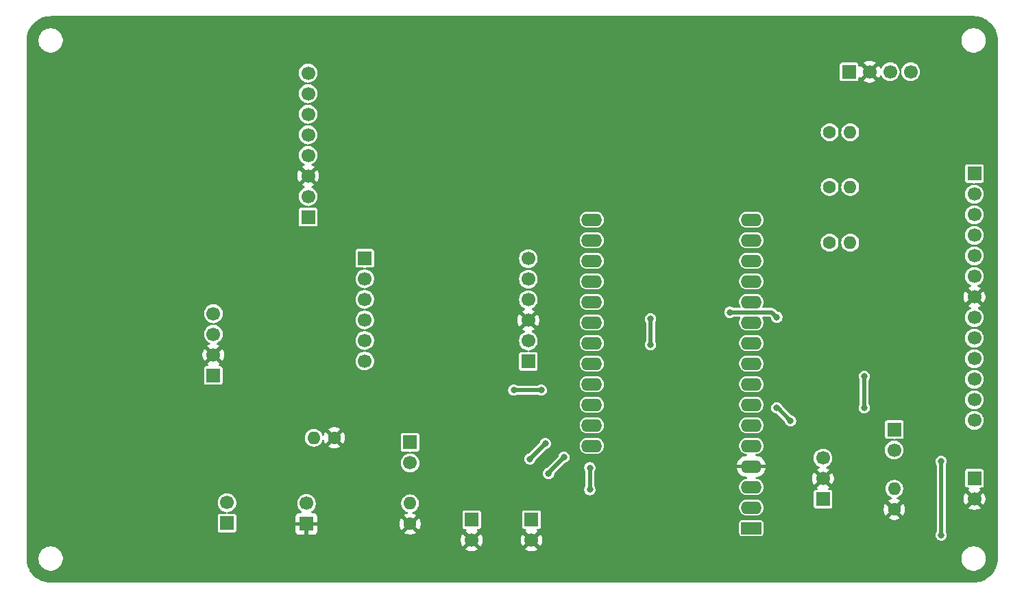
<source format=gbr>
%TF.GenerationSoftware,KiCad,Pcbnew,9.0.1*%
%TF.CreationDate,2025-04-11T18:30:47-04:00*%
%TF.ProjectId,ground_station,67726f75-6e64-45f7-9374-6174696f6e2e,rev?*%
%TF.SameCoordinates,Original*%
%TF.FileFunction,Copper,L2,Bot*%
%TF.FilePolarity,Positive*%
%FSLAX46Y46*%
G04 Gerber Fmt 4.6, Leading zero omitted, Abs format (unit mm)*
G04 Created by KiCad (PCBNEW 9.0.1) date 2025-04-11 18:30:47*
%MOMM*%
%LPD*%
G01*
G04 APERTURE LIST*
G04 Aperture macros list*
%AMRoundRect*
0 Rectangle with rounded corners*
0 $1 Rounding radius*
0 $2 $3 $4 $5 $6 $7 $8 $9 X,Y pos of 4 corners*
0 Add a 4 corners polygon primitive as box body*
4,1,4,$2,$3,$4,$5,$6,$7,$8,$9,$2,$3,0*
0 Add four circle primitives for the rounded corners*
1,1,$1+$1,$2,$3*
1,1,$1+$1,$4,$5*
1,1,$1+$1,$6,$7*
1,1,$1+$1,$8,$9*
0 Add four rect primitives between the rounded corners*
20,1,$1+$1,$2,$3,$4,$5,0*
20,1,$1+$1,$4,$5,$6,$7,0*
20,1,$1+$1,$6,$7,$8,$9,0*
20,1,$1+$1,$8,$9,$2,$3,0*%
G04 Aperture macros list end*
%TA.AperFunction,ComponentPad*%
%ADD10RoundRect,0.250000X1.050000X0.550000X-1.050000X0.550000X-1.050000X-0.550000X1.050000X-0.550000X0*%
%TD*%
%TA.AperFunction,ComponentPad*%
%ADD11O,2.600000X1.600000*%
%TD*%
%TA.AperFunction,ComponentPad*%
%ADD12C,1.600000*%
%TD*%
%TA.AperFunction,ComponentPad*%
%ADD13O,1.600000X1.600000*%
%TD*%
%TA.AperFunction,ComponentPad*%
%ADD14R,1.700000X1.700000*%
%TD*%
%TA.AperFunction,ComponentPad*%
%ADD15C,1.700000*%
%TD*%
%TA.AperFunction,ViaPad*%
%ADD16C,0.800000*%
%TD*%
%TA.AperFunction,Conductor*%
%ADD17C,0.500000*%
%TD*%
G04 APERTURE END LIST*
D10*
%TO.P,A1,1,~{RESET}*%
%TO.N,/RESET*%
X168752500Y-117050000D03*
D11*
%TO.P,A1,2,3V3*%
%TO.N,+3.3V*%
X168752500Y-114510000D03*
%TO.P,A1,3,AREF*%
X168752500Y-111970000D03*
%TO.P,A1,4,GND*%
%TO.N,GND*%
X168752500Y-109430000D03*
%TO.P,A1,5,A0*%
%TO.N,/A0*%
X168752500Y-106890000D03*
%TO.P,A1,6,A1*%
%TO.N,/A1*%
X168752500Y-104350000D03*
%TO.P,A1,7,A2*%
%TO.N,/A2*%
X168752500Y-101810000D03*
%TO.P,A1,8,A3*%
%TO.N,/A3*%
X168752500Y-99270000D03*
%TO.P,A1,9,A4*%
%TO.N,/D24*%
X168752500Y-96730000D03*
%TO.P,A1,10,A5*%
%TO.N,/D25*%
X168752500Y-94190000D03*
%TO.P,A1,11,SCK*%
%TO.N,/SCK*%
X168752500Y-91650000D03*
%TO.P,A1,12,MOSI*%
%TO.N,/MOSI*%
X168752500Y-89110000D03*
%TO.P,A1,13,MISO*%
%TO.N,/MISO*%
X168752500Y-86570000D03*
%TO.P,A1,14,RX*%
%TO.N,/RX*%
X168752500Y-84030000D03*
%TO.P,A1,15,TX*%
%TO.N,/TX*%
X168752500Y-81490000D03*
%TO.P,A1,16,SPARE*%
%TO.N,unconnected-(A1-SPARE-Pad16)*%
X168752500Y-78950000D03*
%TO.P,A1,17,SDA*%
%TO.N,/SDA*%
X149032500Y-78950000D03*
%TO.P,A1,18,SCL*%
%TO.N,/SCL*%
X149032500Y-81490000D03*
%TO.P,A1,19,D0*%
%TO.N,/D5*%
X149032500Y-84030000D03*
%TO.P,A1,20,D1*%
%TO.N,/D6*%
X149032500Y-86570000D03*
%TO.P,A1,21,D2*%
%TO.N,/D9*%
X149032500Y-89110000D03*
%TO.P,A1,22,D3*%
%TO.N,/D10*%
X149032500Y-91650000D03*
%TO.P,A1,23,D4*%
%TO.N,/D11*%
X149032500Y-94190000D03*
%TO.P,A1,24,D5*%
%TO.N,/D12*%
X149032500Y-96730000D03*
%TO.P,A1,25,D6*%
%TO.N,/D13*%
X149032500Y-99270000D03*
%TO.P,A1,26,USB*%
%TO.N,/USB 5V*%
X149032500Y-101810000D03*
%TO.P,A1,27,EN*%
%TO.N,/EN*%
X149032500Y-104350000D03*
%TO.P,A1,28,VBAT*%
%TO.N,/BAT*%
X149032500Y-106890000D03*
%TD*%
D12*
%TO.P,R3,1*%
%TO.N,/D6*%
X178430000Y-74900000D03*
D13*
%TO.P,R3,2*%
%TO.N,/GRN_IN*%
X180970000Y-74900000D03*
%TD*%
D14*
%TO.P,J14,1,Pin_1*%
%TO.N,/RED_IN*%
X180820000Y-60675000D03*
D15*
%TO.P,J14,2,Pin_2*%
%TO.N,GND*%
X183360000Y-60675000D03*
%TO.P,J14,3,Pin_3*%
%TO.N,/GRN_IN*%
X185900000Y-60675000D03*
%TO.P,J14,4,Pin_4*%
%TO.N,/BL_IN*%
X188440000Y-60675000D03*
%TD*%
D14*
%TO.P,J4,1,Pin_1*%
%TO.N,unconnected-(J4-Pin_1-Pad1)*%
X121000000Y-83720000D03*
D15*
%TO.P,J4,2,Pin_2*%
%TO.N,unconnected-(J4-Pin_2-Pad2)*%
X121000000Y-86260000D03*
%TO.P,J4,3,Pin_3*%
%TO.N,unconnected-(J4-Pin_3-Pad3)*%
X121000000Y-88800000D03*
%TO.P,J4,4,Pin_4*%
%TO.N,unconnected-(J4-Pin_4-Pad4)*%
X121000000Y-91340000D03*
%TO.P,J4,5,Pin_5*%
%TO.N,unconnected-(J4-Pin_5-Pad5)*%
X121000000Y-93880000D03*
%TO.P,J4,6,Pin_6*%
%TO.N,unconnected-(J4-Pin_6-Pad6)*%
X121000000Y-96420000D03*
%TD*%
D14*
%TO.P,J10,1,Pin_1*%
%TO.N,/TX*%
X196300000Y-73260000D03*
D15*
%TO.P,J10,2,Pin_2*%
%TO.N,/RX*%
X196300000Y-75800000D03*
%TO.P,J10,3,Pin_3*%
%TO.N,/MISO*%
X196300000Y-78340000D03*
%TO.P,J10,4,Pin_4*%
%TO.N,/MOSI*%
X196300000Y-80880000D03*
%TO.P,J10,5,Pin_5*%
%TO.N,/SCK*%
X196300000Y-83420000D03*
%TO.P,J10,6,Pin_6*%
%TO.N,/D13*%
X196300000Y-85960000D03*
%TO.P,J10,7,Pin_7*%
%TO.N,GND*%
X196300000Y-88500000D03*
%TO.P,J10,8,Pin_8*%
%TO.N,/D11*%
X196300000Y-91040000D03*
%TO.P,J10,9,Pin_9*%
%TO.N,/D25*%
X196300000Y-93580000D03*
%TO.P,J10,10,Pin_10*%
%TO.N,/EN*%
X196300000Y-96120000D03*
%TO.P,J10,11,Pin_11*%
%TO.N,/A3*%
X196300000Y-98660000D03*
%TO.P,J10,12,Pin_12*%
%TO.N,/A0*%
X196300000Y-101200000D03*
%TO.P,J10,13,Pin_13*%
%TO.N,/RESET*%
X196300000Y-103740000D03*
%TD*%
D14*
%TO.P,J3,1,Pin_1*%
%TO.N,+3.3V*%
X114000000Y-78620000D03*
D15*
%TO.P,J3,2,Pin_2*%
%TO.N,unconnected-(J3-Pin_2-Pad2)*%
X114000000Y-76080000D03*
%TO.P,J3,3,Pin_3*%
%TO.N,GND*%
X114000000Y-73540000D03*
%TO.P,J3,4,Pin_4*%
%TO.N,/SCL*%
X114000000Y-71000000D03*
%TO.P,J3,5,Pin_5*%
%TO.N,unconnected-(J3-Pin_5-Pad5)*%
X114000000Y-68460000D03*
%TO.P,J3,6,Pin_6*%
%TO.N,/SDA*%
X114000000Y-65920000D03*
%TO.P,J3,7,Pin_7*%
%TO.N,unconnected-(J3-Pin_7-Pad7)*%
X114000000Y-63380000D03*
%TO.P,J3,8,Pin_8*%
%TO.N,unconnected-(J3-Pin_8-Pad8)*%
X114000000Y-60840000D03*
%TD*%
D12*
%TO.P,R1,1*%
%TO.N,GND*%
X186400000Y-114740000D03*
D13*
%TO.P,R1,2*%
%TO.N,/D24*%
X186400000Y-112200000D03*
%TD*%
D12*
%TO.P,R5,1*%
%TO.N,GND*%
X126600000Y-116540000D03*
D13*
%TO.P,R5,2*%
%TO.N,/D12*%
X126600000Y-114000000D03*
%TD*%
D14*
%TO.P,J8,1,Pin_1*%
%TO.N,+3.3V*%
X126600000Y-106460000D03*
D15*
%TO.P,J8,2,Pin_2*%
%TO.N,/D12*%
X126600000Y-109000000D03*
%TD*%
D14*
%TO.P,J12,1,Pin_1*%
%TO.N,+3.3V*%
X102300000Y-98180000D03*
D15*
%TO.P,J12,2,Pin_2*%
%TO.N,GND*%
X102300000Y-95640000D03*
%TO.P,J12,3,Pin_3*%
%TO.N,/SCL*%
X102300000Y-93100000D03*
%TO.P,J12,4,Pin_4*%
%TO.N,/SDA*%
X102300000Y-90560000D03*
%TD*%
D14*
%TO.P,J13,1,Pin_1*%
%TO.N,/BAT*%
X141600000Y-116000000D03*
D15*
%TO.P,J13,2,Pin_2*%
%TO.N,GND*%
X141600000Y-118540000D03*
%TD*%
D14*
%TO.P,J5,1,Pin_1*%
%TO.N,+3.3V*%
X141200000Y-96460000D03*
D15*
%TO.P,J5,2,Pin_2*%
%TO.N,unconnected-(J5-Pin_2-Pad2)*%
X141200000Y-93920000D03*
%TO.P,J5,3,Pin_3*%
%TO.N,GND*%
X141200000Y-91380000D03*
%TO.P,J5,4,Pin_4*%
%TO.N,/SCL*%
X141200000Y-88840000D03*
%TO.P,J5,5,Pin_5*%
%TO.N,/SDA*%
X141200000Y-86300000D03*
%TO.P,J5,6,Pin_6*%
%TO.N,unconnected-(J5-Pin_6-Pad6)*%
X141200000Y-83760000D03*
%TD*%
D12*
%TO.P,R6,1*%
%TO.N,GND*%
X117225000Y-105890000D03*
D13*
%TO.P,R6,2*%
%TO.N,/D10*%
X114685000Y-105890000D03*
%TD*%
D12*
%TO.P,R4,1*%
%TO.N,/D9*%
X178430000Y-81800000D03*
D13*
%TO.P,R4,2*%
%TO.N,/BL_IN*%
X180970000Y-81800000D03*
%TD*%
D14*
%TO.P,J1,1,Pin_1*%
%TO.N,+3.3V*%
X186400000Y-104860000D03*
D15*
%TO.P,J1,2,Pin_2*%
%TO.N,/D24*%
X186400000Y-107400000D03*
%TD*%
D14*
%TO.P,J7,1,Pin_1*%
%TO.N,+3.3V*%
X103975000Y-116450000D03*
D15*
%TO.P,J7,2,Pin_2*%
%TO.N,/D10*%
X103975000Y-113910000D03*
%TD*%
D14*
%TO.P,J11,1,Pin_1*%
%TO.N,+3.3V*%
X196300000Y-110900000D03*
D15*
%TO.P,J11,2,Pin_2*%
%TO.N,GND*%
X196300000Y-113440000D03*
%TD*%
D12*
%TO.P,R2,1*%
%TO.N,/D5*%
X178430000Y-68150000D03*
D13*
%TO.P,R2,2*%
%TO.N,/RED_IN*%
X180970000Y-68150000D03*
%TD*%
D14*
%TO.P,J6,1,Pin_1*%
%TO.N,GND*%
X113800000Y-116540000D03*
D15*
%TO.P,J6,2,Pin_2*%
%TO.N,+3.3V*%
X113800000Y-114000000D03*
%TD*%
D14*
%TO.P,J9,1,Pin_1*%
%TO.N,/USB 5V*%
X134200000Y-116000000D03*
D15*
%TO.P,J9,2,Pin_2*%
%TO.N,GND*%
X134200000Y-118540000D03*
%TD*%
D14*
%TO.P,J2,1,Pin_1*%
%TO.N,/A1*%
X177600000Y-113480000D03*
D15*
%TO.P,J2,2,Pin_2*%
%TO.N,GND*%
X177600000Y-110940000D03*
%TO.P,J2,3,Pin_3*%
%TO.N,/A2*%
X177600000Y-108400000D03*
%TD*%
D16*
%TO.N,GND*%
X182500000Y-58600000D03*
X144900000Y-118500000D03*
X144200000Y-91400000D03*
%TO.N,/RESET*%
X192200000Y-108800000D03*
X192200000Y-117900000D03*
%TO.N,GND*%
X165500000Y-109400000D03*
X124300000Y-116500000D03*
X193800000Y-89400000D03*
X180500000Y-111000000D03*
X120300000Y-105900000D03*
X111400000Y-116500000D03*
X98800000Y-95600000D03*
X117000000Y-73500000D03*
%TO.N,/A2*%
X173600000Y-103800000D03*
X171900000Y-102200000D03*
%TO.N,/D24*%
X182700000Y-102200000D03*
X182700000Y-98300000D03*
%TO.N,/D10*%
X139400000Y-100000000D03*
X142800000Y-100000000D03*
%TO.N,/D12*%
X143300000Y-106600000D03*
X141400000Y-108500000D03*
%TO.N,/D13*%
X171900000Y-91000000D03*
X156300000Y-91200000D03*
X166100000Y-90400000D03*
X156300000Y-94400000D03*
%TO.N,/USB 5V*%
X145600000Y-108300000D03*
X143700000Y-110300000D03*
%TO.N,/BAT*%
X148800000Y-109600000D03*
X148800000Y-112300000D03*
%TD*%
D17*
%TO.N,/RESET*%
X192200000Y-117900000D02*
X192200000Y-108800000D01*
%TO.N,/A2*%
X172000000Y-102200000D02*
X173600000Y-103800000D01*
X171900000Y-102200000D02*
X172000000Y-102200000D01*
%TO.N,/D24*%
X182700000Y-98300000D02*
X182700000Y-102200000D01*
%TO.N,/D10*%
X139400000Y-100000000D02*
X142800000Y-100000000D01*
%TO.N,/D12*%
X141400000Y-108500000D02*
X143300000Y-106600000D01*
%TO.N,/D13*%
X166100000Y-90400000D02*
X171300000Y-90400000D01*
X156300000Y-94400000D02*
X156300000Y-91200000D01*
X171300000Y-90400000D02*
X171900000Y-91000000D01*
%TO.N,/USB 5V*%
X143700000Y-110200000D02*
X143700000Y-110300000D01*
X145600000Y-108300000D02*
X143700000Y-110200000D01*
%TO.N,/BAT*%
X148800000Y-109600000D02*
X148800000Y-112300000D01*
%TD*%
%TA.AperFunction,Conductor*%
%TO.N,GND*%
G36*
X196203243Y-53800669D02*
G01*
X196480182Y-53815184D01*
X196487575Y-53815794D01*
X196549875Y-53822813D01*
X196555353Y-53823555D01*
X196797128Y-53861848D01*
X196805289Y-53863423D01*
X196860830Y-53876100D01*
X196865181Y-53877179D01*
X197108157Y-53942284D01*
X197116999Y-53945013D01*
X197159629Y-53959930D01*
X197163079Y-53961195D01*
X197409378Y-54055739D01*
X197418711Y-54059770D01*
X197439307Y-54069689D01*
X197441754Y-54070900D01*
X197693968Y-54199411D01*
X197705203Y-54205898D01*
X197957608Y-54369812D01*
X197968109Y-54377441D01*
X198202010Y-54566850D01*
X198211655Y-54575535D01*
X198424464Y-54788344D01*
X198433149Y-54797989D01*
X198622558Y-55031890D01*
X198630187Y-55042391D01*
X198794101Y-55294796D01*
X198800591Y-55306036D01*
X198929075Y-55558199D01*
X198930309Y-55560691D01*
X198940223Y-55581277D01*
X198944268Y-55590643D01*
X199038791Y-55836887D01*
X199040068Y-55840369D01*
X199054985Y-55882999D01*
X199057719Y-55891860D01*
X199122806Y-56134766D01*
X199123923Y-56139269D01*
X199136569Y-56194679D01*
X199138150Y-56202872D01*
X199176440Y-56444627D01*
X199177187Y-56450142D01*
X199184204Y-56512424D01*
X199184814Y-56519816D01*
X199199330Y-56796755D01*
X199199500Y-56803246D01*
X199199500Y-120796753D01*
X199199330Y-120803244D01*
X199184814Y-121080182D01*
X199184204Y-121087574D01*
X199177187Y-121149856D01*
X199176440Y-121155371D01*
X199138150Y-121397126D01*
X199136569Y-121405319D01*
X199123923Y-121460729D01*
X199122806Y-121465232D01*
X199057719Y-121708138D01*
X199054985Y-121716999D01*
X199040068Y-121759629D01*
X199038791Y-121763111D01*
X198944268Y-122009355D01*
X198940223Y-122018721D01*
X198930309Y-122039307D01*
X198929075Y-122041799D01*
X198800591Y-122293964D01*
X198794105Y-122305197D01*
X198771180Y-122340500D01*
X198630187Y-122557609D01*
X198622558Y-122568109D01*
X198433149Y-122802010D01*
X198424464Y-122811655D01*
X198211655Y-123024464D01*
X198202010Y-123033149D01*
X197968109Y-123222558D01*
X197957609Y-123230187D01*
X197705197Y-123394105D01*
X197693964Y-123400591D01*
X197441799Y-123529075D01*
X197439307Y-123530309D01*
X197418721Y-123540223D01*
X197409355Y-123544268D01*
X197163111Y-123638791D01*
X197159629Y-123640068D01*
X197116999Y-123654985D01*
X197108138Y-123657719D01*
X196865232Y-123722806D01*
X196860729Y-123723923D01*
X196805319Y-123736569D01*
X196797126Y-123738150D01*
X196555371Y-123776440D01*
X196549856Y-123777187D01*
X196487574Y-123784204D01*
X196480182Y-123784814D01*
X196203244Y-123799330D01*
X196196753Y-123799500D01*
X82203371Y-123799500D01*
X82196636Y-123799317D01*
X81908389Y-123783637D01*
X81900716Y-123782980D01*
X81838118Y-123775657D01*
X81832400Y-123774853D01*
X81579830Y-123733309D01*
X81571342Y-123731606D01*
X81558537Y-123728569D01*
X81516058Y-123718492D01*
X81511399Y-123717291D01*
X81257962Y-123646682D01*
X81248800Y-123643741D01*
X81207082Y-123628544D01*
X81203484Y-123627170D01*
X80947082Y-123524642D01*
X80937426Y-123520294D01*
X80918875Y-123510968D01*
X80916314Y-123509643D01*
X80654986Y-123370561D01*
X80643456Y-123363595D01*
X80385275Y-123187807D01*
X80374577Y-123179640D01*
X80136958Y-122976858D01*
X80127222Y-122967589D01*
X79913013Y-122740243D01*
X79904324Y-122729954D01*
X79716045Y-122480719D01*
X79708522Y-122469546D01*
X79603682Y-122293964D01*
X79548389Y-122201361D01*
X79542131Y-122189455D01*
X79418781Y-121920208D01*
X79417666Y-121917697D01*
X79409444Y-121898588D01*
X79405703Y-121888758D01*
X79318553Y-121626575D01*
X79317444Y-121623055D01*
X79304724Y-121580409D01*
X79302348Y-121571144D01*
X79246920Y-121313901D01*
X79246013Y-121309256D01*
X79236199Y-121253227D01*
X79235011Y-121244706D01*
X79208549Y-120990044D01*
X79208091Y-120984350D01*
X79204500Y-120921370D01*
X79204302Y-120913732D01*
X79205495Y-120681902D01*
X80699500Y-120681902D01*
X80699500Y-120918097D01*
X80736446Y-121151368D01*
X80809433Y-121375996D01*
X80908852Y-121571115D01*
X80916657Y-121586433D01*
X81055483Y-121777510D01*
X81222490Y-121944517D01*
X81413567Y-122083343D01*
X81512991Y-122134002D01*
X81624003Y-122190566D01*
X81624005Y-122190566D01*
X81624008Y-122190568D01*
X81744412Y-122229689D01*
X81848631Y-122263553D01*
X82081903Y-122300500D01*
X82081908Y-122300500D01*
X82318097Y-122300500D01*
X82551368Y-122263553D01*
X82775992Y-122190568D01*
X82986433Y-122083343D01*
X83177510Y-121944517D01*
X83344517Y-121777510D01*
X83483343Y-121586433D01*
X83590568Y-121375992D01*
X83663553Y-121151368D01*
X83663792Y-121149856D01*
X83700500Y-120918097D01*
X83700500Y-120681902D01*
X194699500Y-120681902D01*
X194699500Y-120918097D01*
X194736446Y-121151368D01*
X194809433Y-121375996D01*
X194908852Y-121571115D01*
X194916657Y-121586433D01*
X195055483Y-121777510D01*
X195222490Y-121944517D01*
X195413567Y-122083343D01*
X195512991Y-122134002D01*
X195624003Y-122190566D01*
X195624005Y-122190566D01*
X195624008Y-122190568D01*
X195744412Y-122229689D01*
X195848631Y-122263553D01*
X196081903Y-122300500D01*
X196081908Y-122300500D01*
X196318097Y-122300500D01*
X196551368Y-122263553D01*
X196775992Y-122190568D01*
X196986433Y-122083343D01*
X197177510Y-121944517D01*
X197344517Y-121777510D01*
X197483343Y-121586433D01*
X197590568Y-121375992D01*
X197663553Y-121151368D01*
X197663792Y-121149856D01*
X197700500Y-120918097D01*
X197700500Y-120681902D01*
X197663553Y-120448631D01*
X197590566Y-120224003D01*
X197483342Y-120013566D01*
X197344517Y-119822490D01*
X197177510Y-119655483D01*
X196986433Y-119516657D01*
X196775996Y-119409433D01*
X196551368Y-119336446D01*
X196318097Y-119299500D01*
X196318092Y-119299500D01*
X196081908Y-119299500D01*
X196081903Y-119299500D01*
X195848631Y-119336446D01*
X195624003Y-119409433D01*
X195413566Y-119516657D01*
X195304550Y-119595862D01*
X195222490Y-119655483D01*
X195222488Y-119655485D01*
X195222487Y-119655485D01*
X195055485Y-119822487D01*
X195055485Y-119822488D01*
X195055483Y-119822490D01*
X195006434Y-119890000D01*
X194916657Y-120013566D01*
X194809433Y-120224003D01*
X194736446Y-120448631D01*
X194699500Y-120681902D01*
X83700500Y-120681902D01*
X83663553Y-120448631D01*
X83590566Y-120224003D01*
X83483342Y-120013566D01*
X83344517Y-119822490D01*
X83177510Y-119655483D01*
X82986433Y-119516657D01*
X82775996Y-119409433D01*
X82551368Y-119336446D01*
X82318097Y-119299500D01*
X82318092Y-119299500D01*
X82081908Y-119299500D01*
X82081903Y-119299500D01*
X81848631Y-119336446D01*
X81624003Y-119409433D01*
X81413566Y-119516657D01*
X81304550Y-119595862D01*
X81222490Y-119655483D01*
X81222488Y-119655485D01*
X81222487Y-119655485D01*
X81055485Y-119822487D01*
X81055485Y-119822488D01*
X81055483Y-119822490D01*
X81006434Y-119890000D01*
X80916657Y-120013566D01*
X80809433Y-120224003D01*
X80736446Y-120448631D01*
X80699500Y-120681902D01*
X79205495Y-120681902D01*
X79205788Y-120625070D01*
X79206009Y-120618282D01*
X79207467Y-120594019D01*
X79206773Y-120592542D01*
X79205307Y-120573530D01*
X79205307Y-118433753D01*
X132850000Y-118433753D01*
X132850000Y-118646246D01*
X132883242Y-118856127D01*
X132883242Y-118856130D01*
X132948904Y-119058217D01*
X133045375Y-119247550D01*
X133084728Y-119301716D01*
X133717037Y-118669408D01*
X133734075Y-118732993D01*
X133799901Y-118847007D01*
X133892993Y-118940099D01*
X134007007Y-119005925D01*
X134070590Y-119022962D01*
X133438282Y-119655269D01*
X133438282Y-119655270D01*
X133492449Y-119694624D01*
X133681782Y-119791095D01*
X133883870Y-119856757D01*
X134093754Y-119890000D01*
X134306246Y-119890000D01*
X134516127Y-119856757D01*
X134516130Y-119856757D01*
X134718217Y-119791095D01*
X134907554Y-119694622D01*
X134961716Y-119655270D01*
X134961717Y-119655270D01*
X134329408Y-119022962D01*
X134392993Y-119005925D01*
X134507007Y-118940099D01*
X134600099Y-118847007D01*
X134665925Y-118732993D01*
X134682962Y-118669409D01*
X135315270Y-119301717D01*
X135315270Y-119301716D01*
X135354622Y-119247554D01*
X135451095Y-119058217D01*
X135516757Y-118856130D01*
X135516757Y-118856127D01*
X135550000Y-118646246D01*
X135550000Y-118433753D01*
X140250000Y-118433753D01*
X140250000Y-118646246D01*
X140283242Y-118856127D01*
X140283242Y-118856130D01*
X140348904Y-119058217D01*
X140445375Y-119247550D01*
X140484728Y-119301716D01*
X141117037Y-118669408D01*
X141134075Y-118732993D01*
X141199901Y-118847007D01*
X141292993Y-118940099D01*
X141407007Y-119005925D01*
X141470590Y-119022962D01*
X140838282Y-119655269D01*
X140838282Y-119655270D01*
X140892449Y-119694624D01*
X141081782Y-119791095D01*
X141283870Y-119856757D01*
X141493754Y-119890000D01*
X141706246Y-119890000D01*
X141916127Y-119856757D01*
X141916130Y-119856757D01*
X142118217Y-119791095D01*
X142307554Y-119694622D01*
X142361716Y-119655270D01*
X142361717Y-119655270D01*
X141729408Y-119022962D01*
X141792993Y-119005925D01*
X141907007Y-118940099D01*
X142000099Y-118847007D01*
X142065925Y-118732993D01*
X142082962Y-118669409D01*
X142715270Y-119301717D01*
X142715270Y-119301716D01*
X142754622Y-119247554D01*
X142851095Y-119058217D01*
X142916757Y-118856130D01*
X142916757Y-118856127D01*
X142950000Y-118646246D01*
X142950000Y-118433753D01*
X142916757Y-118223872D01*
X142916757Y-118223869D01*
X142851095Y-118021782D01*
X142754624Y-117832449D01*
X142715270Y-117778282D01*
X142715269Y-117778282D01*
X142082962Y-118410590D01*
X142065925Y-118347007D01*
X142000099Y-118232993D01*
X141907007Y-118139901D01*
X141792993Y-118074075D01*
X141729409Y-118057037D01*
X142361716Y-117424728D01*
X142307550Y-117385375D01*
X142306786Y-117384986D01*
X142306546Y-117384759D01*
X142303396Y-117382829D01*
X142303801Y-117382167D01*
X142255988Y-117337013D01*
X142239191Y-117269192D01*
X142261726Y-117203057D01*
X142316440Y-117159604D01*
X142363076Y-117150499D01*
X142494864Y-117150499D01*
X142494879Y-117150497D01*
X142494882Y-117150497D01*
X142519987Y-117147586D01*
X142519988Y-117147585D01*
X142519991Y-117147585D01*
X142622765Y-117102206D01*
X142702206Y-117022765D01*
X142747585Y-116919991D01*
X142750500Y-116894865D01*
X142750500Y-116445730D01*
X167252000Y-116445730D01*
X167252000Y-117654269D01*
X167254853Y-117684699D01*
X167254853Y-117684701D01*
X167297995Y-117807990D01*
X167299707Y-117812882D01*
X167380350Y-117922150D01*
X167489618Y-118002793D01*
X167532345Y-118017744D01*
X167617799Y-118047646D01*
X167648230Y-118050500D01*
X167648234Y-118050500D01*
X169856770Y-118050500D01*
X169887199Y-118047646D01*
X169887201Y-118047646D01*
X169961114Y-118021782D01*
X170015382Y-118002793D01*
X170124650Y-117922150D01*
X170205293Y-117812882D01*
X170246305Y-117695677D01*
X170250146Y-117684701D01*
X170250146Y-117684699D01*
X170253000Y-117654269D01*
X170253000Y-116445730D01*
X170250146Y-116415300D01*
X170250146Y-116415298D01*
X170205293Y-116287119D01*
X170205292Y-116287117D01*
X170124650Y-116177850D01*
X170015382Y-116097207D01*
X170015380Y-116097206D01*
X169887200Y-116052353D01*
X169856770Y-116049500D01*
X169856766Y-116049500D01*
X167648234Y-116049500D01*
X167648230Y-116049500D01*
X167617800Y-116052353D01*
X167617798Y-116052353D01*
X167489619Y-116097206D01*
X167489617Y-116097207D01*
X167380350Y-116177850D01*
X167299707Y-116287117D01*
X167299706Y-116287119D01*
X167254853Y-116415298D01*
X167254853Y-116415300D01*
X167252000Y-116445730D01*
X142750500Y-116445730D01*
X142750500Y-116007990D01*
X142750500Y-115772215D01*
X142750499Y-115105143D01*
X142750499Y-115105136D01*
X142750497Y-115105117D01*
X142747586Y-115080012D01*
X142747585Y-115080010D01*
X142747585Y-115080009D01*
X142702206Y-114977235D01*
X142622765Y-114897794D01*
X142576935Y-114877558D01*
X142519992Y-114852415D01*
X142494865Y-114849500D01*
X140705143Y-114849500D01*
X140705117Y-114849502D01*
X140680012Y-114852413D01*
X140680008Y-114852415D01*
X140577235Y-114897793D01*
X140497794Y-114977234D01*
X140452415Y-115080006D01*
X140452415Y-115080008D01*
X140449500Y-115105131D01*
X140449500Y-116894856D01*
X140449502Y-116894882D01*
X140452413Y-116919987D01*
X140452415Y-116919991D01*
X140497793Y-117022764D01*
X140497794Y-117022765D01*
X140577235Y-117102206D01*
X140680009Y-117147585D01*
X140705135Y-117150500D01*
X140836923Y-117150499D01*
X140903960Y-117170183D01*
X140949715Y-117222987D01*
X140959659Y-117292145D01*
X140930635Y-117355701D01*
X140896387Y-117382507D01*
X140896590Y-117382838D01*
X140893715Y-117384599D01*
X140893239Y-117384972D01*
X140892451Y-117385373D01*
X140892440Y-117385380D01*
X140838282Y-117424727D01*
X140838282Y-117424728D01*
X141470591Y-118057037D01*
X141407007Y-118074075D01*
X141292993Y-118139901D01*
X141199901Y-118232993D01*
X141134075Y-118347007D01*
X141117037Y-118410591D01*
X140484728Y-117778282D01*
X140484727Y-117778282D01*
X140445380Y-117832439D01*
X140348904Y-118021782D01*
X140283242Y-118223869D01*
X140283242Y-118223872D01*
X140250000Y-118433753D01*
X135550000Y-118433753D01*
X135516757Y-118223872D01*
X135516757Y-118223869D01*
X135451095Y-118021782D01*
X135354624Y-117832449D01*
X135315270Y-117778282D01*
X135315269Y-117778282D01*
X134682962Y-118410590D01*
X134665925Y-118347007D01*
X134600099Y-118232993D01*
X134507007Y-118139901D01*
X134392993Y-118074075D01*
X134329409Y-118057037D01*
X134961716Y-117424728D01*
X134907550Y-117385375D01*
X134906786Y-117384986D01*
X134906546Y-117384759D01*
X134903396Y-117382829D01*
X134903801Y-117382167D01*
X134855988Y-117337013D01*
X134839191Y-117269192D01*
X134861726Y-117203057D01*
X134916440Y-117159604D01*
X134963076Y-117150499D01*
X135094864Y-117150499D01*
X135094879Y-117150497D01*
X135094882Y-117150497D01*
X135119987Y-117147586D01*
X135119988Y-117147585D01*
X135119991Y-117147585D01*
X135222765Y-117102206D01*
X135302206Y-117022765D01*
X135347585Y-116919991D01*
X135350500Y-116894865D01*
X135350499Y-115105136D01*
X135350499Y-115105135D01*
X135350499Y-115105130D01*
X135347586Y-115080012D01*
X135347585Y-115080010D01*
X135347585Y-115080009D01*
X135302206Y-114977235D01*
X135222765Y-114897794D01*
X135176935Y-114877558D01*
X135119992Y-114852415D01*
X135094865Y-114849500D01*
X133305143Y-114849500D01*
X133305117Y-114849502D01*
X133280012Y-114852413D01*
X133280008Y-114852415D01*
X133177235Y-114897793D01*
X133097794Y-114977234D01*
X133052415Y-115080006D01*
X133052415Y-115080008D01*
X133049500Y-115105131D01*
X133049500Y-116894856D01*
X133049502Y-116894882D01*
X133052413Y-116919987D01*
X133052415Y-116919991D01*
X133097793Y-117022764D01*
X133097794Y-117022765D01*
X133177235Y-117102206D01*
X133280009Y-117147585D01*
X133305135Y-117150500D01*
X133436923Y-117150499D01*
X133503960Y-117170183D01*
X133549715Y-117222987D01*
X133559659Y-117292145D01*
X133530635Y-117355701D01*
X133496387Y-117382507D01*
X133496590Y-117382838D01*
X133493715Y-117384599D01*
X133493239Y-117384972D01*
X133492451Y-117385373D01*
X133492440Y-117385380D01*
X133438282Y-117424727D01*
X133438282Y-117424728D01*
X134070591Y-118057037D01*
X134007007Y-118074075D01*
X133892993Y-118139901D01*
X133799901Y-118232993D01*
X133734075Y-118347007D01*
X133717037Y-118410591D01*
X133084728Y-117778282D01*
X133084727Y-117778282D01*
X133045380Y-117832439D01*
X132948904Y-118021782D01*
X132883242Y-118223869D01*
X132883242Y-118223872D01*
X132850000Y-118433753D01*
X79205307Y-118433753D01*
X79205307Y-113819448D01*
X102824500Y-113819448D01*
X102824500Y-114000551D01*
X102852829Y-114179410D01*
X102908787Y-114351636D01*
X102908788Y-114351639D01*
X102991006Y-114512997D01*
X103097441Y-114659494D01*
X103097445Y-114659499D01*
X103225500Y-114787554D01*
X103225505Y-114787558D01*
X103314774Y-114852415D01*
X103372006Y-114893996D01*
X103477484Y-114947740D01*
X103533360Y-114976211D01*
X103533363Y-114976212D01*
X103619476Y-115004191D01*
X103705591Y-115032171D01*
X103800386Y-115047185D01*
X103837270Y-115053027D01*
X103900405Y-115082956D01*
X103937336Y-115142268D01*
X103936338Y-115212130D01*
X103897728Y-115270363D01*
X103833765Y-115298477D01*
X103817872Y-115299500D01*
X103080143Y-115299500D01*
X103080117Y-115299502D01*
X103055012Y-115302413D01*
X103055008Y-115302415D01*
X102952235Y-115347793D01*
X102872794Y-115427234D01*
X102827415Y-115530006D01*
X102827415Y-115530008D01*
X102824500Y-115555131D01*
X102824500Y-117344856D01*
X102824502Y-117344882D01*
X102827413Y-117369987D01*
X102827415Y-117369991D01*
X102872793Y-117472764D01*
X102872794Y-117472765D01*
X102952235Y-117552206D01*
X103055009Y-117597585D01*
X103080135Y-117600500D01*
X104869864Y-117600499D01*
X104869879Y-117600497D01*
X104869882Y-117600497D01*
X104894987Y-117597586D01*
X104894988Y-117597585D01*
X104894991Y-117597585D01*
X104997765Y-117552206D01*
X105077206Y-117472765D01*
X105122585Y-117369991D01*
X105125500Y-117344865D01*
X105125500Y-116474174D01*
X105125500Y-116432816D01*
X105125499Y-115642155D01*
X112450000Y-115642155D01*
X112450000Y-116290000D01*
X113366988Y-116290000D01*
X113334075Y-116347007D01*
X113300000Y-116474174D01*
X113300000Y-116605826D01*
X113334075Y-116732993D01*
X113366988Y-116790000D01*
X112450000Y-116790000D01*
X112450000Y-117437844D01*
X112456401Y-117497372D01*
X112456403Y-117497379D01*
X112506645Y-117632086D01*
X112506649Y-117632093D01*
X112592809Y-117747187D01*
X112592812Y-117747190D01*
X112707906Y-117833350D01*
X112707913Y-117833354D01*
X112842620Y-117883596D01*
X112842627Y-117883598D01*
X112902155Y-117889999D01*
X112902172Y-117890000D01*
X113550000Y-117890000D01*
X113550000Y-116973012D01*
X113607007Y-117005925D01*
X113734174Y-117040000D01*
X113865826Y-117040000D01*
X113992993Y-117005925D01*
X114050000Y-116973012D01*
X114050000Y-117890000D01*
X114697828Y-117890000D01*
X114697844Y-117889999D01*
X114757372Y-117883598D01*
X114757379Y-117883596D01*
X114892086Y-117833354D01*
X114892093Y-117833350D01*
X115007187Y-117747190D01*
X115007190Y-117747187D01*
X115093350Y-117632093D01*
X115093354Y-117632086D01*
X115131847Y-117528882D01*
X115131847Y-117528881D01*
X115143597Y-117497376D01*
X115143598Y-117497372D01*
X115149999Y-117437844D01*
X115150000Y-117437827D01*
X115150000Y-116790000D01*
X114233012Y-116790000D01*
X114265925Y-116732993D01*
X114300000Y-116605826D01*
X114300000Y-116474174D01*
X114290222Y-116437682D01*
X125300000Y-116437682D01*
X125300000Y-116642317D01*
X125332009Y-116844417D01*
X125395244Y-117039031D01*
X125488141Y-117221350D01*
X125488147Y-117221359D01*
X125520523Y-117265921D01*
X125520524Y-117265922D01*
X126200000Y-116586446D01*
X126200000Y-116592661D01*
X126227259Y-116694394D01*
X126279920Y-116785606D01*
X126354394Y-116860080D01*
X126445606Y-116912741D01*
X126547339Y-116940000D01*
X126553553Y-116940000D01*
X125874076Y-117619474D01*
X125918650Y-117651859D01*
X126100968Y-117744755D01*
X126295582Y-117807990D01*
X126497683Y-117840000D01*
X126702317Y-117840000D01*
X126904417Y-117807990D01*
X127099031Y-117744755D01*
X127281349Y-117651859D01*
X127325921Y-117619474D01*
X126646447Y-116940000D01*
X126652661Y-116940000D01*
X126754394Y-116912741D01*
X126845606Y-116860080D01*
X126920080Y-116785606D01*
X126972741Y-116694394D01*
X127000000Y-116592661D01*
X127000000Y-116586447D01*
X127679474Y-117265921D01*
X127711859Y-117221349D01*
X127804755Y-117039031D01*
X127867990Y-116844417D01*
X127900000Y-116642317D01*
X127900000Y-116437682D01*
X127867990Y-116235582D01*
X127804755Y-116040968D01*
X127711859Y-115858650D01*
X127679474Y-115814077D01*
X127679474Y-115814076D01*
X127000000Y-116493551D01*
X127000000Y-116487339D01*
X126972741Y-116385606D01*
X126920080Y-116294394D01*
X126845606Y-116219920D01*
X126754394Y-116167259D01*
X126652661Y-116140000D01*
X126646446Y-116140000D01*
X127325922Y-115460524D01*
X127325921Y-115460523D01*
X127281359Y-115428147D01*
X127281350Y-115428141D01*
X127099031Y-115335244D01*
X126938385Y-115283047D01*
X126915653Y-115267503D01*
X126891174Y-115254897D01*
X126887224Y-115248063D01*
X126880710Y-115243609D01*
X126869991Y-115218244D01*
X126856212Y-115194403D01*
X126856584Y-115186519D01*
X126853512Y-115179250D01*
X126858207Y-115152117D01*
X126859506Y-115124611D01*
X126864081Y-115118179D01*
X126865427Y-115110404D01*
X126884045Y-115090117D01*
X126900009Y-115067679D01*
X126909090Y-115062829D01*
X126912671Y-115058928D01*
X126930567Y-115050019D01*
X126934422Y-115048473D01*
X127022445Y-115019873D01*
X127176788Y-114941232D01*
X127316928Y-114839414D01*
X127439414Y-114716928D01*
X127518161Y-114608543D01*
X167251999Y-114608543D01*
X167290447Y-114801829D01*
X167290450Y-114801839D01*
X167365864Y-114983907D01*
X167365871Y-114983920D01*
X167475360Y-115147781D01*
X167475363Y-115147785D01*
X167614714Y-115287136D01*
X167614718Y-115287139D01*
X167778579Y-115396628D01*
X167778592Y-115396635D01*
X167945868Y-115465922D01*
X167960665Y-115472051D01*
X167960669Y-115472051D01*
X167960670Y-115472052D01*
X168153956Y-115510500D01*
X168153959Y-115510500D01*
X169351043Y-115510500D01*
X169481082Y-115484632D01*
X169544335Y-115472051D01*
X169726414Y-115396632D01*
X169890282Y-115287139D01*
X170029639Y-115147782D01*
X170139132Y-114983914D01*
X170214551Y-114801835D01*
X170237326Y-114687339D01*
X170247204Y-114637682D01*
X185100000Y-114637682D01*
X185100000Y-114842317D01*
X185132009Y-115044414D01*
X185195244Y-115239031D01*
X185288141Y-115421350D01*
X185288147Y-115421359D01*
X185320523Y-115465921D01*
X185320524Y-115465922D01*
X186000000Y-114786446D01*
X186000000Y-114792661D01*
X186027259Y-114894394D01*
X186079920Y-114985606D01*
X186154394Y-115060080D01*
X186245606Y-115112741D01*
X186347339Y-115140000D01*
X186353553Y-115140000D01*
X185674076Y-115819474D01*
X185718650Y-115851859D01*
X185900968Y-115944755D01*
X186095582Y-116007990D01*
X186297683Y-116040000D01*
X186502317Y-116040000D01*
X186704417Y-116007990D01*
X186899031Y-115944755D01*
X187081349Y-115851859D01*
X187125921Y-115819474D01*
X186446447Y-115140000D01*
X186452661Y-115140000D01*
X186554394Y-115112741D01*
X186645606Y-115060080D01*
X186720080Y-114985606D01*
X186772741Y-114894394D01*
X186800000Y-114792661D01*
X186800000Y-114786447D01*
X187479474Y-115465921D01*
X187511859Y-115421349D01*
X187604755Y-115239031D01*
X187667991Y-115044414D01*
X187700000Y-114842317D01*
X187700000Y-114637682D01*
X187667990Y-114435582D01*
X187604755Y-114240968D01*
X187511859Y-114058650D01*
X187479474Y-114014077D01*
X187479474Y-114014076D01*
X186800000Y-114693551D01*
X186800000Y-114687339D01*
X186772741Y-114585606D01*
X186720080Y-114494394D01*
X186645606Y-114419920D01*
X186554394Y-114367259D01*
X186452661Y-114340000D01*
X186446446Y-114340000D01*
X187125922Y-113660524D01*
X187125921Y-113660523D01*
X187081359Y-113628147D01*
X187081350Y-113628141D01*
X186899031Y-113535244D01*
X186738385Y-113483047D01*
X186680710Y-113443609D01*
X186653512Y-113379250D01*
X186665427Y-113310404D01*
X186712671Y-113258928D01*
X186738381Y-113247187D01*
X186822445Y-113219873D01*
X186976788Y-113141232D01*
X187116928Y-113039414D01*
X187239414Y-112916928D01*
X187341232Y-112776788D01*
X187419873Y-112622445D01*
X187473402Y-112457701D01*
X187500500Y-112286611D01*
X187500500Y-112113389D01*
X187473402Y-111942299D01*
X187419873Y-111777555D01*
X187341232Y-111623212D01*
X187239414Y-111483072D01*
X187116928Y-111360586D01*
X186976788Y-111258768D01*
X186822445Y-111180127D01*
X186657701Y-111126598D01*
X186657699Y-111126597D01*
X186657698Y-111126597D01*
X186526271Y-111105781D01*
X186486611Y-111099500D01*
X186313389Y-111099500D01*
X186273728Y-111105781D01*
X186142302Y-111126597D01*
X185977552Y-111180128D01*
X185823211Y-111258768D01*
X185775333Y-111293554D01*
X185683072Y-111360586D01*
X185683070Y-111360588D01*
X185683069Y-111360588D01*
X185560588Y-111483069D01*
X185560588Y-111483070D01*
X185560586Y-111483072D01*
X185516859Y-111543256D01*
X185458768Y-111623211D01*
X185380128Y-111777552D01*
X185326597Y-111942302D01*
X185308705Y-112055269D01*
X185299500Y-112113389D01*
X185299500Y-112286611D01*
X185326598Y-112457701D01*
X185380127Y-112622445D01*
X185458768Y-112776788D01*
X185560586Y-112916928D01*
X185683072Y-113039414D01*
X185823212Y-113141232D01*
X185977555Y-113219873D01*
X186061613Y-113247185D01*
X186119289Y-113286623D01*
X186146487Y-113350981D01*
X186134572Y-113419828D01*
X186087328Y-113471303D01*
X186061614Y-113483047D01*
X185900968Y-113535244D01*
X185718644Y-113628143D01*
X185674077Y-113660523D01*
X185674077Y-113660524D01*
X186353554Y-114340000D01*
X186347339Y-114340000D01*
X186245606Y-114367259D01*
X186154394Y-114419920D01*
X186079920Y-114494394D01*
X186027259Y-114585606D01*
X186000000Y-114687339D01*
X186000000Y-114693553D01*
X185320524Y-114014077D01*
X185320523Y-114014077D01*
X185288143Y-114058644D01*
X185195244Y-114240968D01*
X185132009Y-114435582D01*
X185100000Y-114637682D01*
X170247204Y-114637682D01*
X170253000Y-114608543D01*
X170253000Y-114411456D01*
X170214552Y-114218170D01*
X170214551Y-114218169D01*
X170214551Y-114218165D01*
X170160060Y-114086610D01*
X170139135Y-114036092D01*
X170139128Y-114036079D01*
X170029639Y-113872218D01*
X170029636Y-113872214D01*
X169890285Y-113732863D01*
X169890281Y-113732860D01*
X169726420Y-113623371D01*
X169726407Y-113623364D01*
X169544339Y-113547950D01*
X169544329Y-113547947D01*
X169351043Y-113509500D01*
X169351041Y-113509500D01*
X168153959Y-113509500D01*
X168153957Y-113509500D01*
X167960670Y-113547947D01*
X167960660Y-113547950D01*
X167778592Y-113623364D01*
X167778579Y-113623371D01*
X167614718Y-113732860D01*
X167614714Y-113732863D01*
X167475363Y-113872214D01*
X167475360Y-113872218D01*
X167365871Y-114036079D01*
X167365864Y-114036092D01*
X167290450Y-114218160D01*
X167290447Y-114218170D01*
X167252000Y-114411456D01*
X167252000Y-114411459D01*
X167252000Y-114608541D01*
X167252000Y-114608543D01*
X167251999Y-114608543D01*
X127518161Y-114608543D01*
X127541232Y-114576788D01*
X127619873Y-114422445D01*
X127673402Y-114257701D01*
X127700500Y-114086611D01*
X127700500Y-113913389D01*
X127673402Y-113742299D01*
X127619873Y-113577555D01*
X127541232Y-113423212D01*
X127439414Y-113283072D01*
X127316928Y-113160586D01*
X127176788Y-113058768D01*
X127022445Y-112980127D01*
X126857701Y-112926598D01*
X126857699Y-112926597D01*
X126857698Y-112926597D01*
X126726271Y-112905781D01*
X126686611Y-112899500D01*
X126513389Y-112899500D01*
X126473728Y-112905781D01*
X126342302Y-112926597D01*
X126177552Y-112980128D01*
X126023211Y-113058768D01*
X125943256Y-113116859D01*
X125883072Y-113160586D01*
X125883070Y-113160588D01*
X125883069Y-113160588D01*
X125760588Y-113283069D01*
X125760588Y-113283070D01*
X125760586Y-113283072D01*
X125747924Y-113300500D01*
X125658768Y-113423211D01*
X125580128Y-113577552D01*
X125526597Y-113742302D01*
X125499500Y-113913389D01*
X125499500Y-114086610D01*
X125523947Y-114240968D01*
X125526598Y-114257701D01*
X125580127Y-114422445D01*
X125658768Y-114576788D01*
X125760586Y-114716928D01*
X125883072Y-114839414D01*
X126023212Y-114941232D01*
X126177555Y-115019873D01*
X126261613Y-115047185D01*
X126319289Y-115086623D01*
X126346487Y-115150981D01*
X126334572Y-115219828D01*
X126287328Y-115271303D01*
X126261614Y-115283047D01*
X126100968Y-115335244D01*
X125918644Y-115428143D01*
X125874077Y-115460523D01*
X125874077Y-115460524D01*
X126553554Y-116140000D01*
X126547339Y-116140000D01*
X126445606Y-116167259D01*
X126354394Y-116219920D01*
X126279920Y-116294394D01*
X126227259Y-116385606D01*
X126200000Y-116487339D01*
X126200000Y-116493553D01*
X125520524Y-115814077D01*
X125520523Y-115814077D01*
X125488143Y-115858644D01*
X125395244Y-116040968D01*
X125332009Y-116235582D01*
X125300000Y-116437682D01*
X114290222Y-116437682D01*
X114265925Y-116347007D01*
X114233012Y-116290000D01*
X115150000Y-116290000D01*
X115150000Y-115642172D01*
X115149999Y-115642155D01*
X115143598Y-115582627D01*
X115143596Y-115582620D01*
X115093354Y-115447913D01*
X115093350Y-115447906D01*
X115007190Y-115332812D01*
X115007187Y-115332809D01*
X114892093Y-115246649D01*
X114892086Y-115246645D01*
X114757379Y-115196403D01*
X114757372Y-115196401D01*
X114697844Y-115190000D01*
X114501087Y-115190000D01*
X114434048Y-115170315D01*
X114388293Y-115117511D01*
X114378349Y-115048353D01*
X114407374Y-114984797D01*
X114428202Y-114965682D01*
X114549495Y-114877558D01*
X114549497Y-114877555D01*
X114549501Y-114877553D01*
X114677553Y-114749501D01*
X114783996Y-114602994D01*
X114866211Y-114441639D01*
X114922171Y-114269409D01*
X114941471Y-114147554D01*
X114950500Y-114090551D01*
X114950500Y-113909448D01*
X114926215Y-113756127D01*
X114922171Y-113730591D01*
X114890460Y-113632993D01*
X114866212Y-113558363D01*
X114866211Y-113558360D01*
X114820353Y-113468360D01*
X114783996Y-113397006D01*
X114738040Y-113333753D01*
X114677558Y-113250505D01*
X114677554Y-113250500D01*
X114549499Y-113122445D01*
X114549494Y-113122441D01*
X114402997Y-113016006D01*
X114402996Y-113016005D01*
X114402994Y-113016004D01*
X114332582Y-112980127D01*
X114241639Y-112933788D01*
X114241636Y-112933787D01*
X114069410Y-112877829D01*
X113890551Y-112849500D01*
X113890546Y-112849500D01*
X113709454Y-112849500D01*
X113709449Y-112849500D01*
X113530589Y-112877829D01*
X113358363Y-112933787D01*
X113358360Y-112933788D01*
X113197002Y-113016006D01*
X113050505Y-113122441D01*
X113050500Y-113122445D01*
X112922445Y-113250500D01*
X112922441Y-113250505D01*
X112816006Y-113397002D01*
X112733788Y-113558360D01*
X112733787Y-113558363D01*
X112677829Y-113730589D01*
X112649500Y-113909448D01*
X112649500Y-114090551D01*
X112677829Y-114269410D01*
X112733787Y-114441636D01*
X112733788Y-114441639D01*
X112764934Y-114502765D01*
X112811739Y-114594624D01*
X112816006Y-114602997D01*
X112922441Y-114749494D01*
X112922445Y-114749499D01*
X113050504Y-114877558D01*
X113171798Y-114965682D01*
X113214464Y-115021011D01*
X113220443Y-115090625D01*
X113187838Y-115152420D01*
X113126999Y-115186777D01*
X113098913Y-115190000D01*
X112902155Y-115190000D01*
X112842627Y-115196401D01*
X112842620Y-115196403D01*
X112707913Y-115246645D01*
X112707906Y-115246649D01*
X112592812Y-115332809D01*
X112592809Y-115332812D01*
X112506649Y-115447906D01*
X112506645Y-115447913D01*
X112456403Y-115582620D01*
X112456401Y-115582627D01*
X112450000Y-115642155D01*
X105125499Y-115642155D01*
X105125499Y-115638851D01*
X105125499Y-115555143D01*
X105125499Y-115555136D01*
X105125497Y-115555117D01*
X105122586Y-115530012D01*
X105122585Y-115530010D01*
X105122585Y-115530009D01*
X105077206Y-115427235D01*
X104997765Y-115347794D01*
X104963827Y-115332809D01*
X104894992Y-115302415D01*
X104869868Y-115299500D01*
X104132128Y-115299500D01*
X104065089Y-115279815D01*
X104019334Y-115227011D01*
X104009390Y-115157853D01*
X104038415Y-115094297D01*
X104097193Y-115056523D01*
X104112730Y-115053027D01*
X104142239Y-115048353D01*
X104244409Y-115032171D01*
X104413487Y-114977235D01*
X104416636Y-114976212D01*
X104416639Y-114976211D01*
X104437303Y-114965682D01*
X104577994Y-114893996D01*
X104724501Y-114787553D01*
X104852553Y-114659501D01*
X104958996Y-114512994D01*
X105041211Y-114351639D01*
X105097171Y-114179409D01*
X105111869Y-114086610D01*
X105125500Y-114000551D01*
X105125500Y-113819448D01*
X105100328Y-113660524D01*
X105097171Y-113640591D01*
X105041211Y-113468361D01*
X105041211Y-113468360D01*
X105012740Y-113412484D01*
X104958996Y-113307006D01*
X104934581Y-113273402D01*
X104852558Y-113160505D01*
X104852554Y-113160500D01*
X104724499Y-113032445D01*
X104724494Y-113032441D01*
X104577997Y-112926006D01*
X104577996Y-112926005D01*
X104577994Y-112926004D01*
X104525977Y-112899500D01*
X104416639Y-112843788D01*
X104416636Y-112843787D01*
X104244410Y-112787829D01*
X104065551Y-112759500D01*
X104065546Y-112759500D01*
X103884454Y-112759500D01*
X103884449Y-112759500D01*
X103705589Y-112787829D01*
X103533363Y-112843787D01*
X103533360Y-112843788D01*
X103372002Y-112926006D01*
X103225505Y-113032441D01*
X103225500Y-113032445D01*
X103097445Y-113160500D01*
X103097441Y-113160505D01*
X102991006Y-113307002D01*
X102908788Y-113468360D01*
X102908787Y-113468363D01*
X102852829Y-113640589D01*
X102824500Y-113819448D01*
X79205307Y-113819448D01*
X79205307Y-110368995D01*
X142999499Y-110368995D01*
X143026418Y-110504322D01*
X143026421Y-110504332D01*
X143079221Y-110631804D01*
X143079228Y-110631817D01*
X143155885Y-110746541D01*
X143155888Y-110746545D01*
X143253454Y-110844111D01*
X143253458Y-110844114D01*
X143368182Y-110920771D01*
X143368195Y-110920778D01*
X143485822Y-110969500D01*
X143495672Y-110973580D01*
X143495676Y-110973580D01*
X143495677Y-110973581D01*
X143631004Y-111000500D01*
X143631007Y-111000500D01*
X143768995Y-111000500D01*
X143860041Y-110982389D01*
X143904328Y-110973580D01*
X144031811Y-110920775D01*
X144146542Y-110844114D01*
X144244114Y-110746542D01*
X144320775Y-110631811D01*
X144324064Y-110623872D01*
X144373578Y-110504332D01*
X144373580Y-110504328D01*
X144400500Y-110368993D01*
X144400500Y-110329386D01*
X144420185Y-110262347D01*
X144436814Y-110241710D01*
X145009529Y-109668995D01*
X148099499Y-109668995D01*
X148126418Y-109804322D01*
X148126421Y-109804332D01*
X148179222Y-109931806D01*
X148179223Y-109931807D01*
X148179225Y-109931811D01*
X148228207Y-110005117D01*
X148228602Y-110005708D01*
X148249480Y-110072385D01*
X148249500Y-110074599D01*
X148249500Y-111825399D01*
X148229815Y-111892438D01*
X148228602Y-111894290D01*
X148179228Y-111968182D01*
X148179221Y-111968195D01*
X148126421Y-112095667D01*
X148126418Y-112095677D01*
X148099500Y-112231004D01*
X148099500Y-112231007D01*
X148099500Y-112368993D01*
X148099500Y-112368995D01*
X148099499Y-112368995D01*
X148126418Y-112504322D01*
X148126421Y-112504332D01*
X148179221Y-112631804D01*
X148179228Y-112631817D01*
X148255885Y-112746541D01*
X148255888Y-112746545D01*
X148353454Y-112844111D01*
X148353458Y-112844114D01*
X148468182Y-112920771D01*
X148468195Y-112920778D01*
X148514602Y-112940000D01*
X148595672Y-112973580D01*
X148595676Y-112973580D01*
X148595677Y-112973581D01*
X148731004Y-113000500D01*
X148731007Y-113000500D01*
X148868995Y-113000500D01*
X149001839Y-112974075D01*
X149004328Y-112973580D01*
X149117753Y-112926598D01*
X149131804Y-112920778D01*
X149131804Y-112920777D01*
X149131811Y-112920775D01*
X149246542Y-112844114D01*
X149344114Y-112746542D01*
X149420775Y-112631811D01*
X149473580Y-112504328D01*
X149485599Y-112443907D01*
X149500500Y-112368995D01*
X149500500Y-112231004D01*
X149473581Y-112095677D01*
X149473580Y-112095676D01*
X149473580Y-112095672D01*
X149473305Y-112095009D01*
X149420778Y-111968195D01*
X149420771Y-111968182D01*
X149371398Y-111894290D01*
X149350520Y-111827612D01*
X149350500Y-111825399D01*
X149350500Y-110074599D01*
X149370185Y-110007560D01*
X149371398Y-110005708D01*
X149371793Y-110005117D01*
X149420775Y-109931811D01*
X149473580Y-109804328D01*
X149487487Y-109734413D01*
X149500500Y-109668995D01*
X149500500Y-109531004D01*
X149473581Y-109395677D01*
X149473580Y-109395676D01*
X149473580Y-109395672D01*
X149468744Y-109383996D01*
X149420779Y-109268197D01*
X149420771Y-109268182D01*
X149361849Y-109180000D01*
X166975891Y-109180000D01*
X168619488Y-109180000D01*
X168586575Y-109237007D01*
X168552500Y-109364174D01*
X168552500Y-109495826D01*
X168586575Y-109622993D01*
X168619488Y-109680000D01*
X166975891Y-109680000D01*
X166984509Y-109734413D01*
X167047744Y-109929029D01*
X167140640Y-110111349D01*
X167260917Y-110276894D01*
X167260917Y-110276895D01*
X167405604Y-110421582D01*
X167571150Y-110541859D01*
X167753468Y-110634755D01*
X167948082Y-110697990D01*
X168136768Y-110727875D01*
X168199903Y-110757804D01*
X168236834Y-110817116D01*
X168235836Y-110886978D01*
X168197226Y-110945211D01*
X168141562Y-110971965D01*
X167960670Y-111007947D01*
X167960660Y-111007950D01*
X167778592Y-111083364D01*
X167778579Y-111083371D01*
X167614718Y-111192860D01*
X167614714Y-111192863D01*
X167475363Y-111332214D01*
X167475360Y-111332218D01*
X167365871Y-111496079D01*
X167365864Y-111496092D01*
X167290450Y-111678160D01*
X167290447Y-111678170D01*
X167252000Y-111871456D01*
X167252000Y-111871459D01*
X167252000Y-112068541D01*
X167252000Y-112068543D01*
X167251999Y-112068543D01*
X167290447Y-112261829D01*
X167290450Y-112261839D01*
X167365864Y-112443907D01*
X167365871Y-112443920D01*
X167475360Y-112607781D01*
X167475363Y-112607785D01*
X167614714Y-112747136D01*
X167614718Y-112747139D01*
X167778579Y-112856628D01*
X167778592Y-112856635D01*
X167924157Y-112916929D01*
X167960665Y-112932051D01*
X167960669Y-112932051D01*
X167960670Y-112932052D01*
X168153956Y-112970500D01*
X168153959Y-112970500D01*
X169351043Y-112970500D01*
X169504373Y-112940000D01*
X169544335Y-112932051D01*
X169726414Y-112856632D01*
X169890282Y-112747139D01*
X170029639Y-112607782D01*
X170063869Y-112556552D01*
X170093196Y-112512663D01*
X170139128Y-112443920D01*
X170139128Y-112443919D01*
X170139132Y-112443914D01*
X170214551Y-112261835D01*
X170232979Y-112169192D01*
X170253000Y-112068543D01*
X170253000Y-111871456D01*
X170214552Y-111678170D01*
X170214551Y-111678169D01*
X170214551Y-111678165D01*
X170191789Y-111623212D01*
X170139135Y-111496092D01*
X170139128Y-111496079D01*
X170029639Y-111332218D01*
X170029636Y-111332214D01*
X169890285Y-111192863D01*
X169890281Y-111192860D01*
X169726420Y-111083371D01*
X169726407Y-111083364D01*
X169544339Y-111007950D01*
X169544329Y-111007947D01*
X169363437Y-110971965D01*
X169351307Y-110965620D01*
X169337733Y-110963866D01*
X169320957Y-110949744D01*
X169301526Y-110939580D01*
X169294752Y-110927684D01*
X169284281Y-110918870D01*
X169277803Y-110897920D01*
X169266952Y-110878864D01*
X169267684Y-110865194D01*
X169263642Y-110852119D01*
X169268751Y-110833753D01*
X176250000Y-110833753D01*
X176250000Y-111046246D01*
X176283242Y-111256127D01*
X176283242Y-111256130D01*
X176348904Y-111458217D01*
X176445375Y-111647550D01*
X176484728Y-111701716D01*
X177117037Y-111069408D01*
X177134075Y-111132993D01*
X177199901Y-111247007D01*
X177292993Y-111340099D01*
X177407007Y-111405925D01*
X177470590Y-111422962D01*
X176838282Y-112055269D01*
X176838282Y-112055270D01*
X176892447Y-112094623D01*
X176893205Y-112095009D01*
X176893443Y-112095233D01*
X176896604Y-112097171D01*
X176896197Y-112097834D01*
X176944006Y-112142978D01*
X176960809Y-112210797D01*
X176938278Y-112276935D01*
X176883568Y-112320392D01*
X176836923Y-112329500D01*
X176705144Y-112329500D01*
X176705117Y-112329502D01*
X176680012Y-112332413D01*
X176680008Y-112332415D01*
X176577235Y-112377793D01*
X176497794Y-112457234D01*
X176452415Y-112560006D01*
X176452415Y-112560008D01*
X176449500Y-112585131D01*
X176449500Y-114374856D01*
X176449502Y-114374882D01*
X176452413Y-114399987D01*
X176452415Y-114399991D01*
X176497793Y-114502764D01*
X176497794Y-114502765D01*
X176577235Y-114582206D01*
X176680009Y-114627585D01*
X176705135Y-114630500D01*
X178494864Y-114630499D01*
X178494879Y-114630497D01*
X178494882Y-114630497D01*
X178519987Y-114627586D01*
X178519988Y-114627585D01*
X178519991Y-114627585D01*
X178622765Y-114582206D01*
X178702206Y-114502765D01*
X178747585Y-114399991D01*
X178750500Y-114374865D01*
X178750499Y-112585136D01*
X178750497Y-112585117D01*
X178747586Y-112560012D01*
X178747585Y-112560010D01*
X178747585Y-112560009D01*
X178702206Y-112457235D01*
X178622765Y-112377794D01*
X178602833Y-112368993D01*
X178519992Y-112332415D01*
X178494868Y-112329500D01*
X178363079Y-112329500D01*
X178296040Y-112309815D01*
X178250285Y-112257011D01*
X178240341Y-112187853D01*
X178269366Y-112124297D01*
X178284675Y-112109433D01*
X178356918Y-112050471D01*
X177729408Y-111422962D01*
X177792993Y-111405925D01*
X177907007Y-111340099D01*
X178000099Y-111247007D01*
X178065925Y-111132993D01*
X178082962Y-111069409D01*
X178715270Y-111701717D01*
X178715270Y-111701716D01*
X178754622Y-111647554D01*
X178851095Y-111458217D01*
X178916757Y-111256130D01*
X178916757Y-111256127D01*
X178950000Y-111046246D01*
X178950000Y-110833753D01*
X178916757Y-110623872D01*
X178916757Y-110623869D01*
X178851095Y-110421782D01*
X178754624Y-110232449D01*
X178715270Y-110178282D01*
X178715269Y-110178282D01*
X178082962Y-110810590D01*
X178065925Y-110747007D01*
X178000099Y-110632993D01*
X177907007Y-110539901D01*
X177792993Y-110474075D01*
X177729409Y-110457037D01*
X178361716Y-109824728D01*
X178307550Y-109785375D01*
X178118217Y-109688904D01*
X178089292Y-109679506D01*
X178031616Y-109640068D01*
X178004418Y-109575710D01*
X178016333Y-109506863D01*
X178063577Y-109455388D01*
X178071315Y-109451090D01*
X178202994Y-109383996D01*
X178349501Y-109277553D01*
X178477553Y-109149501D01*
X178583996Y-109002994D01*
X178652272Y-108868995D01*
X191499499Y-108868995D01*
X191526418Y-109004322D01*
X191526421Y-109004332D01*
X191579222Y-109131806D01*
X191579223Y-109131807D01*
X191579225Y-109131811D01*
X191607135Y-109173581D01*
X191628602Y-109205708D01*
X191649480Y-109272385D01*
X191649500Y-109274599D01*
X191649500Y-117425399D01*
X191629815Y-117492438D01*
X191628602Y-117494290D01*
X191579228Y-117568182D01*
X191579221Y-117568195D01*
X191526421Y-117695667D01*
X191526418Y-117695677D01*
X191499500Y-117831004D01*
X191499500Y-117831007D01*
X191499500Y-117968993D01*
X191499500Y-117968995D01*
X191499499Y-117968995D01*
X191526418Y-118104322D01*
X191526421Y-118104332D01*
X191579221Y-118231804D01*
X191579228Y-118231817D01*
X191655885Y-118346541D01*
X191655888Y-118346545D01*
X191753454Y-118444111D01*
X191753458Y-118444114D01*
X191868182Y-118520771D01*
X191868195Y-118520778D01*
X191995667Y-118573578D01*
X191995672Y-118573580D01*
X191995676Y-118573580D01*
X191995677Y-118573581D01*
X192131004Y-118600500D01*
X192131007Y-118600500D01*
X192268995Y-118600500D01*
X192360041Y-118582389D01*
X192404328Y-118573580D01*
X192531811Y-118520775D01*
X192646542Y-118444114D01*
X192744114Y-118346542D01*
X192820775Y-118231811D01*
X192824064Y-118223872D01*
X192873578Y-118104332D01*
X192873580Y-118104328D01*
X192900500Y-117968993D01*
X192900500Y-117831007D01*
X192900500Y-117831004D01*
X192873581Y-117695677D01*
X192873580Y-117695676D01*
X192873580Y-117695672D01*
X192869035Y-117684699D01*
X192820778Y-117568195D01*
X192820771Y-117568182D01*
X192771398Y-117494290D01*
X192750520Y-117427612D01*
X192750500Y-117425399D01*
X192750500Y-113333753D01*
X194950000Y-113333753D01*
X194950000Y-113546246D01*
X194983242Y-113756127D01*
X194983242Y-113756130D01*
X195048904Y-113958217D01*
X195145375Y-114147550D01*
X195184728Y-114201716D01*
X195817037Y-113569408D01*
X195834075Y-113632993D01*
X195899901Y-113747007D01*
X195992993Y-113840099D01*
X196107007Y-113905925D01*
X196170590Y-113922962D01*
X195538282Y-114555269D01*
X195538282Y-114555270D01*
X195592449Y-114594624D01*
X195781782Y-114691095D01*
X195983870Y-114756757D01*
X196193754Y-114790000D01*
X196406246Y-114790000D01*
X196616127Y-114756757D01*
X196616130Y-114756757D01*
X196818217Y-114691095D01*
X197007554Y-114594622D01*
X197061716Y-114555270D01*
X197061717Y-114555270D01*
X196429408Y-113922962D01*
X196492993Y-113905925D01*
X196607007Y-113840099D01*
X196700099Y-113747007D01*
X196765925Y-113632993D01*
X196782962Y-113569408D01*
X197415270Y-114201717D01*
X197415270Y-114201716D01*
X197454622Y-114147554D01*
X197551095Y-113958217D01*
X197616757Y-113756130D01*
X197616757Y-113756127D01*
X197650000Y-113546246D01*
X197650000Y-113333753D01*
X197616757Y-113123872D01*
X197616757Y-113123869D01*
X197551095Y-112921782D01*
X197454624Y-112732449D01*
X197415270Y-112678282D01*
X197415269Y-112678282D01*
X196782962Y-113310590D01*
X196765925Y-113247007D01*
X196700099Y-113132993D01*
X196607007Y-113039901D01*
X196492993Y-112974075D01*
X196429409Y-112957037D01*
X197061716Y-112324728D01*
X197007550Y-112285375D01*
X197006786Y-112284986D01*
X197006546Y-112284759D01*
X197003396Y-112282829D01*
X197003801Y-112282167D01*
X196955988Y-112237013D01*
X196939191Y-112169192D01*
X196961726Y-112103057D01*
X197016440Y-112059604D01*
X197063076Y-112050499D01*
X197194864Y-112050499D01*
X197194879Y-112050497D01*
X197194882Y-112050497D01*
X197219987Y-112047586D01*
X197219988Y-112047585D01*
X197219991Y-112047585D01*
X197322765Y-112002206D01*
X197402206Y-111922765D01*
X197447585Y-111819991D01*
X197450500Y-111794865D01*
X197450499Y-110005136D01*
X197450497Y-110005117D01*
X197447586Y-109980012D01*
X197447585Y-109980010D01*
X197447585Y-109980009D01*
X197402206Y-109877235D01*
X197322765Y-109797794D01*
X197294639Y-109785375D01*
X197219992Y-109752415D01*
X197194865Y-109749500D01*
X195405143Y-109749500D01*
X195405117Y-109749502D01*
X195380012Y-109752413D01*
X195380008Y-109752415D01*
X195277235Y-109797793D01*
X195197794Y-109877234D01*
X195152415Y-109980006D01*
X195152415Y-109980008D01*
X195149500Y-110005131D01*
X195149500Y-111794856D01*
X195149502Y-111794882D01*
X195152413Y-111819987D01*
X195152415Y-111819991D01*
X195197793Y-111922764D01*
X195197794Y-111922765D01*
X195277235Y-112002206D01*
X195380009Y-112047585D01*
X195405135Y-112050500D01*
X195536923Y-112050499D01*
X195603960Y-112070183D01*
X195649715Y-112122987D01*
X195659659Y-112192145D01*
X195630635Y-112255701D01*
X195596387Y-112282507D01*
X195596590Y-112282838D01*
X195593715Y-112284599D01*
X195593239Y-112284972D01*
X195592451Y-112285373D01*
X195592440Y-112285380D01*
X195538282Y-112324727D01*
X195538282Y-112324728D01*
X196170591Y-112957037D01*
X196107007Y-112974075D01*
X195992993Y-113039901D01*
X195899901Y-113132993D01*
X195834075Y-113247007D01*
X195817037Y-113310591D01*
X195184728Y-112678282D01*
X195184727Y-112678282D01*
X195145380Y-112732439D01*
X195048904Y-112921782D01*
X194983242Y-113123869D01*
X194983242Y-113123872D01*
X194950000Y-113333753D01*
X192750500Y-113333753D01*
X192750500Y-109274599D01*
X192770185Y-109207560D01*
X192771398Y-109205708D01*
X192774878Y-109200500D01*
X192820775Y-109131811D01*
X192873580Y-109004328D01*
X192889077Y-108926420D01*
X192900500Y-108868995D01*
X192900500Y-108731004D01*
X192873581Y-108595677D01*
X192873580Y-108595676D01*
X192873580Y-108595672D01*
X192858126Y-108558363D01*
X192820778Y-108468195D01*
X192820771Y-108468182D01*
X192744114Y-108353458D01*
X192744111Y-108353454D01*
X192646545Y-108255888D01*
X192646541Y-108255885D01*
X192531817Y-108179228D01*
X192531804Y-108179221D01*
X192404332Y-108126421D01*
X192404322Y-108126418D01*
X192268995Y-108099500D01*
X192268993Y-108099500D01*
X192131007Y-108099500D01*
X192131005Y-108099500D01*
X191995677Y-108126418D01*
X191995667Y-108126421D01*
X191868195Y-108179221D01*
X191868182Y-108179228D01*
X191753458Y-108255885D01*
X191753454Y-108255888D01*
X191655888Y-108353454D01*
X191655885Y-108353458D01*
X191579228Y-108468182D01*
X191579221Y-108468195D01*
X191526421Y-108595667D01*
X191526418Y-108595677D01*
X191499500Y-108731004D01*
X191499500Y-108731007D01*
X191499500Y-108868993D01*
X191499500Y-108868995D01*
X191499499Y-108868995D01*
X178652272Y-108868995D01*
X178666211Y-108841639D01*
X178669407Y-108831804D01*
X178716587Y-108686597D01*
X178720267Y-108675268D01*
X178722171Y-108669409D01*
X178735840Y-108583105D01*
X178750500Y-108490551D01*
X178750500Y-108309448D01*
X178728126Y-108168189D01*
X178722171Y-108130591D01*
X178680713Y-108002994D01*
X178666212Y-107958363D01*
X178666211Y-107958360D01*
X178625887Y-107879221D01*
X178583996Y-107797006D01*
X178554120Y-107755885D01*
X178477558Y-107650505D01*
X178477554Y-107650500D01*
X178349499Y-107522445D01*
X178349494Y-107522441D01*
X178202997Y-107416006D01*
X178202996Y-107416005D01*
X178202994Y-107416004D01*
X178132307Y-107379987D01*
X178041639Y-107333788D01*
X178041636Y-107333787D01*
X177869410Y-107277829D01*
X177690551Y-107249500D01*
X177690546Y-107249500D01*
X177509454Y-107249500D01*
X177509449Y-107249500D01*
X177330589Y-107277829D01*
X177158363Y-107333787D01*
X177158360Y-107333788D01*
X176997002Y-107416006D01*
X176850505Y-107522441D01*
X176850500Y-107522445D01*
X176722445Y-107650500D01*
X176722441Y-107650505D01*
X176616006Y-107797002D01*
X176533788Y-107958360D01*
X176533787Y-107958363D01*
X176477829Y-108130589D01*
X176449500Y-108309448D01*
X176449500Y-108490551D01*
X176477829Y-108669410D01*
X176533787Y-108841636D01*
X176533788Y-108841639D01*
X176576986Y-108926418D01*
X176613590Y-108998257D01*
X176616006Y-109002997D01*
X176722441Y-109149494D01*
X176722445Y-109149499D01*
X176850500Y-109277554D01*
X176850505Y-109277558D01*
X176969723Y-109364174D01*
X176997006Y-109383996D01*
X177098780Y-109435853D01*
X177128684Y-109451090D01*
X177179480Y-109499065D01*
X177196275Y-109566886D01*
X177173737Y-109633021D01*
X177119022Y-109676472D01*
X177110708Y-109679506D01*
X177081781Y-109688905D01*
X176892439Y-109785380D01*
X176838282Y-109824727D01*
X176838282Y-109824728D01*
X177470591Y-110457037D01*
X177407007Y-110474075D01*
X177292993Y-110539901D01*
X177199901Y-110632993D01*
X177134075Y-110747007D01*
X177117037Y-110810591D01*
X176484728Y-110178282D01*
X176484727Y-110178282D01*
X176445380Y-110232439D01*
X176348904Y-110421782D01*
X176283242Y-110623869D01*
X176283242Y-110623872D01*
X176250000Y-110833753D01*
X169268751Y-110833753D01*
X169269518Y-110830995D01*
X169270692Y-110809095D01*
X169278698Y-110797991D01*
X169282367Y-110784805D01*
X169298732Y-110770209D01*
X169311559Y-110752423D01*
X169325399Y-110746427D01*
X169334512Y-110738301D01*
X169368231Y-110727875D01*
X169503769Y-110706408D01*
X169556917Y-110697990D01*
X169751531Y-110634755D01*
X169933849Y-110541859D01*
X170099394Y-110421582D01*
X170099395Y-110421582D01*
X170244082Y-110276895D01*
X170244082Y-110276894D01*
X170364359Y-110111349D01*
X170457255Y-109929029D01*
X170520490Y-109734413D01*
X170529109Y-109680000D01*
X169485512Y-109680000D01*
X169518425Y-109622993D01*
X169552500Y-109495826D01*
X169552500Y-109364174D01*
X169518425Y-109237007D01*
X169485512Y-109180000D01*
X170529109Y-109180000D01*
X170520490Y-109125586D01*
X170457255Y-108930970D01*
X170364359Y-108748650D01*
X170244082Y-108583105D01*
X170244082Y-108583104D01*
X170099395Y-108438417D01*
X170053263Y-108404900D01*
X169933849Y-108318140D01*
X169751531Y-108225244D01*
X169556917Y-108162009D01*
X169368231Y-108132124D01*
X169305096Y-108102194D01*
X169268165Y-108042883D01*
X169269163Y-107973020D01*
X169307773Y-107914788D01*
X169363438Y-107888034D01*
X169544335Y-107852051D01*
X169726414Y-107776632D01*
X169890282Y-107667139D01*
X170029639Y-107527782D01*
X170139132Y-107363914D01*
X170151611Y-107333788D01*
X170198420Y-107220778D01*
X170214551Y-107181835D01*
X170227132Y-107118582D01*
X170253000Y-106988543D01*
X170253000Y-106791456D01*
X170214552Y-106598170D01*
X170214551Y-106598169D01*
X170214551Y-106598165D01*
X170193080Y-106546329D01*
X170139135Y-106416092D01*
X170139128Y-106416079D01*
X170029639Y-106252218D01*
X170029636Y-106252214D01*
X169890285Y-106112863D01*
X169890281Y-106112860D01*
X169726420Y-106003371D01*
X169726407Y-106003364D01*
X169544339Y-105927950D01*
X169544329Y-105927947D01*
X169351043Y-105889500D01*
X169351041Y-105889500D01*
X168153959Y-105889500D01*
X168153957Y-105889500D01*
X167960670Y-105927947D01*
X167960660Y-105927950D01*
X167778592Y-106003364D01*
X167778579Y-106003371D01*
X167614718Y-106112860D01*
X167614714Y-106112863D01*
X167475363Y-106252214D01*
X167475360Y-106252218D01*
X167365871Y-106416079D01*
X167365864Y-106416092D01*
X167290450Y-106598160D01*
X167290447Y-106598170D01*
X167252000Y-106791456D01*
X167252000Y-106791459D01*
X167252000Y-106988541D01*
X167252000Y-106988543D01*
X167251999Y-106988543D01*
X167290447Y-107181829D01*
X167290450Y-107181839D01*
X167365864Y-107363907D01*
X167365871Y-107363920D01*
X167475360Y-107527781D01*
X167475363Y-107527785D01*
X167614714Y-107667136D01*
X167614718Y-107667139D01*
X167778579Y-107776628D01*
X167778592Y-107776635D01*
X167935528Y-107841639D01*
X167960665Y-107852051D01*
X168090258Y-107877829D01*
X168141561Y-107888034D01*
X168203472Y-107920419D01*
X168238046Y-107981134D01*
X168234307Y-108050904D01*
X168193440Y-108107576D01*
X168136769Y-108132124D01*
X167948081Y-108162010D01*
X167753468Y-108225244D01*
X167571150Y-108318140D01*
X167405605Y-108438417D01*
X167405604Y-108438417D01*
X167260917Y-108583104D01*
X167260917Y-108583105D01*
X167140640Y-108748650D01*
X167047744Y-108930970D01*
X166984509Y-109125586D01*
X166975891Y-109180000D01*
X149361849Y-109180000D01*
X149344114Y-109153458D01*
X149344111Y-109153454D01*
X149246545Y-109055888D01*
X149246541Y-109055885D01*
X149131817Y-108979228D01*
X149131804Y-108979221D01*
X149004332Y-108926421D01*
X149004322Y-108926418D01*
X148868995Y-108899500D01*
X148868993Y-108899500D01*
X148731007Y-108899500D01*
X148731005Y-108899500D01*
X148595677Y-108926418D01*
X148595667Y-108926421D01*
X148468195Y-108979221D01*
X148468182Y-108979228D01*
X148353458Y-109055885D01*
X148353454Y-109055888D01*
X148255888Y-109153454D01*
X148255885Y-109153458D01*
X148179228Y-109268182D01*
X148179221Y-109268195D01*
X148126421Y-109395667D01*
X148126418Y-109395677D01*
X148099500Y-109531004D01*
X148099500Y-109531007D01*
X148099500Y-109668993D01*
X148099500Y-109668995D01*
X148099499Y-109668995D01*
X145009529Y-109668995D01*
X145653671Y-109024852D01*
X145714992Y-108991369D01*
X145717012Y-108990947D01*
X145804328Y-108973580D01*
X145931811Y-108920775D01*
X146046542Y-108844114D01*
X146144114Y-108746542D01*
X146220775Y-108631811D01*
X146273580Y-108504328D01*
X146297516Y-108383996D01*
X146300500Y-108368995D01*
X146300500Y-108231004D01*
X146273581Y-108095677D01*
X146273580Y-108095676D01*
X146273580Y-108095672D01*
X146273578Y-108095667D01*
X146220778Y-107968195D01*
X146220771Y-107968182D01*
X146144114Y-107853458D01*
X146144111Y-107853454D01*
X146046545Y-107755888D01*
X146046541Y-107755885D01*
X145931817Y-107679228D01*
X145931804Y-107679221D01*
X145804332Y-107626421D01*
X145804322Y-107626418D01*
X145668995Y-107599500D01*
X145668993Y-107599500D01*
X145531007Y-107599500D01*
X145531005Y-107599500D01*
X145395677Y-107626418D01*
X145395667Y-107626421D01*
X145268195Y-107679221D01*
X145268182Y-107679228D01*
X145153458Y-107755885D01*
X145153454Y-107755888D01*
X145055888Y-107853454D01*
X145055885Y-107853458D01*
X144979228Y-107968182D01*
X144979221Y-107968195D01*
X144926421Y-108095667D01*
X144926418Y-108095677D01*
X144909080Y-108182840D01*
X144876694Y-108244751D01*
X144875144Y-108246329D01*
X143512059Y-109609414D01*
X143471832Y-109636294D01*
X143368188Y-109679225D01*
X143368182Y-109679228D01*
X143253458Y-109755885D01*
X143253454Y-109755888D01*
X143155888Y-109853454D01*
X143155885Y-109853458D01*
X143079228Y-109968182D01*
X143079221Y-109968195D01*
X143026421Y-110095667D01*
X143026418Y-110095677D01*
X142999500Y-110231004D01*
X142999500Y-110231007D01*
X142999500Y-110368993D01*
X142999500Y-110368995D01*
X142999499Y-110368995D01*
X79205307Y-110368995D01*
X79205307Y-105803389D01*
X113584500Y-105803389D01*
X113584500Y-105976611D01*
X113590029Y-106011522D01*
X113610934Y-106143512D01*
X113611598Y-106147701D01*
X113653879Y-106277829D01*
X113665128Y-106312447D01*
X113717931Y-106416079D01*
X113743768Y-106466788D01*
X113845586Y-106606928D01*
X113968072Y-106729414D01*
X114108212Y-106831232D01*
X114262555Y-106909873D01*
X114427299Y-106963402D01*
X114598389Y-106990500D01*
X114598390Y-106990500D01*
X114771610Y-106990500D01*
X114771611Y-106990500D01*
X114942701Y-106963402D01*
X115107445Y-106909873D01*
X115261788Y-106831232D01*
X115401928Y-106729414D01*
X115524414Y-106606928D01*
X115626232Y-106466788D01*
X115704873Y-106312445D01*
X115732186Y-106228384D01*
X115771622Y-106170711D01*
X115835981Y-106143512D01*
X115904827Y-106155427D01*
X115956303Y-106202671D01*
X115968047Y-106228385D01*
X116020244Y-106389031D01*
X116113141Y-106571350D01*
X116113147Y-106571359D01*
X116145523Y-106615921D01*
X116145524Y-106615922D01*
X116825000Y-105936446D01*
X116825000Y-105942661D01*
X116852259Y-106044394D01*
X116904920Y-106135606D01*
X116979394Y-106210080D01*
X117070606Y-106262741D01*
X117172339Y-106290000D01*
X117178553Y-106290000D01*
X116499076Y-106969474D01*
X116543650Y-107001859D01*
X116725968Y-107094755D01*
X116920582Y-107157990D01*
X117122683Y-107190000D01*
X117327317Y-107190000D01*
X117529417Y-107157990D01*
X117724031Y-107094755D01*
X117906349Y-107001859D01*
X117950921Y-106969474D01*
X117271447Y-106290000D01*
X117277661Y-106290000D01*
X117379394Y-106262741D01*
X117470606Y-106210080D01*
X117545080Y-106135606D01*
X117597741Y-106044394D01*
X117625000Y-105942661D01*
X117625000Y-105936447D01*
X118304474Y-106615921D01*
X118336859Y-106571349D01*
X118429755Y-106389031D01*
X118492990Y-106194417D01*
X118525000Y-105992317D01*
X118525000Y-105787682D01*
X118492990Y-105585585D01*
X118492990Y-105585582D01*
X118486345Y-105565131D01*
X125449500Y-105565131D01*
X125449500Y-107354856D01*
X125449502Y-107354882D01*
X125452413Y-107379987D01*
X125452415Y-107379991D01*
X125497793Y-107482764D01*
X125497794Y-107482765D01*
X125577235Y-107562206D01*
X125680009Y-107607585D01*
X125705135Y-107610500D01*
X126442873Y-107610499D01*
X126509910Y-107630183D01*
X126555665Y-107682987D01*
X126565609Y-107752146D01*
X126536584Y-107815702D01*
X126477806Y-107853476D01*
X126462270Y-107856972D01*
X126330589Y-107877829D01*
X126158363Y-107933787D01*
X126158360Y-107933788D01*
X125997002Y-108016006D01*
X125850505Y-108122441D01*
X125850500Y-108122445D01*
X125722445Y-108250500D01*
X125722441Y-108250505D01*
X125616006Y-108397002D01*
X125533788Y-108558360D01*
X125533787Y-108558363D01*
X125477829Y-108730589D01*
X125449500Y-108909448D01*
X125449500Y-109090551D01*
X125477829Y-109269410D01*
X125533787Y-109441636D01*
X125533788Y-109441639D01*
X125616006Y-109602997D01*
X125722441Y-109749494D01*
X125722445Y-109749499D01*
X125850500Y-109877554D01*
X125850505Y-109877558D01*
X125925179Y-109931811D01*
X125997006Y-109983996D01*
X126101000Y-110036984D01*
X126158360Y-110066211D01*
X126158363Y-110066212D01*
X126244476Y-110094191D01*
X126330591Y-110122171D01*
X126413429Y-110135291D01*
X126509449Y-110150500D01*
X126509454Y-110150500D01*
X126690551Y-110150500D01*
X126798120Y-110133462D01*
X126869409Y-110122171D01*
X126876266Y-110119942D01*
X126916151Y-110106984D01*
X126916152Y-110106984D01*
X127041636Y-110066212D01*
X127041639Y-110066211D01*
X127202994Y-109983996D01*
X127349501Y-109877553D01*
X127477553Y-109749501D01*
X127583996Y-109602994D01*
X127666211Y-109441639D01*
X127722171Y-109269409D01*
X127740536Y-109153458D01*
X127750500Y-109090551D01*
X127750500Y-108909448D01*
X127725031Y-108748650D01*
X127722171Y-108730591D01*
X127674251Y-108583105D01*
X127669666Y-108568995D01*
X140699499Y-108568995D01*
X140726418Y-108704322D01*
X140726421Y-108704332D01*
X140779221Y-108831804D01*
X140779228Y-108831817D01*
X140855885Y-108946541D01*
X140855888Y-108946545D01*
X140953454Y-109044111D01*
X140953458Y-109044114D01*
X141068182Y-109120771D01*
X141068195Y-109120778D01*
X141195667Y-109173578D01*
X141195672Y-109173580D01*
X141195676Y-109173580D01*
X141195677Y-109173581D01*
X141331004Y-109200500D01*
X141331007Y-109200500D01*
X141468995Y-109200500D01*
X141560041Y-109182389D01*
X141604328Y-109173580D01*
X141731811Y-109120775D01*
X141846542Y-109044114D01*
X141944114Y-108946542D01*
X142020775Y-108831811D01*
X142073580Y-108704328D01*
X142090919Y-108617156D01*
X142123301Y-108555249D01*
X142124796Y-108553727D01*
X143353671Y-107324852D01*
X143414992Y-107291369D01*
X143417012Y-107290947D01*
X143504328Y-107273580D01*
X143631811Y-107220775D01*
X143746542Y-107144114D01*
X143844114Y-107046542D01*
X143882868Y-106988543D01*
X147531999Y-106988543D01*
X147570447Y-107181829D01*
X147570450Y-107181839D01*
X147645864Y-107363907D01*
X147645871Y-107363920D01*
X147755360Y-107527781D01*
X147755363Y-107527785D01*
X147894714Y-107667136D01*
X147894718Y-107667139D01*
X148058579Y-107776628D01*
X148058592Y-107776635D01*
X148215528Y-107841639D01*
X148240665Y-107852051D01*
X148240669Y-107852051D01*
X148240670Y-107852052D01*
X148433956Y-107890500D01*
X148433959Y-107890500D01*
X149631043Y-107890500D01*
X149761082Y-107864632D01*
X149824335Y-107852051D01*
X150006414Y-107776632D01*
X150170282Y-107667139D01*
X150309639Y-107527782D01*
X150419132Y-107363914D01*
X150431611Y-107333788D01*
X150478420Y-107220778D01*
X150494551Y-107181835D01*
X150507132Y-107118582D01*
X150533000Y-106988543D01*
X150533000Y-106791456D01*
X150494552Y-106598170D01*
X150494551Y-106598169D01*
X150494551Y-106598165D01*
X150473080Y-106546329D01*
X150419135Y-106416092D01*
X150419128Y-106416079D01*
X150309639Y-106252218D01*
X150309636Y-106252214D01*
X150170285Y-106112863D01*
X150170281Y-106112860D01*
X150006420Y-106003371D01*
X150006407Y-106003364D01*
X149824339Y-105927950D01*
X149824329Y-105927947D01*
X149631043Y-105889500D01*
X149631041Y-105889500D01*
X148433959Y-105889500D01*
X148433957Y-105889500D01*
X148240670Y-105927947D01*
X148240660Y-105927950D01*
X148058592Y-106003364D01*
X148058579Y-106003371D01*
X147894718Y-106112860D01*
X147894714Y-106112863D01*
X147755363Y-106252214D01*
X147755360Y-106252218D01*
X147645871Y-106416079D01*
X147645864Y-106416092D01*
X147570450Y-106598160D01*
X147570447Y-106598170D01*
X147532000Y-106791456D01*
X147532000Y-106791459D01*
X147532000Y-106988541D01*
X147532000Y-106988543D01*
X147531999Y-106988543D01*
X143882868Y-106988543D01*
X143920775Y-106931811D01*
X143973580Y-106804328D01*
X143982164Y-106761175D01*
X144000500Y-106668995D01*
X144000500Y-106531004D01*
X143973581Y-106395677D01*
X143973580Y-106395676D01*
X143973580Y-106395672D01*
X143970829Y-106389031D01*
X143920778Y-106268195D01*
X143920771Y-106268182D01*
X143844114Y-106153458D01*
X143844111Y-106153454D01*
X143746545Y-106055888D01*
X143746541Y-106055885D01*
X143631817Y-105979228D01*
X143631804Y-105979221D01*
X143504332Y-105926421D01*
X143504322Y-105926418D01*
X143368995Y-105899500D01*
X143368993Y-105899500D01*
X143231007Y-105899500D01*
X143231005Y-105899500D01*
X143095677Y-105926418D01*
X143095667Y-105926421D01*
X142968195Y-105979221D01*
X142968182Y-105979228D01*
X142853458Y-106055885D01*
X142853454Y-106055888D01*
X142755888Y-106153454D01*
X142755885Y-106153458D01*
X142679228Y-106268182D01*
X142679221Y-106268195D01*
X142626421Y-106395667D01*
X142626418Y-106395677D01*
X142609080Y-106482840D01*
X142576694Y-106544751D01*
X142575144Y-106546329D01*
X141346329Y-107775144D01*
X141285006Y-107808629D01*
X141282840Y-107809080D01*
X141195677Y-107826418D01*
X141195667Y-107826421D01*
X141068195Y-107879221D01*
X141068182Y-107879228D01*
X140953458Y-107955885D01*
X140953454Y-107955888D01*
X140855888Y-108053454D01*
X140855885Y-108053458D01*
X140779228Y-108168182D01*
X140779221Y-108168195D01*
X140726421Y-108295667D01*
X140726418Y-108295677D01*
X140699500Y-108431004D01*
X140699500Y-108431007D01*
X140699500Y-108568993D01*
X140699500Y-108568995D01*
X140699499Y-108568995D01*
X127669666Y-108568995D01*
X127666212Y-108558363D01*
X127666209Y-108558355D01*
X127626901Y-108481211D01*
X127626900Y-108481210D01*
X127583996Y-108397006D01*
X127563645Y-108368995D01*
X127477558Y-108250505D01*
X127477554Y-108250500D01*
X127349499Y-108122445D01*
X127349494Y-108122441D01*
X127202997Y-108016006D01*
X127202996Y-108016005D01*
X127202994Y-108016004D01*
X127151300Y-107989664D01*
X127041639Y-107933788D01*
X127041636Y-107933787D01*
X126869410Y-107877829D01*
X126737728Y-107856972D01*
X126674594Y-107827042D01*
X126637663Y-107767731D01*
X126638661Y-107697868D01*
X126677271Y-107639636D01*
X126741235Y-107611522D01*
X126757120Y-107610499D01*
X127494864Y-107610499D01*
X127494879Y-107610497D01*
X127494882Y-107610497D01*
X127519987Y-107607586D01*
X127519988Y-107607585D01*
X127519991Y-107607585D01*
X127622765Y-107562206D01*
X127702206Y-107482765D01*
X127747585Y-107379991D01*
X127750500Y-107354865D01*
X127750499Y-105565136D01*
X127748931Y-105551613D01*
X127747586Y-105540012D01*
X127747585Y-105540010D01*
X127747585Y-105540009D01*
X127702206Y-105437235D01*
X127622765Y-105357794D01*
X127606246Y-105350500D01*
X127519992Y-105312415D01*
X127494865Y-105309500D01*
X125705143Y-105309500D01*
X125705117Y-105309502D01*
X125680012Y-105312413D01*
X125680008Y-105312415D01*
X125577235Y-105357793D01*
X125497794Y-105437234D01*
X125452415Y-105540006D01*
X125452415Y-105540008D01*
X125449500Y-105565131D01*
X118486345Y-105565131D01*
X118429755Y-105390968D01*
X118336859Y-105208650D01*
X118304474Y-105164077D01*
X118304474Y-105164076D01*
X117625000Y-105843551D01*
X117625000Y-105837339D01*
X117597741Y-105735606D01*
X117545080Y-105644394D01*
X117470606Y-105569920D01*
X117379394Y-105517259D01*
X117277661Y-105490000D01*
X117271446Y-105490000D01*
X117950922Y-104810524D01*
X117950921Y-104810523D01*
X117906359Y-104778147D01*
X117906350Y-104778141D01*
X117724031Y-104685244D01*
X117529417Y-104622009D01*
X117327317Y-104590000D01*
X117122683Y-104590000D01*
X116920582Y-104622009D01*
X116725968Y-104685244D01*
X116543644Y-104778143D01*
X116499077Y-104810523D01*
X116499077Y-104810524D01*
X117178554Y-105490000D01*
X117172339Y-105490000D01*
X117070606Y-105517259D01*
X116979394Y-105569920D01*
X116904920Y-105644394D01*
X116852259Y-105735606D01*
X116825000Y-105837339D01*
X116825000Y-105843553D01*
X116145524Y-105164077D01*
X116145523Y-105164077D01*
X116113143Y-105208644D01*
X116020244Y-105390968D01*
X115968047Y-105551614D01*
X115928609Y-105609289D01*
X115864250Y-105636487D01*
X115795404Y-105624572D01*
X115743928Y-105577328D01*
X115732186Y-105551615D01*
X115704873Y-105467555D01*
X115626232Y-105313212D01*
X115524414Y-105173072D01*
X115401928Y-105050586D01*
X115261788Y-104948768D01*
X115261789Y-104948768D01*
X115261787Y-104948767D01*
X115107447Y-104870128D01*
X115107446Y-104870127D01*
X115107445Y-104870127D01*
X114942701Y-104816598D01*
X114942699Y-104816597D01*
X114942698Y-104816597D01*
X114811271Y-104795781D01*
X114771611Y-104789500D01*
X114598389Y-104789500D01*
X114558728Y-104795781D01*
X114427302Y-104816597D01*
X114262552Y-104870128D01*
X114108211Y-104948768D01*
X114054515Y-104987781D01*
X113968072Y-105050586D01*
X113968070Y-105050588D01*
X113968069Y-105050588D01*
X113845588Y-105173069D01*
X113845588Y-105173070D01*
X113845586Y-105173072D01*
X113819737Y-105208650D01*
X113743768Y-105313211D01*
X113665128Y-105467552D01*
X113611597Y-105632302D01*
X113586988Y-105787682D01*
X113584500Y-105803389D01*
X79205307Y-105803389D01*
X79205307Y-104448543D01*
X147531999Y-104448543D01*
X147570447Y-104641829D01*
X147570450Y-104641839D01*
X147645864Y-104823907D01*
X147645871Y-104823920D01*
X147755360Y-104987781D01*
X147755363Y-104987785D01*
X147894714Y-105127136D01*
X147894718Y-105127139D01*
X148058579Y-105236628D01*
X148058592Y-105236635D01*
X148234511Y-105309502D01*
X148240665Y-105312051D01*
X148240669Y-105312051D01*
X148240670Y-105312052D01*
X148433956Y-105350500D01*
X148433959Y-105350500D01*
X149631043Y-105350500D01*
X149761082Y-105324632D01*
X149824335Y-105312051D01*
X150006414Y-105236632D01*
X150170282Y-105127139D01*
X150309639Y-104987782D01*
X150419132Y-104823914D01*
X150494551Y-104641835D01*
X150522665Y-104500500D01*
X150533000Y-104448543D01*
X167251999Y-104448543D01*
X167290447Y-104641829D01*
X167290450Y-104641839D01*
X167365864Y-104823907D01*
X167365871Y-104823920D01*
X167475360Y-104987781D01*
X167475363Y-104987785D01*
X167614714Y-105127136D01*
X167614718Y-105127139D01*
X167778579Y-105236628D01*
X167778592Y-105236635D01*
X167954511Y-105309502D01*
X167960665Y-105312051D01*
X167960669Y-105312051D01*
X167960670Y-105312052D01*
X168153956Y-105350500D01*
X168153959Y-105350500D01*
X169351043Y-105350500D01*
X169481082Y-105324632D01*
X169544335Y-105312051D01*
X169726414Y-105236632D01*
X169890282Y-105127139D01*
X170029639Y-104987782D01*
X170139132Y-104823914D01*
X170214551Y-104641835D01*
X170242665Y-104500500D01*
X170253000Y-104448543D01*
X170253000Y-104251456D01*
X170214552Y-104058170D01*
X170214551Y-104058169D01*
X170214551Y-104058165D01*
X170192249Y-104004322D01*
X170139135Y-103876092D01*
X170139128Y-103876079D01*
X170029639Y-103712218D01*
X170029636Y-103712214D01*
X169890285Y-103572863D01*
X169890281Y-103572860D01*
X169726420Y-103463371D01*
X169726407Y-103463364D01*
X169544339Y-103387950D01*
X169544329Y-103387947D01*
X169351043Y-103349500D01*
X169351041Y-103349500D01*
X168153959Y-103349500D01*
X168153957Y-103349500D01*
X167960670Y-103387947D01*
X167960660Y-103387950D01*
X167778592Y-103463364D01*
X167778579Y-103463371D01*
X167614718Y-103572860D01*
X167614714Y-103572863D01*
X167475363Y-103712214D01*
X167475360Y-103712218D01*
X167365871Y-103876079D01*
X167365864Y-103876092D01*
X167290450Y-104058160D01*
X167290447Y-104058170D01*
X167252000Y-104251456D01*
X167252000Y-104251459D01*
X167252000Y-104448541D01*
X167252000Y-104448543D01*
X167251999Y-104448543D01*
X150533000Y-104448543D01*
X150533000Y-104251456D01*
X150494552Y-104058170D01*
X150494551Y-104058169D01*
X150494551Y-104058165D01*
X150472249Y-104004322D01*
X150419135Y-103876092D01*
X150419128Y-103876079D01*
X150309639Y-103712218D01*
X150309636Y-103712214D01*
X150170285Y-103572863D01*
X150170281Y-103572860D01*
X150006420Y-103463371D01*
X150006407Y-103463364D01*
X149824339Y-103387950D01*
X149824329Y-103387947D01*
X149631043Y-103349500D01*
X149631041Y-103349500D01*
X148433959Y-103349500D01*
X148433957Y-103349500D01*
X148240670Y-103387947D01*
X148240660Y-103387950D01*
X148058592Y-103463364D01*
X148058579Y-103463371D01*
X147894718Y-103572860D01*
X147894714Y-103572863D01*
X147755363Y-103712214D01*
X147755360Y-103712218D01*
X147645871Y-103876079D01*
X147645864Y-103876092D01*
X147570450Y-104058160D01*
X147570447Y-104058170D01*
X147532000Y-104251456D01*
X147532000Y-104251459D01*
X147532000Y-104448541D01*
X147532000Y-104448543D01*
X147531999Y-104448543D01*
X79205307Y-104448543D01*
X79205307Y-101908543D01*
X147531999Y-101908543D01*
X147570447Y-102101829D01*
X147570450Y-102101839D01*
X147645864Y-102283907D01*
X147645871Y-102283920D01*
X147755360Y-102447781D01*
X147755363Y-102447785D01*
X147894714Y-102587136D01*
X147894718Y-102587139D01*
X148058579Y-102696628D01*
X148058592Y-102696635D01*
X148240660Y-102772049D01*
X148240665Y-102772051D01*
X148240669Y-102772051D01*
X148240670Y-102772052D01*
X148433956Y-102810500D01*
X148433959Y-102810500D01*
X149631043Y-102810500D01*
X149761082Y-102784632D01*
X149824335Y-102772051D01*
X150006414Y-102696632D01*
X150170282Y-102587139D01*
X150309639Y-102447782D01*
X150419132Y-102283914D01*
X150494551Y-102101835D01*
X150512409Y-102012059D01*
X150533000Y-101908543D01*
X167251999Y-101908543D01*
X167290447Y-102101829D01*
X167290450Y-102101839D01*
X167365864Y-102283907D01*
X167365871Y-102283920D01*
X167475360Y-102447781D01*
X167475363Y-102447785D01*
X167614714Y-102587136D01*
X167614718Y-102587139D01*
X167778579Y-102696628D01*
X167778592Y-102696635D01*
X167960660Y-102772049D01*
X167960665Y-102772051D01*
X167960669Y-102772051D01*
X167960670Y-102772052D01*
X168153956Y-102810500D01*
X168153959Y-102810500D01*
X169351043Y-102810500D01*
X169481082Y-102784632D01*
X169544335Y-102772051D01*
X169726414Y-102696632D01*
X169890282Y-102587139D01*
X170029639Y-102447782D01*
X170139132Y-102283914D01*
X170145312Y-102268995D01*
X171199499Y-102268995D01*
X171226418Y-102404322D01*
X171226421Y-102404332D01*
X171279221Y-102531804D01*
X171279228Y-102531817D01*
X171355885Y-102646541D01*
X171355888Y-102646545D01*
X171453454Y-102744111D01*
X171453458Y-102744114D01*
X171568182Y-102820771D01*
X171568195Y-102820778D01*
X171668794Y-102862447D01*
X171695672Y-102873580D01*
X171695676Y-102873580D01*
X171695677Y-102873581D01*
X171831004Y-102900500D01*
X171831007Y-102900500D01*
X171870613Y-102900500D01*
X171937652Y-102920185D01*
X171958294Y-102936819D01*
X172875144Y-103853669D01*
X172908629Y-103914992D01*
X172909080Y-103917158D01*
X172926418Y-104004322D01*
X172926421Y-104004332D01*
X172979221Y-104131804D01*
X172979228Y-104131817D01*
X173055885Y-104246541D01*
X173055888Y-104246545D01*
X173153454Y-104344111D01*
X173153458Y-104344114D01*
X173268182Y-104420771D01*
X173268195Y-104420778D01*
X173395667Y-104473578D01*
X173395672Y-104473580D01*
X173395676Y-104473580D01*
X173395677Y-104473581D01*
X173531004Y-104500500D01*
X173531007Y-104500500D01*
X173668995Y-104500500D01*
X173760041Y-104482389D01*
X173804328Y-104473580D01*
X173931811Y-104420775D01*
X174046542Y-104344114D01*
X174144114Y-104246542D01*
X174220775Y-104131811D01*
X174273580Y-104004328D01*
X174277104Y-103986611D01*
X174281377Y-103965131D01*
X185249500Y-103965131D01*
X185249500Y-105754856D01*
X185249502Y-105754882D01*
X185252413Y-105779987D01*
X185252415Y-105779991D01*
X185297793Y-105882764D01*
X185297794Y-105882765D01*
X185377235Y-105962206D01*
X185480009Y-106007585D01*
X185505135Y-106010500D01*
X186242873Y-106010499D01*
X186309910Y-106030183D01*
X186355665Y-106082987D01*
X186365609Y-106152146D01*
X186336584Y-106215702D01*
X186277806Y-106253476D01*
X186262270Y-106256972D01*
X186130589Y-106277829D01*
X185958363Y-106333787D01*
X185958360Y-106333788D01*
X185797002Y-106416006D01*
X185650505Y-106522441D01*
X185650500Y-106522445D01*
X185522445Y-106650500D01*
X185522441Y-106650505D01*
X185416006Y-106797002D01*
X185333788Y-106958360D01*
X185333787Y-106958363D01*
X185277829Y-107130589D01*
X185249500Y-107309448D01*
X185249500Y-107490551D01*
X185277829Y-107669410D01*
X185333787Y-107841636D01*
X185333788Y-107841639D01*
X185380742Y-107933789D01*
X185400731Y-107973020D01*
X185416006Y-108002997D01*
X185522441Y-108149494D01*
X185522445Y-108149499D01*
X185650500Y-108277554D01*
X185650505Y-108277558D01*
X185754968Y-108353454D01*
X185797006Y-108383996D01*
X185889264Y-108431004D01*
X185958360Y-108466211D01*
X185958363Y-108466212D01*
X186004527Y-108481211D01*
X186130591Y-108522171D01*
X186213429Y-108535291D01*
X186309449Y-108550500D01*
X186309454Y-108550500D01*
X186490551Y-108550500D01*
X186577259Y-108536765D01*
X186669409Y-108522171D01*
X186841639Y-108466211D01*
X187002994Y-108383996D01*
X187149501Y-108277553D01*
X187277553Y-108149501D01*
X187383996Y-108002994D01*
X187466211Y-107841639D01*
X187522171Y-107669409D01*
X187539150Y-107562206D01*
X187550500Y-107490551D01*
X187550500Y-107309448D01*
X187530286Y-107181829D01*
X187522171Y-107130591D01*
X187480344Y-107001859D01*
X187466212Y-106958363D01*
X187466211Y-106958360D01*
X187437740Y-106902484D01*
X187383996Y-106797006D01*
X187334886Y-106729411D01*
X187277558Y-106650505D01*
X187277554Y-106650500D01*
X187149499Y-106522445D01*
X187149494Y-106522441D01*
X187002997Y-106416006D01*
X187002996Y-106416005D01*
X187002994Y-106416004D01*
X186950057Y-106389031D01*
X186841639Y-106333788D01*
X186841636Y-106333787D01*
X186669410Y-106277829D01*
X186537728Y-106256972D01*
X186474594Y-106227042D01*
X186437663Y-106167731D01*
X186438661Y-106097868D01*
X186477271Y-106039636D01*
X186541235Y-106011522D01*
X186557120Y-106010499D01*
X187294864Y-106010499D01*
X187294879Y-106010497D01*
X187294882Y-106010497D01*
X187319987Y-106007586D01*
X187319988Y-106007585D01*
X187319991Y-106007585D01*
X187422765Y-105962206D01*
X187502206Y-105882765D01*
X187547585Y-105779991D01*
X187550500Y-105754865D01*
X187550499Y-103965136D01*
X187550497Y-103965117D01*
X187547586Y-103940012D01*
X187547585Y-103940010D01*
X187547585Y-103940009D01*
X187502206Y-103837235D01*
X187422765Y-103757794D01*
X187422763Y-103757793D01*
X187319992Y-103712415D01*
X187294865Y-103709500D01*
X185505143Y-103709500D01*
X185505117Y-103709502D01*
X185480012Y-103712413D01*
X185480008Y-103712415D01*
X185377235Y-103757793D01*
X185297794Y-103837234D01*
X185252415Y-103940006D01*
X185252415Y-103940008D01*
X185249500Y-103965131D01*
X174281377Y-103965131D01*
X174286901Y-103937362D01*
X174286901Y-103937361D01*
X174300499Y-103868997D01*
X174300500Y-103868995D01*
X174300500Y-103731004D01*
X174273581Y-103595677D01*
X174273580Y-103595676D01*
X174273580Y-103595672D01*
X174264132Y-103572863D01*
X174220778Y-103468195D01*
X174220771Y-103468182D01*
X174144114Y-103353458D01*
X174144111Y-103353454D01*
X174046545Y-103255888D01*
X174046541Y-103255885D01*
X173931817Y-103179228D01*
X173931804Y-103179221D01*
X173804332Y-103126421D01*
X173804322Y-103126418D01*
X173717158Y-103109080D01*
X173655247Y-103076695D01*
X173653669Y-103075144D01*
X172590584Y-102012059D01*
X172563704Y-101971830D01*
X172554452Y-101949494D01*
X172520775Y-101868189D01*
X172520773Y-101868187D01*
X172520773Y-101868185D01*
X172444114Y-101753458D01*
X172444111Y-101753454D01*
X172346545Y-101655888D01*
X172346541Y-101655885D01*
X172231817Y-101579228D01*
X172231804Y-101579221D01*
X172104332Y-101526421D01*
X172104322Y-101526418D01*
X171968995Y-101499500D01*
X171968993Y-101499500D01*
X171831007Y-101499500D01*
X171831005Y-101499500D01*
X171695677Y-101526418D01*
X171695667Y-101526421D01*
X171568195Y-101579221D01*
X171568182Y-101579228D01*
X171453458Y-101655885D01*
X171453454Y-101655888D01*
X171355888Y-101753454D01*
X171355885Y-101753458D01*
X171279228Y-101868182D01*
X171279221Y-101868195D01*
X171226421Y-101995667D01*
X171226418Y-101995677D01*
X171199500Y-102131004D01*
X171199500Y-102131007D01*
X171199500Y-102268993D01*
X171199500Y-102268995D01*
X171199499Y-102268995D01*
X170145312Y-102268995D01*
X170214551Y-102101835D01*
X170214774Y-102100715D01*
X170214775Y-102100712D01*
X170252999Y-101908545D01*
X170253000Y-101908543D01*
X170253000Y-101711456D01*
X170214552Y-101518170D01*
X170214551Y-101518169D01*
X170214551Y-101518165D01*
X170194356Y-101469409D01*
X170139135Y-101336092D01*
X170139128Y-101336079D01*
X170029639Y-101172218D01*
X170029636Y-101172214D01*
X169890285Y-101032863D01*
X169890281Y-101032860D01*
X169726420Y-100923371D01*
X169726407Y-100923364D01*
X169544339Y-100847950D01*
X169544329Y-100847947D01*
X169351043Y-100809500D01*
X169351041Y-100809500D01*
X168153959Y-100809500D01*
X168153957Y-100809500D01*
X167960670Y-100847947D01*
X167960660Y-100847950D01*
X167778592Y-100923364D01*
X167778579Y-100923371D01*
X167614718Y-101032860D01*
X167614714Y-101032863D01*
X167475363Y-101172214D01*
X167475360Y-101172218D01*
X167365871Y-101336079D01*
X167365864Y-101336092D01*
X167290450Y-101518160D01*
X167290447Y-101518170D01*
X167252000Y-101711456D01*
X167252000Y-101711459D01*
X167252000Y-101908541D01*
X167252000Y-101908543D01*
X167251999Y-101908543D01*
X150533000Y-101908543D01*
X150533000Y-101711456D01*
X150494552Y-101518170D01*
X150494551Y-101518169D01*
X150494551Y-101518165D01*
X150474356Y-101469409D01*
X150419135Y-101336092D01*
X150419128Y-101336079D01*
X150309639Y-101172218D01*
X150309636Y-101172214D01*
X150170285Y-101032863D01*
X150170281Y-101032860D01*
X150006420Y-100923371D01*
X150006407Y-100923364D01*
X149824339Y-100847950D01*
X149824329Y-100847947D01*
X149631043Y-100809500D01*
X149631041Y-100809500D01*
X148433959Y-100809500D01*
X148433957Y-100809500D01*
X148240670Y-100847947D01*
X148240660Y-100847950D01*
X148058592Y-100923364D01*
X148058579Y-100923371D01*
X147894718Y-101032860D01*
X147894714Y-101032863D01*
X147755363Y-101172214D01*
X147755360Y-101172218D01*
X147645871Y-101336079D01*
X147645864Y-101336092D01*
X147570450Y-101518160D01*
X147570447Y-101518170D01*
X147532000Y-101711456D01*
X147532000Y-101711459D01*
X147532000Y-101908541D01*
X147532000Y-101908543D01*
X147531999Y-101908543D01*
X79205307Y-101908543D01*
X79205307Y-100068995D01*
X138699499Y-100068995D01*
X138726418Y-100204322D01*
X138726421Y-100204332D01*
X138779221Y-100331804D01*
X138779228Y-100331817D01*
X138855885Y-100446541D01*
X138855888Y-100446545D01*
X138953454Y-100544111D01*
X138953458Y-100544114D01*
X139068182Y-100620771D01*
X139068195Y-100620778D01*
X139195667Y-100673578D01*
X139195672Y-100673580D01*
X139195676Y-100673580D01*
X139195677Y-100673581D01*
X139331004Y-100700500D01*
X139331007Y-100700500D01*
X139468995Y-100700500D01*
X139560041Y-100682389D01*
X139604328Y-100673580D01*
X139731811Y-100620775D01*
X139805709Y-100571398D01*
X139872386Y-100550520D01*
X139874600Y-100550500D01*
X142325400Y-100550500D01*
X142392439Y-100570185D01*
X142394291Y-100571398D01*
X142468189Y-100620775D01*
X142468191Y-100620776D01*
X142468195Y-100620778D01*
X142595667Y-100673578D01*
X142595672Y-100673580D01*
X142595676Y-100673580D01*
X142595677Y-100673581D01*
X142731004Y-100700500D01*
X142731007Y-100700500D01*
X142868995Y-100700500D01*
X142960041Y-100682389D01*
X143004328Y-100673580D01*
X143131811Y-100620775D01*
X143246542Y-100544114D01*
X143344114Y-100446542D01*
X143420775Y-100331811D01*
X143473580Y-100204328D01*
X143487612Y-100133787D01*
X143500500Y-100068995D01*
X143500500Y-99931004D01*
X143473581Y-99795677D01*
X143473580Y-99795676D01*
X143473580Y-99795672D01*
X143452141Y-99743914D01*
X143420778Y-99668195D01*
X143420771Y-99668182D01*
X143344114Y-99553458D01*
X143344111Y-99553454D01*
X143246545Y-99455888D01*
X143246541Y-99455885D01*
X143131817Y-99379228D01*
X143131804Y-99379221D01*
X143106025Y-99368543D01*
X147531999Y-99368543D01*
X147570447Y-99561829D01*
X147570450Y-99561839D01*
X147645864Y-99743907D01*
X147645871Y-99743920D01*
X147755360Y-99907781D01*
X147755363Y-99907785D01*
X147894714Y-100047136D01*
X147894718Y-100047139D01*
X148058579Y-100156628D01*
X148058592Y-100156635D01*
X148240660Y-100232049D01*
X148240665Y-100232051D01*
X148240669Y-100232051D01*
X148240670Y-100232052D01*
X148433956Y-100270500D01*
X148433959Y-100270500D01*
X149631043Y-100270500D01*
X149761082Y-100244632D01*
X149824335Y-100232051D01*
X150006414Y-100156632D01*
X150170282Y-100047139D01*
X150309639Y-99907782D01*
X150419132Y-99743914D01*
X150494551Y-99561835D01*
X150507132Y-99498582D01*
X150533000Y-99368543D01*
X167251999Y-99368543D01*
X167290447Y-99561829D01*
X167290450Y-99561839D01*
X167365864Y-99743907D01*
X167365871Y-99743920D01*
X167475360Y-99907781D01*
X167475363Y-99907785D01*
X167614714Y-100047136D01*
X167614718Y-100047139D01*
X167778579Y-100156628D01*
X167778592Y-100156635D01*
X167960660Y-100232049D01*
X167960665Y-100232051D01*
X167960669Y-100232051D01*
X167960670Y-100232052D01*
X168153956Y-100270500D01*
X168153959Y-100270500D01*
X169351043Y-100270500D01*
X169481082Y-100244632D01*
X169544335Y-100232051D01*
X169726414Y-100156632D01*
X169890282Y-100047139D01*
X170029639Y-99907782D01*
X170139132Y-99743914D01*
X170214551Y-99561835D01*
X170227132Y-99498582D01*
X170253000Y-99368543D01*
X170253000Y-99171456D01*
X170214552Y-98978170D01*
X170214551Y-98978169D01*
X170214551Y-98978165D01*
X170194356Y-98929409D01*
X170139135Y-98796092D01*
X170139128Y-98796079D01*
X170029639Y-98632218D01*
X170029636Y-98632214D01*
X169890285Y-98492863D01*
X169890281Y-98492860D01*
X169726420Y-98383371D01*
X169726407Y-98383364D01*
X169691716Y-98368995D01*
X181999499Y-98368995D01*
X182026418Y-98504322D01*
X182026421Y-98504332D01*
X182079222Y-98631806D01*
X182079223Y-98631807D01*
X182079225Y-98631811D01*
X182128602Y-98705708D01*
X182149480Y-98772385D01*
X182149500Y-98774599D01*
X182149500Y-101725399D01*
X182129815Y-101792438D01*
X182128602Y-101794290D01*
X182079228Y-101868182D01*
X182079221Y-101868195D01*
X182026421Y-101995667D01*
X182026418Y-101995677D01*
X181999500Y-102131004D01*
X181999500Y-102131007D01*
X181999500Y-102268993D01*
X181999500Y-102268995D01*
X181999499Y-102268995D01*
X182026418Y-102404322D01*
X182026421Y-102404332D01*
X182079221Y-102531804D01*
X182079228Y-102531817D01*
X182155885Y-102646541D01*
X182155888Y-102646545D01*
X182253454Y-102744111D01*
X182253458Y-102744114D01*
X182368182Y-102820771D01*
X182368195Y-102820778D01*
X182468794Y-102862447D01*
X182495672Y-102873580D01*
X182495676Y-102873580D01*
X182495677Y-102873581D01*
X182631004Y-102900500D01*
X182631007Y-102900500D01*
X182768995Y-102900500D01*
X182860041Y-102882389D01*
X182904328Y-102873580D01*
X183031811Y-102820775D01*
X183146542Y-102744114D01*
X183244114Y-102646542D01*
X183320775Y-102531811D01*
X183373580Y-102404328D01*
X183389922Y-102322171D01*
X183400500Y-102268995D01*
X183400500Y-102131004D01*
X183373581Y-101995677D01*
X183373580Y-101995676D01*
X183373580Y-101995672D01*
X183373143Y-101994618D01*
X183320778Y-101868195D01*
X183320771Y-101868182D01*
X183271398Y-101794290D01*
X183250520Y-101727612D01*
X183250500Y-101725399D01*
X183250500Y-98774599D01*
X183270185Y-98707560D01*
X183271398Y-98705708D01*
X183320775Y-98631811D01*
X183373580Y-98504328D01*
X183396204Y-98390591D01*
X183400500Y-98368995D01*
X183400500Y-98231004D01*
X183373581Y-98095677D01*
X183373580Y-98095676D01*
X183373580Y-98095672D01*
X183357564Y-98057006D01*
X183320778Y-97968195D01*
X183320771Y-97968182D01*
X183244114Y-97853458D01*
X183244111Y-97853454D01*
X183146545Y-97755888D01*
X183146541Y-97755885D01*
X183031817Y-97679228D01*
X183031804Y-97679221D01*
X182904332Y-97626421D01*
X182904322Y-97626418D01*
X182768995Y-97599500D01*
X182768993Y-97599500D01*
X182631007Y-97599500D01*
X182631005Y-97599500D01*
X182495677Y-97626418D01*
X182495667Y-97626421D01*
X182368195Y-97679221D01*
X182368182Y-97679228D01*
X182253458Y-97755885D01*
X182253454Y-97755888D01*
X182155888Y-97853454D01*
X182155885Y-97853458D01*
X182079228Y-97968182D01*
X182079221Y-97968195D01*
X182026421Y-98095667D01*
X182026418Y-98095677D01*
X181999500Y-98231004D01*
X181999500Y-98231007D01*
X181999500Y-98368993D01*
X181999500Y-98368995D01*
X181999499Y-98368995D01*
X169691716Y-98368995D01*
X169620449Y-98339476D01*
X169544339Y-98307950D01*
X169544329Y-98307947D01*
X169351043Y-98269500D01*
X169351041Y-98269500D01*
X168153959Y-98269500D01*
X168153957Y-98269500D01*
X167960670Y-98307947D01*
X167960660Y-98307950D01*
X167778592Y-98383364D01*
X167778579Y-98383371D01*
X167614718Y-98492860D01*
X167614714Y-98492863D01*
X167475363Y-98632214D01*
X167475360Y-98632218D01*
X167365871Y-98796079D01*
X167365864Y-98796092D01*
X167290450Y-98978160D01*
X167290447Y-98978170D01*
X167252000Y-99171456D01*
X167252000Y-99171459D01*
X167252000Y-99368541D01*
X167252000Y-99368543D01*
X167251999Y-99368543D01*
X150533000Y-99368543D01*
X150533000Y-99171456D01*
X150494552Y-98978170D01*
X150494551Y-98978169D01*
X150494551Y-98978165D01*
X150474356Y-98929409D01*
X150419135Y-98796092D01*
X150419128Y-98796079D01*
X150309639Y-98632218D01*
X150309636Y-98632214D01*
X150170285Y-98492863D01*
X150170281Y-98492860D01*
X150006420Y-98383371D01*
X150006407Y-98383364D01*
X149824339Y-98307950D01*
X149824329Y-98307947D01*
X149631043Y-98269500D01*
X149631041Y-98269500D01*
X148433959Y-98269500D01*
X148433957Y-98269500D01*
X148240670Y-98307947D01*
X148240660Y-98307950D01*
X148058592Y-98383364D01*
X148058579Y-98383371D01*
X147894718Y-98492860D01*
X147894714Y-98492863D01*
X147755363Y-98632214D01*
X147755360Y-98632218D01*
X147645871Y-98796079D01*
X147645864Y-98796092D01*
X147570450Y-98978160D01*
X147570447Y-98978170D01*
X147532000Y-99171456D01*
X147532000Y-99171459D01*
X147532000Y-99368541D01*
X147532000Y-99368543D01*
X147531999Y-99368543D01*
X143106025Y-99368543D01*
X143004332Y-99326421D01*
X143004322Y-99326418D01*
X142868995Y-99299500D01*
X142868993Y-99299500D01*
X142731007Y-99299500D01*
X142731005Y-99299500D01*
X142595677Y-99326418D01*
X142595667Y-99326421D01*
X142468195Y-99379221D01*
X142468183Y-99379228D01*
X142394291Y-99428602D01*
X142327614Y-99449480D01*
X142325400Y-99449500D01*
X139874600Y-99449500D01*
X139807561Y-99429815D01*
X139805709Y-99428602D01*
X139731816Y-99379228D01*
X139731804Y-99379221D01*
X139604332Y-99326421D01*
X139604322Y-99326418D01*
X139468995Y-99299500D01*
X139468993Y-99299500D01*
X139331007Y-99299500D01*
X139331005Y-99299500D01*
X139195677Y-99326418D01*
X139195667Y-99326421D01*
X139068195Y-99379221D01*
X139068182Y-99379228D01*
X138953458Y-99455885D01*
X138953454Y-99455888D01*
X138855888Y-99553454D01*
X138855885Y-99553458D01*
X138779228Y-99668182D01*
X138779221Y-99668195D01*
X138726421Y-99795667D01*
X138726418Y-99795677D01*
X138699500Y-99931004D01*
X138699500Y-99931007D01*
X138699500Y-100068993D01*
X138699500Y-100068995D01*
X138699499Y-100068995D01*
X79205307Y-100068995D01*
X79205307Y-95533753D01*
X100950000Y-95533753D01*
X100950000Y-95746246D01*
X100983242Y-95956127D01*
X100983242Y-95956130D01*
X101048904Y-96158217D01*
X101145375Y-96347550D01*
X101184728Y-96401716D01*
X101817037Y-95769408D01*
X101834075Y-95832993D01*
X101899901Y-95947007D01*
X101992993Y-96040099D01*
X102107007Y-96105925D01*
X102170590Y-96122962D01*
X101538282Y-96755269D01*
X101538282Y-96755270D01*
X101592447Y-96794623D01*
X101593205Y-96795009D01*
X101593443Y-96795233D01*
X101596604Y-96797171D01*
X101596197Y-96797834D01*
X101644006Y-96842978D01*
X101660809Y-96910797D01*
X101638278Y-96976935D01*
X101583568Y-97020392D01*
X101536923Y-97029500D01*
X101405144Y-97029500D01*
X101405117Y-97029502D01*
X101380012Y-97032413D01*
X101380008Y-97032415D01*
X101277235Y-97077793D01*
X101197794Y-97157234D01*
X101152415Y-97260006D01*
X101152415Y-97260008D01*
X101149500Y-97285131D01*
X101149500Y-99074856D01*
X101149502Y-99074882D01*
X101152413Y-99099987D01*
X101152415Y-99099991D01*
X101197793Y-99202764D01*
X101197794Y-99202765D01*
X101277235Y-99282206D01*
X101380009Y-99327585D01*
X101405135Y-99330500D01*
X103194864Y-99330499D01*
X103194879Y-99330497D01*
X103194882Y-99330497D01*
X103219987Y-99327586D01*
X103219988Y-99327585D01*
X103219991Y-99327585D01*
X103322765Y-99282206D01*
X103402206Y-99202765D01*
X103447585Y-99099991D01*
X103450500Y-99074865D01*
X103450499Y-97285136D01*
X103448457Y-97267527D01*
X103447586Y-97260012D01*
X103447585Y-97260010D01*
X103447585Y-97260009D01*
X103402206Y-97157235D01*
X103322765Y-97077794D01*
X103322763Y-97077793D01*
X103219992Y-97032415D01*
X103194868Y-97029500D01*
X103063079Y-97029500D01*
X102996040Y-97009815D01*
X102950285Y-96957011D01*
X102940341Y-96887853D01*
X102969366Y-96824297D01*
X103003606Y-96797502D01*
X103003402Y-96797168D01*
X103006317Y-96795381D01*
X103006787Y-96795014D01*
X103007552Y-96794623D01*
X103061716Y-96755270D01*
X103061717Y-96755270D01*
X102429408Y-96122962D01*
X102492993Y-96105925D01*
X102607007Y-96040099D01*
X102700099Y-95947007D01*
X102765925Y-95832993D01*
X102782962Y-95769408D01*
X103415270Y-96401717D01*
X103415270Y-96401716D01*
X103454622Y-96347554D01*
X103551095Y-96158217D01*
X103616757Y-95956130D01*
X103616757Y-95956127D01*
X103650000Y-95746246D01*
X103650000Y-95533753D01*
X103616757Y-95323872D01*
X103616757Y-95323869D01*
X103551095Y-95121782D01*
X103454624Y-94932449D01*
X103415270Y-94878282D01*
X103415269Y-94878282D01*
X102782962Y-95510590D01*
X102765925Y-95447007D01*
X102700099Y-95332993D01*
X102607007Y-95239901D01*
X102492993Y-95174075D01*
X102429409Y-95157037D01*
X103061716Y-94524728D01*
X103007550Y-94485375D01*
X102818217Y-94388904D01*
X102789292Y-94379506D01*
X102731616Y-94340068D01*
X102704418Y-94275710D01*
X102716333Y-94206863D01*
X102763577Y-94155388D01*
X102771315Y-94151090D01*
X102902994Y-94083996D01*
X103049501Y-93977553D01*
X103177553Y-93849501D01*
X103283996Y-93702994D01*
X103366211Y-93541639D01*
X103422171Y-93369409D01*
X103444576Y-93227949D01*
X103450500Y-93190551D01*
X103450500Y-93009448D01*
X103432531Y-92896004D01*
X103422171Y-92830591D01*
X103366211Y-92658361D01*
X103366211Y-92658360D01*
X103324637Y-92576768D01*
X103283996Y-92497006D01*
X103255532Y-92457829D01*
X103177558Y-92350505D01*
X103177554Y-92350500D01*
X103049499Y-92222445D01*
X103049494Y-92222441D01*
X102902997Y-92116006D01*
X102902996Y-92116005D01*
X102902994Y-92116004D01*
X102847150Y-92087550D01*
X102741639Y-92033788D01*
X102741636Y-92033787D01*
X102569410Y-91977829D01*
X102409321Y-91952473D01*
X102346186Y-91922544D01*
X102309255Y-91863232D01*
X102310253Y-91793370D01*
X102348863Y-91735137D01*
X102409321Y-91707527D01*
X102481294Y-91696127D01*
X102569409Y-91682171D01*
X102741639Y-91626211D01*
X102902994Y-91543996D01*
X103049501Y-91437553D01*
X103177553Y-91309501D01*
X103283996Y-91162994D01*
X103366211Y-91001639D01*
X103422171Y-90829409D01*
X103444576Y-90687949D01*
X103450500Y-90650551D01*
X103450500Y-90469448D01*
X103428572Y-90331007D01*
X103422171Y-90290591D01*
X103366211Y-90118361D01*
X103366211Y-90118360D01*
X103324637Y-90036768D01*
X103283996Y-89957006D01*
X103255532Y-89917829D01*
X103177558Y-89810505D01*
X103177554Y-89810500D01*
X103049499Y-89682445D01*
X103049494Y-89682441D01*
X102902997Y-89576006D01*
X102902996Y-89576005D01*
X102902994Y-89576004D01*
X102850966Y-89549494D01*
X102741639Y-89493788D01*
X102741636Y-89493787D01*
X102569410Y-89437829D01*
X102390551Y-89409500D01*
X102390546Y-89409500D01*
X102209454Y-89409500D01*
X102209449Y-89409500D01*
X102030589Y-89437829D01*
X101858363Y-89493787D01*
X101858360Y-89493788D01*
X101697002Y-89576006D01*
X101550505Y-89682441D01*
X101550500Y-89682445D01*
X101422445Y-89810500D01*
X101422441Y-89810505D01*
X101316006Y-89957002D01*
X101233788Y-90118360D01*
X101233787Y-90118363D01*
X101177829Y-90290589D01*
X101149500Y-90469448D01*
X101149500Y-90650551D01*
X101177829Y-90829410D01*
X101233787Y-91001636D01*
X101233788Y-91001639D01*
X101289664Y-91111300D01*
X101299473Y-91130551D01*
X101316006Y-91162997D01*
X101422441Y-91309494D01*
X101422445Y-91309499D01*
X101550500Y-91437554D01*
X101550505Y-91437558D01*
X101672192Y-91525968D01*
X101697006Y-91543996D01*
X101802484Y-91597740D01*
X101858360Y-91626211D01*
X101858363Y-91626212D01*
X101944476Y-91654191D01*
X102030591Y-91682171D01*
X102103639Y-91693740D01*
X102190678Y-91707527D01*
X102253813Y-91737456D01*
X102290744Y-91796768D01*
X102289746Y-91866631D01*
X102251136Y-91924863D01*
X102190678Y-91952473D01*
X102030589Y-91977829D01*
X101858363Y-92033787D01*
X101858360Y-92033788D01*
X101697002Y-92116006D01*
X101550505Y-92222441D01*
X101550500Y-92222445D01*
X101422445Y-92350500D01*
X101422441Y-92350505D01*
X101316006Y-92497002D01*
X101233788Y-92658360D01*
X101233787Y-92658363D01*
X101177829Y-92830589D01*
X101149500Y-93009448D01*
X101149500Y-93190551D01*
X101177829Y-93369410D01*
X101233787Y-93541636D01*
X101233788Y-93541639D01*
X101268921Y-93610589D01*
X101299473Y-93670551D01*
X101316006Y-93702997D01*
X101422441Y-93849494D01*
X101422445Y-93849499D01*
X101550500Y-93977554D01*
X101550505Y-93977558D01*
X101595910Y-94010546D01*
X101697006Y-94083996D01*
X101798780Y-94135853D01*
X101828684Y-94151090D01*
X101879480Y-94199065D01*
X101896275Y-94266886D01*
X101873737Y-94333021D01*
X101819022Y-94376472D01*
X101810708Y-94379506D01*
X101781781Y-94388905D01*
X101592439Y-94485380D01*
X101538282Y-94524727D01*
X101538282Y-94524728D01*
X102170591Y-95157037D01*
X102107007Y-95174075D01*
X101992993Y-95239901D01*
X101899901Y-95332993D01*
X101834075Y-95447007D01*
X101817037Y-95510591D01*
X101184728Y-94878282D01*
X101184727Y-94878282D01*
X101145380Y-94932439D01*
X101048904Y-95121782D01*
X100983242Y-95323869D01*
X100983242Y-95323872D01*
X100950000Y-95533753D01*
X79205307Y-95533753D01*
X79205307Y-82825131D01*
X119849500Y-82825131D01*
X119849500Y-84614856D01*
X119849502Y-84614882D01*
X119852413Y-84639987D01*
X119852415Y-84639991D01*
X119897793Y-84742764D01*
X119897794Y-84742765D01*
X119977235Y-84822206D01*
X120080009Y-84867585D01*
X120105135Y-84870500D01*
X120842873Y-84870499D01*
X120909910Y-84890183D01*
X120955665Y-84942987D01*
X120965609Y-85012146D01*
X120936584Y-85075702D01*
X120877806Y-85113476D01*
X120862270Y-85116972D01*
X120730589Y-85137829D01*
X120558363Y-85193787D01*
X120558360Y-85193788D01*
X120397002Y-85276006D01*
X120250505Y-85382441D01*
X120250500Y-85382445D01*
X120122445Y-85510500D01*
X120122441Y-85510505D01*
X120016006Y-85657002D01*
X119933788Y-85818360D01*
X119933787Y-85818363D01*
X119877829Y-85990589D01*
X119849500Y-86169448D01*
X119849500Y-86350551D01*
X119877829Y-86529410D01*
X119933787Y-86701636D01*
X119933788Y-86701639D01*
X119954170Y-86741639D01*
X120015415Y-86861839D01*
X120016006Y-86862997D01*
X120122441Y-87009494D01*
X120122445Y-87009499D01*
X120250500Y-87137554D01*
X120250505Y-87137558D01*
X120378287Y-87230396D01*
X120397006Y-87243996D01*
X120475510Y-87283996D01*
X120558360Y-87326211D01*
X120558363Y-87326212D01*
X120622772Y-87347139D01*
X120730591Y-87382171D01*
X120803639Y-87393740D01*
X120890678Y-87407527D01*
X120953813Y-87437456D01*
X120990744Y-87496768D01*
X120989746Y-87566631D01*
X120951136Y-87624863D01*
X120890678Y-87652473D01*
X120730589Y-87677829D01*
X120558363Y-87733787D01*
X120558360Y-87733788D01*
X120397002Y-87816006D01*
X120250505Y-87922441D01*
X120250500Y-87922445D01*
X120122445Y-88050500D01*
X120122441Y-88050505D01*
X120016006Y-88197002D01*
X119933788Y-88358360D01*
X119933787Y-88358363D01*
X119877829Y-88530589D01*
X119849500Y-88709448D01*
X119849500Y-88890551D01*
X119877829Y-89069410D01*
X119933787Y-89241636D01*
X119933788Y-89241639D01*
X119954170Y-89281639D01*
X120015415Y-89401839D01*
X120016006Y-89402997D01*
X120122441Y-89549494D01*
X120122445Y-89549499D01*
X120250500Y-89677554D01*
X120250505Y-89677558D01*
X120351720Y-89751094D01*
X120397006Y-89783996D01*
X120501732Y-89837357D01*
X120558360Y-89866211D01*
X120558363Y-89866212D01*
X120622772Y-89887139D01*
X120730591Y-89922171D01*
X120799809Y-89933134D01*
X120890678Y-89947527D01*
X120953813Y-89977456D01*
X120990744Y-90036768D01*
X120989746Y-90106631D01*
X120951136Y-90164863D01*
X120890678Y-90192473D01*
X120730589Y-90217829D01*
X120558363Y-90273787D01*
X120558360Y-90273788D01*
X120397002Y-90356006D01*
X120250505Y-90462441D01*
X120250500Y-90462445D01*
X120122445Y-90590500D01*
X120122441Y-90590505D01*
X120016006Y-90737002D01*
X119933788Y-90898360D01*
X119933787Y-90898363D01*
X119877829Y-91070589D01*
X119849500Y-91249448D01*
X119849500Y-91430551D01*
X119877829Y-91609410D01*
X119933787Y-91781636D01*
X119933788Y-91781639D01*
X119975363Y-91863232D01*
X120015415Y-91941839D01*
X120016006Y-91942997D01*
X120122441Y-92089494D01*
X120122445Y-92089499D01*
X120250500Y-92217554D01*
X120250505Y-92217558D01*
X120378287Y-92310396D01*
X120397006Y-92323996D01*
X120449033Y-92350505D01*
X120558360Y-92406211D01*
X120558363Y-92406212D01*
X120622772Y-92427139D01*
X120730591Y-92462171D01*
X120803639Y-92473740D01*
X120890678Y-92487527D01*
X120953813Y-92517456D01*
X120990744Y-92576768D01*
X120989746Y-92646631D01*
X120951136Y-92704863D01*
X120890678Y-92732473D01*
X120730589Y-92757829D01*
X120558363Y-92813787D01*
X120558360Y-92813788D01*
X120397002Y-92896006D01*
X120250505Y-93002441D01*
X120250500Y-93002445D01*
X120122445Y-93130500D01*
X120122441Y-93130505D01*
X120016006Y-93277002D01*
X119933788Y-93438360D01*
X119933787Y-93438363D01*
X119877829Y-93610589D01*
X119849500Y-93789448D01*
X119849500Y-93970551D01*
X119877829Y-94149410D01*
X119933787Y-94321636D01*
X119933788Y-94321639D01*
X119968062Y-94388904D01*
X120015415Y-94481839D01*
X120016006Y-94482997D01*
X120122441Y-94629494D01*
X120122445Y-94629499D01*
X120250500Y-94757554D01*
X120250505Y-94757558D01*
X120372987Y-94846545D01*
X120397006Y-94863996D01*
X120475510Y-94903996D01*
X120558360Y-94946211D01*
X120558363Y-94946212D01*
X120622772Y-94967139D01*
X120730591Y-95002171D01*
X120803639Y-95013740D01*
X120890678Y-95027527D01*
X120953813Y-95057456D01*
X120990744Y-95116768D01*
X120989746Y-95186631D01*
X120951136Y-95244863D01*
X120890678Y-95272473D01*
X120730589Y-95297829D01*
X120558363Y-95353787D01*
X120558360Y-95353788D01*
X120397002Y-95436006D01*
X120250505Y-95542441D01*
X120250500Y-95542445D01*
X120122445Y-95670500D01*
X120122441Y-95670505D01*
X120016006Y-95817002D01*
X119933788Y-95978360D01*
X119933787Y-95978363D01*
X119877829Y-96150589D01*
X119849500Y-96329448D01*
X119849500Y-96510551D01*
X119877829Y-96689410D01*
X119933787Y-96861636D01*
X119933788Y-96861639D01*
X119958836Y-96910797D01*
X120015415Y-97021839D01*
X120016006Y-97022997D01*
X120122441Y-97169494D01*
X120122445Y-97169499D01*
X120250500Y-97297554D01*
X120250505Y-97297558D01*
X120378287Y-97390396D01*
X120397006Y-97403996D01*
X120502484Y-97457740D01*
X120558360Y-97486211D01*
X120558363Y-97486212D01*
X120622772Y-97507139D01*
X120730591Y-97542171D01*
X120813429Y-97555291D01*
X120909449Y-97570500D01*
X120909454Y-97570500D01*
X121090551Y-97570500D01*
X121177259Y-97556765D01*
X121269409Y-97542171D01*
X121441639Y-97486211D01*
X121602994Y-97403996D01*
X121749501Y-97297553D01*
X121877553Y-97169501D01*
X121983996Y-97022994D01*
X122066211Y-96861639D01*
X122122171Y-96689409D01*
X122142408Y-96561636D01*
X122150500Y-96510551D01*
X122150500Y-96329448D01*
X122131667Y-96210546D01*
X122122171Y-96150591D01*
X122082810Y-96029448D01*
X122066212Y-95978363D01*
X122066211Y-95978360D01*
X122037740Y-95922484D01*
X121983996Y-95817006D01*
X121920420Y-95729500D01*
X121877558Y-95670505D01*
X121877554Y-95670500D01*
X121749499Y-95542445D01*
X121749494Y-95542441D01*
X121602997Y-95436006D01*
X121602996Y-95436005D01*
X121602994Y-95436004D01*
X121551300Y-95409664D01*
X121441639Y-95353788D01*
X121441636Y-95353787D01*
X121269410Y-95297829D01*
X121109321Y-95272473D01*
X121046186Y-95242544D01*
X121009255Y-95183232D01*
X121010253Y-95113370D01*
X121048863Y-95055137D01*
X121109321Y-95027527D01*
X121179425Y-95016422D01*
X121269409Y-95002171D01*
X121441639Y-94946211D01*
X121602994Y-94863996D01*
X121749501Y-94757553D01*
X121877553Y-94629501D01*
X121983996Y-94482994D01*
X122066211Y-94321639D01*
X122122171Y-94149409D01*
X122144165Y-94010546D01*
X122150500Y-93970551D01*
X122150500Y-93789448D01*
X122128506Y-93650589D01*
X122122171Y-93610591D01*
X122066211Y-93438361D01*
X122066211Y-93438360D01*
X122004375Y-93317002D01*
X121983996Y-93277006D01*
X121921183Y-93190551D01*
X121877558Y-93130505D01*
X121877554Y-93130500D01*
X121749499Y-93002445D01*
X121749494Y-93002441D01*
X121602997Y-92896006D01*
X121602996Y-92896005D01*
X121602994Y-92896004D01*
X121520143Y-92853789D01*
X121441639Y-92813788D01*
X121441636Y-92813787D01*
X121269410Y-92757829D01*
X121109321Y-92732473D01*
X121046186Y-92702544D01*
X121009255Y-92643232D01*
X121010253Y-92573370D01*
X121048863Y-92515137D01*
X121109321Y-92487527D01*
X121179425Y-92476422D01*
X121269409Y-92462171D01*
X121441639Y-92406211D01*
X121602994Y-92323996D01*
X121749501Y-92217553D01*
X121877553Y-92089501D01*
X121983996Y-91942994D01*
X122066211Y-91781639D01*
X122122171Y-91609409D01*
X122141678Y-91486246D01*
X122150500Y-91430551D01*
X122150500Y-91273753D01*
X139850000Y-91273753D01*
X139850000Y-91486246D01*
X139883242Y-91696127D01*
X139883242Y-91696130D01*
X139948904Y-91898217D01*
X140045375Y-92087550D01*
X140084728Y-92141716D01*
X140717037Y-91509408D01*
X140734075Y-91572993D01*
X140799901Y-91687007D01*
X140892993Y-91780099D01*
X141007007Y-91845925D01*
X141070590Y-91862962D01*
X140438282Y-92495269D01*
X140438282Y-92495270D01*
X140492449Y-92534624D01*
X140681780Y-92631094D01*
X140710705Y-92640492D01*
X140768381Y-92679929D01*
X140795580Y-92744287D01*
X140783667Y-92813134D01*
X140736424Y-92864610D01*
X140728685Y-92868908D01*
X140597004Y-92936004D01*
X140450505Y-93042441D01*
X140450500Y-93042445D01*
X140322445Y-93170500D01*
X140322441Y-93170505D01*
X140216006Y-93317002D01*
X140133788Y-93478360D01*
X140133787Y-93478363D01*
X140077829Y-93650589D01*
X140049500Y-93829448D01*
X140049500Y-94010551D01*
X140077829Y-94189410D01*
X140133787Y-94361636D01*
X140133788Y-94361639D01*
X140216006Y-94522997D01*
X140322441Y-94669494D01*
X140322445Y-94669499D01*
X140450500Y-94797554D01*
X140450505Y-94797558D01*
X140568427Y-94883232D01*
X140597006Y-94903996D01*
X140679857Y-94946211D01*
X140758360Y-94986211D01*
X140758363Y-94986212D01*
X140844476Y-95014191D01*
X140930591Y-95042171D01*
X141027097Y-95057456D01*
X141062270Y-95063027D01*
X141125405Y-95092956D01*
X141162336Y-95152268D01*
X141161338Y-95222130D01*
X141122728Y-95280363D01*
X141058765Y-95308477D01*
X141042872Y-95309500D01*
X140305143Y-95309500D01*
X140305117Y-95309502D01*
X140280012Y-95312413D01*
X140280008Y-95312415D01*
X140177235Y-95357793D01*
X140097794Y-95437234D01*
X140052415Y-95540006D01*
X140052415Y-95540008D01*
X140049500Y-95565131D01*
X140049500Y-97354856D01*
X140049502Y-97354882D01*
X140052413Y-97379987D01*
X140052415Y-97379991D01*
X140097793Y-97482764D01*
X140097794Y-97482765D01*
X140177235Y-97562206D01*
X140280009Y-97607585D01*
X140305135Y-97610500D01*
X142094864Y-97610499D01*
X142094879Y-97610497D01*
X142094882Y-97610497D01*
X142119987Y-97607586D01*
X142119988Y-97607585D01*
X142119991Y-97607585D01*
X142222765Y-97562206D01*
X142302206Y-97482765D01*
X142347585Y-97379991D01*
X142350500Y-97354865D01*
X142350499Y-96828543D01*
X147531999Y-96828543D01*
X147570447Y-97021829D01*
X147570450Y-97021839D01*
X147645864Y-97203907D01*
X147645871Y-97203920D01*
X147755360Y-97367781D01*
X147755363Y-97367785D01*
X147894714Y-97507136D01*
X147894718Y-97507139D01*
X148058579Y-97616628D01*
X148058592Y-97616635D01*
X148209690Y-97679221D01*
X148240665Y-97692051D01*
X148240669Y-97692051D01*
X148240670Y-97692052D01*
X148433956Y-97730500D01*
X148433959Y-97730500D01*
X149631043Y-97730500D01*
X149761082Y-97704632D01*
X149824335Y-97692051D01*
X149982781Y-97626421D01*
X150006407Y-97616635D01*
X150006407Y-97616634D01*
X150006414Y-97616632D01*
X150170282Y-97507139D01*
X150309639Y-97367782D01*
X150419132Y-97203914D01*
X150494551Y-97021835D01*
X150521202Y-96887853D01*
X150533000Y-96828543D01*
X167251999Y-96828543D01*
X167290447Y-97021829D01*
X167290450Y-97021839D01*
X167365864Y-97203907D01*
X167365871Y-97203920D01*
X167475360Y-97367781D01*
X167475363Y-97367785D01*
X167614714Y-97507136D01*
X167614718Y-97507139D01*
X167778579Y-97616628D01*
X167778592Y-97616635D01*
X167929690Y-97679221D01*
X167960665Y-97692051D01*
X167960669Y-97692051D01*
X167960670Y-97692052D01*
X168153956Y-97730500D01*
X168153959Y-97730500D01*
X169351043Y-97730500D01*
X169481082Y-97704632D01*
X169544335Y-97692051D01*
X169702781Y-97626421D01*
X169726407Y-97616635D01*
X169726407Y-97616634D01*
X169726414Y-97616632D01*
X169890282Y-97507139D01*
X170029639Y-97367782D01*
X170139132Y-97203914D01*
X170214551Y-97021835D01*
X170241202Y-96887853D01*
X170253000Y-96828543D01*
X170253000Y-96631456D01*
X170214552Y-96438170D01*
X170214551Y-96438169D01*
X170214551Y-96438165D01*
X170199454Y-96401717D01*
X170139135Y-96256092D01*
X170139128Y-96256079D01*
X170029639Y-96092218D01*
X170029636Y-96092214D01*
X169890285Y-95952863D01*
X169890281Y-95952860D01*
X169726420Y-95843371D01*
X169726407Y-95843364D01*
X169544339Y-95767950D01*
X169544329Y-95767947D01*
X169351043Y-95729500D01*
X169351041Y-95729500D01*
X168153959Y-95729500D01*
X168153957Y-95729500D01*
X167960670Y-95767947D01*
X167960660Y-95767950D01*
X167778592Y-95843364D01*
X167778579Y-95843371D01*
X167614718Y-95952860D01*
X167614714Y-95952863D01*
X167475363Y-96092214D01*
X167475360Y-96092218D01*
X167365871Y-96256079D01*
X167365864Y-96256092D01*
X167290450Y-96438160D01*
X167290447Y-96438170D01*
X167252000Y-96631456D01*
X167252000Y-96631459D01*
X167252000Y-96828541D01*
X167252000Y-96828543D01*
X167251999Y-96828543D01*
X150533000Y-96828543D01*
X150533000Y-96631456D01*
X150494552Y-96438170D01*
X150494551Y-96438169D01*
X150494551Y-96438165D01*
X150479454Y-96401717D01*
X150419135Y-96256092D01*
X150419128Y-96256079D01*
X150309639Y-96092218D01*
X150309636Y-96092214D01*
X150170285Y-95952863D01*
X150170281Y-95952860D01*
X150006420Y-95843371D01*
X150006407Y-95843364D01*
X149824339Y-95767950D01*
X149824329Y-95767947D01*
X149631043Y-95729500D01*
X149631041Y-95729500D01*
X148433959Y-95729500D01*
X148433957Y-95729500D01*
X148240670Y-95767947D01*
X148240660Y-95767950D01*
X148058592Y-95843364D01*
X148058579Y-95843371D01*
X147894718Y-95952860D01*
X147894714Y-95952863D01*
X147755363Y-96092214D01*
X147755360Y-96092218D01*
X147645871Y-96256079D01*
X147645864Y-96256092D01*
X147570450Y-96438160D01*
X147570447Y-96438170D01*
X147532000Y-96631456D01*
X147532000Y-96631459D01*
X147532000Y-96828541D01*
X147532000Y-96828543D01*
X147531999Y-96828543D01*
X142350499Y-96828543D01*
X142350499Y-96438170D01*
X142350499Y-95565143D01*
X142350499Y-95565136D01*
X142347868Y-95542445D01*
X142347586Y-95540012D01*
X142347585Y-95540010D01*
X142347585Y-95540009D01*
X142302206Y-95437235D01*
X142222765Y-95357794D01*
X142145939Y-95323872D01*
X142119992Y-95312415D01*
X142094868Y-95309500D01*
X141357128Y-95309500D01*
X141290089Y-95289815D01*
X141244334Y-95237011D01*
X141234390Y-95167853D01*
X141263415Y-95104297D01*
X141322193Y-95066523D01*
X141337730Y-95063027D01*
X141361014Y-95059338D01*
X141469409Y-95042171D01*
X141641639Y-94986211D01*
X141802994Y-94903996D01*
X141949501Y-94797553D01*
X142077553Y-94669501D01*
X142183996Y-94522994D01*
X142266211Y-94361639D01*
X142289961Y-94288543D01*
X147531999Y-94288543D01*
X147570447Y-94481829D01*
X147570450Y-94481839D01*
X147645864Y-94663907D01*
X147645871Y-94663920D01*
X147755360Y-94827781D01*
X147755363Y-94827785D01*
X147894714Y-94967136D01*
X147894718Y-94967139D01*
X148058579Y-95076628D01*
X148058592Y-95076635D01*
X148211571Y-95140000D01*
X148240665Y-95152051D01*
X148240669Y-95152051D01*
X148240670Y-95152052D01*
X148433956Y-95190500D01*
X148433959Y-95190500D01*
X149631043Y-95190500D01*
X149761082Y-95164632D01*
X149824335Y-95152051D01*
X150006414Y-95076632D01*
X150170282Y-94967139D01*
X150309639Y-94827782D01*
X150419132Y-94663914D01*
X150494551Y-94481835D01*
X150518460Y-94361639D01*
X150533000Y-94288543D01*
X150533000Y-94091456D01*
X150494552Y-93898170D01*
X150494551Y-93898169D01*
X150494551Y-93898165D01*
X150449522Y-93789454D01*
X150419135Y-93716092D01*
X150419128Y-93716079D01*
X150309639Y-93552218D01*
X150309636Y-93552214D01*
X150170285Y-93412863D01*
X150170281Y-93412860D01*
X150006420Y-93303371D01*
X150006407Y-93303364D01*
X149824339Y-93227950D01*
X149824329Y-93227947D01*
X149631043Y-93189500D01*
X149631041Y-93189500D01*
X148433959Y-93189500D01*
X148433957Y-93189500D01*
X148240670Y-93227947D01*
X148240660Y-93227950D01*
X148058592Y-93303364D01*
X148058579Y-93303371D01*
X147894718Y-93412860D01*
X147894714Y-93412863D01*
X147755363Y-93552214D01*
X147755360Y-93552218D01*
X147645871Y-93716079D01*
X147645864Y-93716092D01*
X147570450Y-93898160D01*
X147570447Y-93898170D01*
X147532000Y-94091456D01*
X147532000Y-94091459D01*
X147532000Y-94288541D01*
X147532000Y-94288543D01*
X147531999Y-94288543D01*
X142289961Y-94288543D01*
X142322171Y-94189409D01*
X142337685Y-94091459D01*
X142341723Y-94065968D01*
X142341723Y-94065966D01*
X142350500Y-94010552D01*
X142350500Y-93829448D01*
X142325332Y-93670551D01*
X142322171Y-93650591D01*
X142286770Y-93541636D01*
X142266212Y-93478363D01*
X142266211Y-93478360D01*
X142210697Y-93369410D01*
X142183996Y-93317006D01*
X142170396Y-93298287D01*
X142077558Y-93170505D01*
X142077554Y-93170500D01*
X141949499Y-93042445D01*
X141949494Y-93042441D01*
X141802995Y-92936004D01*
X141671314Y-92868908D01*
X141620519Y-92820934D01*
X141603724Y-92753113D01*
X141626262Y-92686978D01*
X141680977Y-92643527D01*
X141689295Y-92640492D01*
X141718217Y-92631095D01*
X141907554Y-92534622D01*
X141961716Y-92495270D01*
X141961717Y-92495270D01*
X141329408Y-91862962D01*
X141392993Y-91845925D01*
X141507007Y-91780099D01*
X141600099Y-91687007D01*
X141665925Y-91572993D01*
X141682962Y-91509408D01*
X142315270Y-92141717D01*
X142315270Y-92141716D01*
X142354622Y-92087554D01*
X142451095Y-91898217D01*
X142499727Y-91748543D01*
X147531999Y-91748543D01*
X147570447Y-91941829D01*
X147570450Y-91941839D01*
X147645864Y-92123907D01*
X147645871Y-92123920D01*
X147755360Y-92287781D01*
X147755363Y-92287785D01*
X147894714Y-92427136D01*
X147894718Y-92427139D01*
X148058579Y-92536628D01*
X148058592Y-92536635D01*
X148240660Y-92612049D01*
X148240665Y-92612051D01*
X148240669Y-92612051D01*
X148240670Y-92612052D01*
X148433956Y-92650500D01*
X148433959Y-92650500D01*
X149631043Y-92650500D01*
X149761082Y-92624632D01*
X149824335Y-92612051D01*
X150006414Y-92536632D01*
X150170282Y-92427139D01*
X150309639Y-92287782D01*
X150419132Y-92123914D01*
X150494551Y-91941835D01*
X150524083Y-91793370D01*
X150533000Y-91748543D01*
X150533000Y-91551456D01*
X150494552Y-91358170D01*
X150494551Y-91358169D01*
X150494551Y-91358165D01*
X150476329Y-91314174D01*
X150457616Y-91268995D01*
X155599499Y-91268995D01*
X155626418Y-91404322D01*
X155626421Y-91404332D01*
X155679222Y-91531806D01*
X155679223Y-91531807D01*
X155679225Y-91531811D01*
X155728602Y-91605708D01*
X155749480Y-91672385D01*
X155749500Y-91674599D01*
X155749500Y-93925399D01*
X155729815Y-93992438D01*
X155728602Y-93994290D01*
X155679228Y-94068182D01*
X155679221Y-94068195D01*
X155626421Y-94195667D01*
X155626418Y-94195677D01*
X155599500Y-94331004D01*
X155599500Y-94331007D01*
X155599500Y-94468993D01*
X155599500Y-94468995D01*
X155599499Y-94468995D01*
X155626418Y-94604322D01*
X155626421Y-94604332D01*
X155679221Y-94731804D01*
X155679228Y-94731817D01*
X155755885Y-94846541D01*
X155755888Y-94846545D01*
X155853454Y-94944111D01*
X155853458Y-94944114D01*
X155968182Y-95020771D01*
X155968195Y-95020778D01*
X156078635Y-95066523D01*
X156095672Y-95073580D01*
X156095676Y-95073580D01*
X156095677Y-95073581D01*
X156231004Y-95100500D01*
X156231007Y-95100500D01*
X156368995Y-95100500D01*
X156460041Y-95082389D01*
X156504328Y-95073580D01*
X156631811Y-95020775D01*
X156746542Y-94944114D01*
X156844114Y-94846542D01*
X156920775Y-94731811D01*
X156922550Y-94727527D01*
X156933053Y-94702170D01*
X156973580Y-94604328D01*
X156989758Y-94522997D01*
X157000500Y-94468995D01*
X157000500Y-94331004D01*
X156992054Y-94288543D01*
X167251999Y-94288543D01*
X167290447Y-94481829D01*
X167290450Y-94481839D01*
X167365864Y-94663907D01*
X167365871Y-94663920D01*
X167475360Y-94827781D01*
X167475363Y-94827785D01*
X167614714Y-94967136D01*
X167614718Y-94967139D01*
X167778579Y-95076628D01*
X167778592Y-95076635D01*
X167931571Y-95140000D01*
X167960665Y-95152051D01*
X167960669Y-95152051D01*
X167960670Y-95152052D01*
X168153956Y-95190500D01*
X168153959Y-95190500D01*
X169351043Y-95190500D01*
X169481082Y-95164632D01*
X169544335Y-95152051D01*
X169726414Y-95076632D01*
X169890282Y-94967139D01*
X170029639Y-94827782D01*
X170139132Y-94663914D01*
X170214551Y-94481835D01*
X170238460Y-94361639D01*
X170253000Y-94288543D01*
X170253000Y-94091456D01*
X170214552Y-93898170D01*
X170214551Y-93898169D01*
X170214551Y-93898165D01*
X170169522Y-93789454D01*
X170139135Y-93716092D01*
X170139128Y-93716079D01*
X170029639Y-93552218D01*
X170029636Y-93552214D01*
X169890285Y-93412863D01*
X169890281Y-93412860D01*
X169726420Y-93303371D01*
X169726407Y-93303364D01*
X169544339Y-93227950D01*
X169544329Y-93227947D01*
X169351043Y-93189500D01*
X169351041Y-93189500D01*
X168153959Y-93189500D01*
X168153957Y-93189500D01*
X167960670Y-93227947D01*
X167960660Y-93227950D01*
X167778592Y-93303364D01*
X167778579Y-93303371D01*
X167614718Y-93412860D01*
X167614714Y-93412863D01*
X167475363Y-93552214D01*
X167475360Y-93552218D01*
X167365871Y-93716079D01*
X167365864Y-93716092D01*
X167290450Y-93898160D01*
X167290447Y-93898170D01*
X167252000Y-94091456D01*
X167252000Y-94091459D01*
X167252000Y-94288541D01*
X167252000Y-94288543D01*
X167251999Y-94288543D01*
X156992054Y-94288543D01*
X156973581Y-94195677D01*
X156973580Y-94195676D01*
X156973580Y-94195672D01*
X156954418Y-94149410D01*
X156950119Y-94139031D01*
X156950117Y-94139028D01*
X156920775Y-94068189D01*
X156868369Y-93989757D01*
X156865742Y-93984961D01*
X156859393Y-93955951D01*
X156850520Y-93927612D01*
X156850500Y-93925399D01*
X156850500Y-91674599D01*
X156870185Y-91607560D01*
X156871398Y-91605708D01*
X156920775Y-91531811D01*
X156973580Y-91404328D01*
X156982763Y-91358160D01*
X157000500Y-91268995D01*
X157000500Y-91131004D01*
X156973581Y-90995677D01*
X156973580Y-90995676D01*
X156973580Y-90995672D01*
X156969913Y-90986819D01*
X156920778Y-90868195D01*
X156920771Y-90868182D01*
X156844114Y-90753458D01*
X156844111Y-90753454D01*
X156746545Y-90655888D01*
X156746541Y-90655885D01*
X156631817Y-90579228D01*
X156631804Y-90579221D01*
X156504332Y-90526421D01*
X156504322Y-90526418D01*
X156368995Y-90499500D01*
X156368993Y-90499500D01*
X156231007Y-90499500D01*
X156231005Y-90499500D01*
X156095677Y-90526418D01*
X156095667Y-90526421D01*
X155968195Y-90579221D01*
X155968182Y-90579228D01*
X155853458Y-90655885D01*
X155853454Y-90655888D01*
X155755888Y-90753454D01*
X155755885Y-90753458D01*
X155679228Y-90868182D01*
X155679221Y-90868195D01*
X155626421Y-90995667D01*
X155626418Y-90995677D01*
X155599500Y-91131004D01*
X155599500Y-91131007D01*
X155599500Y-91268993D01*
X155599500Y-91268995D01*
X155599499Y-91268995D01*
X150457616Y-91268995D01*
X150419134Y-91176091D01*
X150419128Y-91176079D01*
X150309639Y-91012218D01*
X150309636Y-91012214D01*
X150170285Y-90872863D01*
X150170281Y-90872860D01*
X150006420Y-90763371D01*
X150006407Y-90763364D01*
X149824339Y-90687950D01*
X149824329Y-90687947D01*
X149631043Y-90649500D01*
X149631041Y-90649500D01*
X148433959Y-90649500D01*
X148433957Y-90649500D01*
X148240670Y-90687947D01*
X148240660Y-90687950D01*
X148058592Y-90763364D01*
X148058579Y-90763371D01*
X147894718Y-90872860D01*
X147894714Y-90872863D01*
X147755363Y-91012214D01*
X147755360Y-91012218D01*
X147645871Y-91176079D01*
X147645864Y-91176092D01*
X147570450Y-91358160D01*
X147570447Y-91358170D01*
X147532000Y-91551456D01*
X147532000Y-91551459D01*
X147532000Y-91748541D01*
X147532000Y-91748543D01*
X147531999Y-91748543D01*
X142499727Y-91748543D01*
X142516757Y-91696130D01*
X142516757Y-91696127D01*
X142543708Y-91525969D01*
X142543708Y-91525968D01*
X142550000Y-91486244D01*
X142550000Y-91273753D01*
X142516757Y-91063872D01*
X142516757Y-91063869D01*
X142451095Y-90861782D01*
X142354624Y-90672449D01*
X142315270Y-90618282D01*
X142315269Y-90618282D01*
X141682962Y-91250590D01*
X141665925Y-91187007D01*
X141600099Y-91072993D01*
X141507007Y-90979901D01*
X141392993Y-90914075D01*
X141329409Y-90897037D01*
X141757450Y-90468995D01*
X165399499Y-90468995D01*
X165426418Y-90604322D01*
X165426421Y-90604332D01*
X165479221Y-90731804D01*
X165479228Y-90731817D01*
X165555885Y-90846541D01*
X165555888Y-90846545D01*
X165653454Y-90944111D01*
X165653458Y-90944114D01*
X165768182Y-91020771D01*
X165768195Y-91020778D01*
X165884598Y-91068993D01*
X165895672Y-91073580D01*
X165895676Y-91073580D01*
X165895677Y-91073581D01*
X166031004Y-91100500D01*
X166031007Y-91100500D01*
X166168995Y-91100500D01*
X166288582Y-91076712D01*
X166304328Y-91073580D01*
X166431811Y-91020775D01*
X166505709Y-90971398D01*
X166572386Y-90950520D01*
X166574600Y-90950500D01*
X167284611Y-90950500D01*
X167351650Y-90970185D01*
X167397405Y-91022989D01*
X167407349Y-91092147D01*
X167387714Y-91143390D01*
X167365870Y-91176081D01*
X167365864Y-91176092D01*
X167290450Y-91358160D01*
X167290447Y-91358170D01*
X167252000Y-91551456D01*
X167252000Y-91551459D01*
X167252000Y-91748541D01*
X167252000Y-91748543D01*
X167251999Y-91748543D01*
X167290447Y-91941829D01*
X167290450Y-91941839D01*
X167365864Y-92123907D01*
X167365871Y-92123920D01*
X167475360Y-92287781D01*
X167475363Y-92287785D01*
X167614714Y-92427136D01*
X167614718Y-92427139D01*
X167778579Y-92536628D01*
X167778592Y-92536635D01*
X167960660Y-92612049D01*
X167960665Y-92612051D01*
X167960669Y-92612051D01*
X167960670Y-92612052D01*
X168153956Y-92650500D01*
X168153959Y-92650500D01*
X169351043Y-92650500D01*
X169481082Y-92624632D01*
X169544335Y-92612051D01*
X169726414Y-92536632D01*
X169890282Y-92427139D01*
X170029639Y-92287782D01*
X170139132Y-92123914D01*
X170214551Y-91941835D01*
X170244083Y-91793370D01*
X170253000Y-91748543D01*
X170253000Y-91551456D01*
X170214552Y-91358170D01*
X170214551Y-91358169D01*
X170214551Y-91358165D01*
X170214549Y-91358160D01*
X170139135Y-91176092D01*
X170139129Y-91176081D01*
X170117286Y-91143390D01*
X170096409Y-91076712D01*
X170114894Y-91009332D01*
X170166873Y-90962643D01*
X170220389Y-90950500D01*
X171020613Y-90950500D01*
X171050053Y-90959144D01*
X171080040Y-90965668D01*
X171085055Y-90969422D01*
X171087652Y-90970185D01*
X171108294Y-90986819D01*
X171175144Y-91053669D01*
X171208629Y-91114992D01*
X171209080Y-91117158D01*
X171226418Y-91204322D01*
X171226421Y-91204332D01*
X171279221Y-91331804D01*
X171279228Y-91331817D01*
X171355885Y-91446541D01*
X171355888Y-91446545D01*
X171453454Y-91544111D01*
X171453458Y-91544114D01*
X171568182Y-91620771D01*
X171568195Y-91620778D01*
X171692787Y-91672385D01*
X171695672Y-91673580D01*
X171695676Y-91673580D01*
X171695677Y-91673581D01*
X171831004Y-91700500D01*
X171831007Y-91700500D01*
X171968995Y-91700500D01*
X172061143Y-91682170D01*
X172104328Y-91673580D01*
X172231811Y-91620775D01*
X172346542Y-91544114D01*
X172444114Y-91446542D01*
X172520775Y-91331811D01*
X172573580Y-91204328D01*
X172588256Y-91130546D01*
X172600500Y-91068995D01*
X172600500Y-90931004D01*
X172573581Y-90795677D01*
X172573580Y-90795676D01*
X172573580Y-90795672D01*
X172560198Y-90763364D01*
X172520778Y-90668195D01*
X172520771Y-90668182D01*
X172444114Y-90553458D01*
X172444111Y-90553454D01*
X172346545Y-90455888D01*
X172346541Y-90455885D01*
X172231817Y-90379228D01*
X172231804Y-90379221D01*
X172104332Y-90326421D01*
X172104322Y-90326418D01*
X172017158Y-90309080D01*
X171955247Y-90276695D01*
X171953669Y-90275144D01*
X171638016Y-89959491D01*
X171638015Y-89959490D01*
X171512485Y-89887016D01*
X171512486Y-89887016D01*
X171477482Y-89877637D01*
X171372475Y-89849500D01*
X171372472Y-89849500D01*
X170193661Y-89849500D01*
X170126622Y-89829815D01*
X170080867Y-89777011D01*
X170070923Y-89707853D01*
X170090559Y-89656609D01*
X170139128Y-89583920D01*
X170139128Y-89583919D01*
X170139132Y-89583914D01*
X170214551Y-89401835D01*
X170238460Y-89281639D01*
X170253000Y-89208543D01*
X170253000Y-89011456D01*
X170214552Y-88818170D01*
X170214551Y-88818169D01*
X170214551Y-88818165D01*
X170169522Y-88709454D01*
X170139135Y-88636092D01*
X170139128Y-88636079D01*
X170029638Y-88472216D01*
X169951175Y-88393753D01*
X194950000Y-88393753D01*
X194950000Y-88606246D01*
X194983242Y-88816127D01*
X194983242Y-88816130D01*
X195048904Y-89018217D01*
X195145375Y-89207550D01*
X195184728Y-89261716D01*
X195817037Y-88629408D01*
X195834075Y-88692993D01*
X195899901Y-88807007D01*
X195992993Y-88900099D01*
X196107007Y-88965925D01*
X196170590Y-88982962D01*
X195538282Y-89615269D01*
X195538282Y-89615270D01*
X195592449Y-89654624D01*
X195781780Y-89751094D01*
X195810705Y-89760492D01*
X195868381Y-89799929D01*
X195895580Y-89864287D01*
X195883667Y-89933134D01*
X195836424Y-89984610D01*
X195828685Y-89988908D01*
X195697004Y-90056004D01*
X195550505Y-90162441D01*
X195550500Y-90162445D01*
X195422445Y-90290500D01*
X195422441Y-90290505D01*
X195316006Y-90437002D01*
X195233788Y-90598360D01*
X195233787Y-90598363D01*
X195177829Y-90770589D01*
X195149500Y-90949448D01*
X195149500Y-91130551D01*
X195177829Y-91309410D01*
X195233787Y-91481636D01*
X195233788Y-91481639D01*
X195269364Y-91551459D01*
X195304684Y-91620778D01*
X195316006Y-91642997D01*
X195422441Y-91789494D01*
X195422445Y-91789499D01*
X195550500Y-91917554D01*
X195550505Y-91917558D01*
X195633462Y-91977829D01*
X195697006Y-92023996D01*
X195802484Y-92077740D01*
X195858360Y-92106211D01*
X195858363Y-92106212D01*
X195944476Y-92134191D01*
X196030591Y-92162171D01*
X196103639Y-92173740D01*
X196190678Y-92187527D01*
X196253813Y-92217456D01*
X196290744Y-92276768D01*
X196289746Y-92346631D01*
X196251136Y-92404863D01*
X196190678Y-92432473D01*
X196030589Y-92457829D01*
X195858363Y-92513787D01*
X195858360Y-92513788D01*
X195697002Y-92596006D01*
X195550505Y-92702441D01*
X195550500Y-92702445D01*
X195422445Y-92830500D01*
X195422441Y-92830505D01*
X195316006Y-92977002D01*
X195233788Y-93138360D01*
X195233787Y-93138363D01*
X195177829Y-93310589D01*
X195149500Y-93489448D01*
X195149500Y-93670551D01*
X195177829Y-93849410D01*
X195233787Y-94021636D01*
X195233788Y-94021639D01*
X195269364Y-94091459D01*
X195298891Y-94149409D01*
X195316006Y-94182997D01*
X195422441Y-94329494D01*
X195422445Y-94329499D01*
X195550500Y-94457554D01*
X195550505Y-94457558D01*
X195642958Y-94524728D01*
X195697006Y-94563996D01*
X195802484Y-94617740D01*
X195858360Y-94646211D01*
X195858363Y-94646212D01*
X195930020Y-94669494D01*
X196030591Y-94702171D01*
X196103639Y-94713740D01*
X196190678Y-94727527D01*
X196253813Y-94757456D01*
X196290744Y-94816768D01*
X196289746Y-94886631D01*
X196251136Y-94944863D01*
X196190678Y-94972473D01*
X196030589Y-94997829D01*
X195858363Y-95053787D01*
X195858360Y-95053788D01*
X195697002Y-95136006D01*
X195550505Y-95242441D01*
X195550500Y-95242445D01*
X195422445Y-95370500D01*
X195422441Y-95370505D01*
X195316006Y-95517002D01*
X195233788Y-95678360D01*
X195233787Y-95678363D01*
X195177829Y-95850589D01*
X195149500Y-96029448D01*
X195149500Y-96210551D01*
X195177829Y-96389410D01*
X195233787Y-96561636D01*
X195233788Y-96561639D01*
X195269364Y-96631459D01*
X195298891Y-96689409D01*
X195316006Y-96722997D01*
X195422441Y-96869494D01*
X195422445Y-96869499D01*
X195550500Y-96997554D01*
X195550505Y-96997558D01*
X195660940Y-97077793D01*
X195697006Y-97103996D01*
X195801491Y-97157234D01*
X195858360Y-97186211D01*
X195858363Y-97186212D01*
X195944476Y-97214191D01*
X196030591Y-97242171D01*
X196103639Y-97253740D01*
X196190678Y-97267527D01*
X196253813Y-97297456D01*
X196290744Y-97356768D01*
X196289746Y-97426631D01*
X196251136Y-97484863D01*
X196190678Y-97512473D01*
X196030589Y-97537829D01*
X195858363Y-97593787D01*
X195858360Y-97593788D01*
X195697002Y-97676006D01*
X195550505Y-97782441D01*
X195550500Y-97782445D01*
X195422445Y-97910500D01*
X195422441Y-97910505D01*
X195316006Y-98057002D01*
X195233788Y-98218360D01*
X195233787Y-98218363D01*
X195177829Y-98390589D01*
X195149500Y-98569448D01*
X195149500Y-98750551D01*
X195177829Y-98929410D01*
X195233787Y-99101636D01*
X195233788Y-99101639D01*
X195316006Y-99262997D01*
X195422441Y-99409494D01*
X195422445Y-99409499D01*
X195550500Y-99537554D01*
X195550505Y-99537558D01*
X195678287Y-99630396D01*
X195697006Y-99643996D01*
X195802484Y-99697740D01*
X195858360Y-99726211D01*
X195858363Y-99726212D01*
X195944476Y-99754191D01*
X196030591Y-99782171D01*
X196103639Y-99793740D01*
X196190678Y-99807527D01*
X196253813Y-99837456D01*
X196290744Y-99896768D01*
X196289746Y-99966631D01*
X196251136Y-100024863D01*
X196190678Y-100052473D01*
X196030589Y-100077829D01*
X195858363Y-100133787D01*
X195858360Y-100133788D01*
X195697002Y-100216006D01*
X195550505Y-100322441D01*
X195550500Y-100322445D01*
X195422445Y-100450500D01*
X195422441Y-100450505D01*
X195316006Y-100597002D01*
X195233788Y-100758360D01*
X195233787Y-100758363D01*
X195177829Y-100930589D01*
X195149500Y-101109448D01*
X195149500Y-101290551D01*
X195177829Y-101469410D01*
X195233787Y-101641636D01*
X195233788Y-101641639D01*
X195289664Y-101751300D01*
X195310625Y-101792438D01*
X195316006Y-101802997D01*
X195422441Y-101949494D01*
X195422445Y-101949499D01*
X195550500Y-102077554D01*
X195550505Y-102077558D01*
X195678287Y-102170396D01*
X195697006Y-102183996D01*
X195802484Y-102237740D01*
X195858360Y-102266211D01*
X195858363Y-102266212D01*
X195944476Y-102294191D01*
X196030591Y-102322171D01*
X196103639Y-102333740D01*
X196190678Y-102347527D01*
X196253813Y-102377456D01*
X196290744Y-102436768D01*
X196289746Y-102506631D01*
X196251136Y-102564863D01*
X196190678Y-102592473D01*
X196030589Y-102617829D01*
X195858363Y-102673787D01*
X195858360Y-102673788D01*
X195697002Y-102756006D01*
X195550505Y-102862441D01*
X195550500Y-102862445D01*
X195422445Y-102990500D01*
X195422441Y-102990505D01*
X195316006Y-103137002D01*
X195233788Y-103298360D01*
X195233787Y-103298363D01*
X195177829Y-103470589D01*
X195149500Y-103649448D01*
X195149500Y-103830551D01*
X195177829Y-104009410D01*
X195233787Y-104181636D01*
X195233788Y-104181639D01*
X195316006Y-104342997D01*
X195422441Y-104489494D01*
X195422445Y-104489499D01*
X195550500Y-104617554D01*
X195550505Y-104617558D01*
X195643668Y-104685244D01*
X195697006Y-104723996D01*
X195802484Y-104777740D01*
X195858360Y-104806211D01*
X195858363Y-104806212D01*
X195944476Y-104834191D01*
X196030591Y-104862171D01*
X196113429Y-104875291D01*
X196209449Y-104890500D01*
X196209454Y-104890500D01*
X196390551Y-104890500D01*
X196477259Y-104876765D01*
X196569409Y-104862171D01*
X196741639Y-104806211D01*
X196902994Y-104723996D01*
X197049501Y-104617553D01*
X197177553Y-104489501D01*
X197283996Y-104342994D01*
X197366211Y-104181639D01*
X197422171Y-104009409D01*
X197442625Y-103880267D01*
X197450500Y-103830551D01*
X197450500Y-103649448D01*
X197434019Y-103545397D01*
X197422171Y-103470591D01*
X197366211Y-103298361D01*
X197366211Y-103298360D01*
X197305509Y-103179228D01*
X197283996Y-103137006D01*
X197239051Y-103075144D01*
X197177558Y-102990505D01*
X197177554Y-102990500D01*
X197049499Y-102862445D01*
X197049494Y-102862441D01*
X196902997Y-102756006D01*
X196902996Y-102756005D01*
X196902994Y-102756004D01*
X196851300Y-102729664D01*
X196741639Y-102673788D01*
X196741636Y-102673787D01*
X196569410Y-102617829D01*
X196409321Y-102592473D01*
X196346186Y-102562544D01*
X196309255Y-102503232D01*
X196310253Y-102433370D01*
X196348863Y-102375137D01*
X196409321Y-102347527D01*
X196479425Y-102336422D01*
X196569409Y-102322171D01*
X196741639Y-102266211D01*
X196902994Y-102183996D01*
X197049501Y-102077553D01*
X197177553Y-101949501D01*
X197283996Y-101802994D01*
X197366211Y-101641639D01*
X197422171Y-101469409D01*
X197436765Y-101377259D01*
X197450500Y-101290551D01*
X197450500Y-101109448D01*
X197434019Y-101005397D01*
X197422171Y-100930591D01*
X197366211Y-100758361D01*
X197366211Y-100758360D01*
X197323013Y-100673581D01*
X197283996Y-100597006D01*
X197245566Y-100544111D01*
X197177558Y-100450505D01*
X197177554Y-100450500D01*
X197049499Y-100322445D01*
X197049494Y-100322441D01*
X196902997Y-100216006D01*
X196902996Y-100216005D01*
X196902994Y-100216004D01*
X196851300Y-100189664D01*
X196741639Y-100133788D01*
X196741636Y-100133787D01*
X196569410Y-100077829D01*
X196409321Y-100052473D01*
X196346186Y-100022544D01*
X196309255Y-99963232D01*
X196310253Y-99893370D01*
X196348863Y-99835137D01*
X196409321Y-99807527D01*
X196484135Y-99795677D01*
X196569409Y-99782171D01*
X196741639Y-99726211D01*
X196902994Y-99643996D01*
X197049501Y-99537553D01*
X197177553Y-99409501D01*
X197283996Y-99262994D01*
X197366211Y-99101639D01*
X197422171Y-98929409D01*
X197436765Y-98837259D01*
X197450500Y-98750551D01*
X197450500Y-98569448D01*
X197434019Y-98465397D01*
X197422171Y-98390591D01*
X197366211Y-98218361D01*
X197366211Y-98218360D01*
X197337740Y-98162484D01*
X197283996Y-98057006D01*
X197270396Y-98038287D01*
X197177558Y-97910505D01*
X197177554Y-97910500D01*
X197049499Y-97782445D01*
X197049494Y-97782441D01*
X196902997Y-97676006D01*
X196902996Y-97676005D01*
X196902994Y-97676004D01*
X196805677Y-97626418D01*
X196741639Y-97593788D01*
X196741636Y-97593787D01*
X196569410Y-97537829D01*
X196409321Y-97512473D01*
X196346186Y-97482544D01*
X196309255Y-97423232D01*
X196310253Y-97353370D01*
X196348863Y-97295137D01*
X196409321Y-97267527D01*
X196479425Y-97256422D01*
X196569409Y-97242171D01*
X196741639Y-97186211D01*
X196902994Y-97103996D01*
X197049501Y-96997553D01*
X197177553Y-96869501D01*
X197283996Y-96722994D01*
X197366211Y-96561639D01*
X197422171Y-96389409D01*
X197436765Y-96297259D01*
X197450500Y-96210551D01*
X197450500Y-96029448D01*
X197434019Y-95925397D01*
X197422171Y-95850591D01*
X197366211Y-95678361D01*
X197366211Y-95678360D01*
X197337740Y-95622484D01*
X197283996Y-95517006D01*
X197233139Y-95447007D01*
X197177558Y-95370505D01*
X197177554Y-95370500D01*
X197049499Y-95242445D01*
X197049494Y-95242441D01*
X196902997Y-95136006D01*
X196902996Y-95136005D01*
X196902994Y-95136004D01*
X196833314Y-95100500D01*
X196741639Y-95053788D01*
X196741636Y-95053787D01*
X196569410Y-94997829D01*
X196409321Y-94972473D01*
X196346186Y-94942544D01*
X196309255Y-94883232D01*
X196310253Y-94813370D01*
X196348863Y-94755137D01*
X196409321Y-94727527D01*
X196479425Y-94716422D01*
X196569409Y-94702171D01*
X196741639Y-94646211D01*
X196902994Y-94563996D01*
X197049501Y-94457553D01*
X197177553Y-94329501D01*
X197283996Y-94182994D01*
X197366211Y-94021639D01*
X197422171Y-93849409D01*
X197436765Y-93757259D01*
X197450500Y-93670551D01*
X197450500Y-93489448D01*
X197431487Y-93369409D01*
X197422171Y-93310591D01*
X197376655Y-93170505D01*
X197366212Y-93138363D01*
X197366211Y-93138360D01*
X197300529Y-93009454D01*
X197283996Y-92977006D01*
X197270396Y-92958287D01*
X197177558Y-92830505D01*
X197177554Y-92830500D01*
X197049499Y-92702445D01*
X197049494Y-92702441D01*
X196902997Y-92596006D01*
X196902996Y-92596005D01*
X196902994Y-92596004D01*
X196851300Y-92569664D01*
X196741639Y-92513788D01*
X196741636Y-92513787D01*
X196569410Y-92457829D01*
X196409321Y-92432473D01*
X196346186Y-92402544D01*
X196309255Y-92343232D01*
X196310253Y-92273370D01*
X196348863Y-92215137D01*
X196409321Y-92187527D01*
X196479425Y-92176422D01*
X196569409Y-92162171D01*
X196741639Y-92106211D01*
X196902994Y-92023996D01*
X197049501Y-91917553D01*
X197177553Y-91789501D01*
X197283996Y-91642994D01*
X197366211Y-91481639D01*
X197422171Y-91309409D01*
X197436765Y-91217259D01*
X197450500Y-91130551D01*
X197450500Y-90949448D01*
X197426143Y-90795672D01*
X197422171Y-90770591D01*
X197366211Y-90598361D01*
X197366211Y-90598360D01*
X197337740Y-90542484D01*
X197283996Y-90437006D01*
X197242013Y-90379221D01*
X197177558Y-90290505D01*
X197177554Y-90290500D01*
X197049499Y-90162445D01*
X197049494Y-90162441D01*
X196902995Y-90056004D01*
X196771314Y-89988908D01*
X196720519Y-89940934D01*
X196703724Y-89873113D01*
X196726262Y-89806978D01*
X196780977Y-89763527D01*
X196789295Y-89760492D01*
X196818217Y-89751095D01*
X197007554Y-89654622D01*
X197061716Y-89615270D01*
X197061717Y-89615270D01*
X196429408Y-88982962D01*
X196492993Y-88965925D01*
X196607007Y-88900099D01*
X196700099Y-88807007D01*
X196765925Y-88692993D01*
X196782962Y-88629408D01*
X197415270Y-89261717D01*
X197415270Y-89261716D01*
X197454622Y-89207554D01*
X197551095Y-89018217D01*
X197616757Y-88816130D01*
X197616757Y-88816127D01*
X197650000Y-88606246D01*
X197650000Y-88393753D01*
X197616757Y-88183872D01*
X197616757Y-88183869D01*
X197551095Y-87981782D01*
X197454624Y-87792449D01*
X197415270Y-87738282D01*
X197415269Y-87738282D01*
X196782962Y-88370590D01*
X196765925Y-88307007D01*
X196700099Y-88192993D01*
X196607007Y-88099901D01*
X196492993Y-88034075D01*
X196429409Y-88017037D01*
X197061716Y-87384728D01*
X197007550Y-87345375D01*
X196818217Y-87248904D01*
X196789292Y-87239506D01*
X196731616Y-87200068D01*
X196704418Y-87135710D01*
X196716333Y-87066863D01*
X196763577Y-87015388D01*
X196771315Y-87011090D01*
X196774434Y-87009501D01*
X196902994Y-86943996D01*
X197049501Y-86837553D01*
X197177553Y-86709501D01*
X197283996Y-86562994D01*
X197366211Y-86401639D01*
X197422171Y-86229409D01*
X197436765Y-86137259D01*
X197450500Y-86050551D01*
X197450500Y-85869448D01*
X197434019Y-85765397D01*
X197422171Y-85690591D01*
X197376655Y-85550505D01*
X197366212Y-85518363D01*
X197366211Y-85518360D01*
X197317337Y-85422441D01*
X197283996Y-85357006D01*
X197254208Y-85316006D01*
X197177558Y-85210505D01*
X197177554Y-85210500D01*
X197049499Y-85082445D01*
X197049494Y-85082441D01*
X196902997Y-84976006D01*
X196902996Y-84976005D01*
X196902994Y-84976004D01*
X196822789Y-84935137D01*
X196741639Y-84893788D01*
X196741636Y-84893787D01*
X196569410Y-84837829D01*
X196409321Y-84812473D01*
X196346186Y-84782544D01*
X196309255Y-84723232D01*
X196310253Y-84653370D01*
X196348863Y-84595137D01*
X196409321Y-84567527D01*
X196479425Y-84556422D01*
X196569409Y-84542171D01*
X196741639Y-84486211D01*
X196902994Y-84403996D01*
X197049501Y-84297553D01*
X197177553Y-84169501D01*
X197283996Y-84022994D01*
X197366211Y-83861639D01*
X197422171Y-83689409D01*
X197436765Y-83597259D01*
X197450500Y-83510551D01*
X197450500Y-83329448D01*
X197434019Y-83225397D01*
X197422171Y-83150591D01*
X197376655Y-83010505D01*
X197366212Y-82978363D01*
X197366211Y-82978360D01*
X197337740Y-82922484D01*
X197283996Y-82817006D01*
X197254208Y-82776006D01*
X197177558Y-82670505D01*
X197177554Y-82670500D01*
X197049499Y-82542445D01*
X197049494Y-82542441D01*
X196902997Y-82436006D01*
X196902996Y-82436005D01*
X196902994Y-82436004D01*
X196851300Y-82409664D01*
X196741639Y-82353788D01*
X196741636Y-82353787D01*
X196569410Y-82297829D01*
X196409321Y-82272473D01*
X196346186Y-82242544D01*
X196309255Y-82183232D01*
X196310253Y-82113370D01*
X196348863Y-82055137D01*
X196409321Y-82027527D01*
X196479425Y-82016422D01*
X196569409Y-82002171D01*
X196741639Y-81946211D01*
X196902994Y-81863996D01*
X197049501Y-81757553D01*
X197177553Y-81629501D01*
X197283996Y-81482994D01*
X197366211Y-81321639D01*
X197422171Y-81149409D01*
X197436765Y-81057259D01*
X197450500Y-80970551D01*
X197450500Y-80789448D01*
X197434019Y-80685397D01*
X197422171Y-80610591D01*
X197366211Y-80438361D01*
X197366211Y-80438360D01*
X197337740Y-80382484D01*
X197283996Y-80277006D01*
X197270396Y-80258287D01*
X197177558Y-80130505D01*
X197177554Y-80130500D01*
X197049499Y-80002445D01*
X197049494Y-80002441D01*
X196902997Y-79896006D01*
X196902996Y-79896005D01*
X196902994Y-79896004D01*
X196851300Y-79869664D01*
X196741639Y-79813788D01*
X196741636Y-79813787D01*
X196569410Y-79757829D01*
X196409321Y-79732473D01*
X196346186Y-79702544D01*
X196309255Y-79643232D01*
X196310253Y-79573370D01*
X196348863Y-79515137D01*
X196409321Y-79487527D01*
X196479425Y-79476422D01*
X196569409Y-79462171D01*
X196741639Y-79406211D01*
X196902994Y-79323996D01*
X197049501Y-79217553D01*
X197177553Y-79089501D01*
X197283996Y-78942994D01*
X197366211Y-78781639D01*
X197422171Y-78609409D01*
X197436765Y-78517259D01*
X197450500Y-78430551D01*
X197450500Y-78249448D01*
X197434019Y-78145397D01*
X197422171Y-78070591D01*
X197366211Y-77898361D01*
X197366211Y-77898360D01*
X197337740Y-77842484D01*
X197283996Y-77737006D01*
X197270396Y-77718287D01*
X197177558Y-77590505D01*
X197177554Y-77590500D01*
X197049499Y-77462445D01*
X197049494Y-77462441D01*
X196902997Y-77356006D01*
X196902996Y-77356005D01*
X196902994Y-77356004D01*
X196817158Y-77312268D01*
X196741639Y-77273788D01*
X196741636Y-77273787D01*
X196569410Y-77217829D01*
X196409321Y-77192473D01*
X196346186Y-77162544D01*
X196309255Y-77103232D01*
X196310253Y-77033370D01*
X196348863Y-76975137D01*
X196409321Y-76947527D01*
X196479425Y-76936422D01*
X196569409Y-76922171D01*
X196741639Y-76866211D01*
X196902994Y-76783996D01*
X197049501Y-76677553D01*
X197177553Y-76549501D01*
X197283996Y-76402994D01*
X197366211Y-76241639D01*
X197422171Y-76069409D01*
X197437377Y-75973402D01*
X197450500Y-75890551D01*
X197450500Y-75709448D01*
X197434019Y-75605397D01*
X197422171Y-75530591D01*
X197366211Y-75358361D01*
X197366211Y-75358360D01*
X197337740Y-75302484D01*
X197283996Y-75197006D01*
X197270396Y-75178287D01*
X197177558Y-75050505D01*
X197177554Y-75050500D01*
X197049499Y-74922445D01*
X197049494Y-74922441D01*
X196902997Y-74816006D01*
X196902996Y-74816005D01*
X196902994Y-74816004D01*
X196851300Y-74789664D01*
X196741639Y-74733788D01*
X196741636Y-74733787D01*
X196569410Y-74677829D01*
X196437728Y-74656972D01*
X196374594Y-74627042D01*
X196337663Y-74567731D01*
X196338661Y-74497868D01*
X196377271Y-74439636D01*
X196441235Y-74411522D01*
X196457120Y-74410499D01*
X197194864Y-74410499D01*
X197194879Y-74410497D01*
X197194882Y-74410497D01*
X197219987Y-74407586D01*
X197219988Y-74407585D01*
X197219991Y-74407585D01*
X197322765Y-74362206D01*
X197402206Y-74282765D01*
X197447585Y-74179991D01*
X197450500Y-74154865D01*
X197450499Y-72365136D01*
X197450497Y-72365117D01*
X197447586Y-72340012D01*
X197447585Y-72340010D01*
X197447585Y-72340009D01*
X197402206Y-72237235D01*
X197322765Y-72157794D01*
X197306246Y-72150500D01*
X197219992Y-72112415D01*
X197194865Y-72109500D01*
X195405143Y-72109500D01*
X195405117Y-72109502D01*
X195380012Y-72112413D01*
X195380008Y-72112415D01*
X195277235Y-72157793D01*
X195197794Y-72237234D01*
X195152415Y-72340006D01*
X195152415Y-72340008D01*
X195149500Y-72365131D01*
X195149500Y-74154856D01*
X195149502Y-74154882D01*
X195152413Y-74179987D01*
X195152415Y-74179991D01*
X195197793Y-74282764D01*
X195197794Y-74282765D01*
X195277235Y-74362206D01*
X195380009Y-74407585D01*
X195405135Y-74410500D01*
X196142873Y-74410499D01*
X196209910Y-74430183D01*
X196255665Y-74482987D01*
X196265609Y-74552146D01*
X196236584Y-74615702D01*
X196177806Y-74653476D01*
X196162270Y-74656972D01*
X196030589Y-74677829D01*
X195858363Y-74733787D01*
X195858360Y-74733788D01*
X195697002Y-74816006D01*
X195550505Y-74922441D01*
X195550500Y-74922445D01*
X195422445Y-75050500D01*
X195422441Y-75050505D01*
X195316006Y-75197002D01*
X195233788Y-75358360D01*
X195233787Y-75358363D01*
X195177829Y-75530589D01*
X195149500Y-75709448D01*
X195149500Y-75890551D01*
X195177829Y-76069410D01*
X195233787Y-76241636D01*
X195233788Y-76241639D01*
X195316006Y-76402997D01*
X195422441Y-76549494D01*
X195422445Y-76549499D01*
X195550500Y-76677554D01*
X195550505Y-76677558D01*
X195678287Y-76770396D01*
X195697006Y-76783996D01*
X195786310Y-76829499D01*
X195858360Y-76866211D01*
X195858363Y-76866212D01*
X195944476Y-76894191D01*
X196030591Y-76922171D01*
X196103639Y-76933740D01*
X196190678Y-76947527D01*
X196253813Y-76977456D01*
X196290744Y-77036768D01*
X196289746Y-77106631D01*
X196251136Y-77164863D01*
X196190678Y-77192473D01*
X196030589Y-77217829D01*
X195858363Y-77273787D01*
X195858360Y-77273788D01*
X195697002Y-77356006D01*
X195550505Y-77462441D01*
X195550500Y-77462445D01*
X195422445Y-77590500D01*
X195422441Y-77590505D01*
X195316006Y-77737002D01*
X195233788Y-77898360D01*
X195233787Y-77898363D01*
X195177829Y-78070589D01*
X195149500Y-78249448D01*
X195149500Y-78430551D01*
X195177829Y-78609410D01*
X195233787Y-78781636D01*
X195233788Y-78781639D01*
X195316006Y-78942997D01*
X195422441Y-79089494D01*
X195422445Y-79089499D01*
X195550500Y-79217554D01*
X195550505Y-79217558D01*
X195678287Y-79310396D01*
X195697006Y-79323996D01*
X195802484Y-79377740D01*
X195858360Y-79406211D01*
X195858363Y-79406212D01*
X195944476Y-79434191D01*
X196030591Y-79462171D01*
X196103639Y-79473740D01*
X196190678Y-79487527D01*
X196253813Y-79517456D01*
X196290744Y-79576768D01*
X196289746Y-79646631D01*
X196251136Y-79704863D01*
X196190678Y-79732473D01*
X196030589Y-79757829D01*
X195858363Y-79813787D01*
X195858360Y-79813788D01*
X195697002Y-79896006D01*
X195550505Y-80002441D01*
X195550500Y-80002445D01*
X195422445Y-80130500D01*
X195422441Y-80130505D01*
X195316006Y-80277002D01*
X195233788Y-80438360D01*
X195233787Y-80438363D01*
X195177829Y-80610589D01*
X195149500Y-80789448D01*
X195149500Y-80970551D01*
X195177829Y-81149410D01*
X195233787Y-81321636D01*
X195233788Y-81321639D01*
X195316006Y-81482997D01*
X195422441Y-81629494D01*
X195422445Y-81629499D01*
X195550500Y-81757554D01*
X195550505Y-81757558D01*
X195678287Y-81850396D01*
X195697006Y-81863996D01*
X195802484Y-81917740D01*
X195858360Y-81946211D01*
X195858363Y-81946212D01*
X195944476Y-81974191D01*
X196030591Y-82002171D01*
X196103639Y-82013740D01*
X196190678Y-82027527D01*
X196253813Y-82057456D01*
X196290744Y-82116768D01*
X196289746Y-82186631D01*
X196251136Y-82244863D01*
X196190678Y-82272473D01*
X196030589Y-82297829D01*
X195858363Y-82353787D01*
X195858360Y-82353788D01*
X195697002Y-82436006D01*
X195550505Y-82542441D01*
X195550500Y-82542445D01*
X195422445Y-82670500D01*
X195422441Y-82670505D01*
X195316006Y-82817002D01*
X195233788Y-82978360D01*
X195233787Y-82978363D01*
X195177829Y-83150589D01*
X195149500Y-83329448D01*
X195149500Y-83510551D01*
X195177829Y-83689410D01*
X195233787Y-83861636D01*
X195233788Y-83861639D01*
X195316006Y-84022997D01*
X195422441Y-84169494D01*
X195422445Y-84169499D01*
X195550500Y-84297554D01*
X195550505Y-84297558D01*
X195640571Y-84362994D01*
X195697006Y-84403996D01*
X195802484Y-84457740D01*
X195858360Y-84486211D01*
X195858363Y-84486212D01*
X195930020Y-84509494D01*
X196030591Y-84542171D01*
X196103639Y-84553740D01*
X196190678Y-84567527D01*
X196253813Y-84597456D01*
X196290744Y-84656768D01*
X196289746Y-84726631D01*
X196251136Y-84784863D01*
X196190678Y-84812473D01*
X196030589Y-84837829D01*
X195858363Y-84893787D01*
X195858360Y-84893788D01*
X195697002Y-84976006D01*
X195550505Y-85082441D01*
X195550500Y-85082445D01*
X195422445Y-85210500D01*
X195422441Y-85210505D01*
X195316006Y-85357002D01*
X195233788Y-85518360D01*
X195233787Y-85518363D01*
X195177829Y-85690589D01*
X195149500Y-85869448D01*
X195149500Y-86050551D01*
X195177829Y-86229410D01*
X195233787Y-86401636D01*
X195233788Y-86401639D01*
X195269364Y-86471459D01*
X195298891Y-86529409D01*
X195316006Y-86562997D01*
X195422441Y-86709494D01*
X195422445Y-86709499D01*
X195550500Y-86837554D01*
X195550505Y-86837558D01*
X195640571Y-86902994D01*
X195697006Y-86943996D01*
X195798780Y-86995853D01*
X195828684Y-87011090D01*
X195879480Y-87059065D01*
X195896275Y-87126886D01*
X195873737Y-87193021D01*
X195819022Y-87236472D01*
X195810708Y-87239506D01*
X195781781Y-87248905D01*
X195592439Y-87345380D01*
X195538282Y-87384727D01*
X195538282Y-87384728D01*
X196170591Y-88017037D01*
X196107007Y-88034075D01*
X195992993Y-88099901D01*
X195899901Y-88192993D01*
X195834075Y-88307007D01*
X195817037Y-88370591D01*
X195184728Y-87738282D01*
X195184727Y-87738282D01*
X195145380Y-87792439D01*
X195048904Y-87981782D01*
X194983242Y-88183869D01*
X194983242Y-88183872D01*
X194950000Y-88393753D01*
X169951175Y-88393753D01*
X169890285Y-88332863D01*
X169890281Y-88332860D01*
X169726420Y-88223371D01*
X169726407Y-88223364D01*
X169544339Y-88147950D01*
X169544329Y-88147947D01*
X169351043Y-88109500D01*
X169351041Y-88109500D01*
X168153959Y-88109500D01*
X168153957Y-88109500D01*
X167960670Y-88147947D01*
X167960660Y-88147950D01*
X167778592Y-88223364D01*
X167778579Y-88223371D01*
X167614718Y-88332860D01*
X167614714Y-88332863D01*
X167475363Y-88472214D01*
X167475360Y-88472218D01*
X167365871Y-88636079D01*
X167365864Y-88636092D01*
X167290450Y-88818160D01*
X167290447Y-88818170D01*
X167252000Y-89011456D01*
X167252000Y-89011459D01*
X167252000Y-89208541D01*
X167252000Y-89208543D01*
X167251999Y-89208543D01*
X167290447Y-89401829D01*
X167290450Y-89401839D01*
X167365864Y-89583907D01*
X167365871Y-89583920D01*
X167414441Y-89656609D01*
X167435319Y-89723286D01*
X167416835Y-89790666D01*
X167364856Y-89837357D01*
X167311339Y-89849500D01*
X166574600Y-89849500D01*
X166507561Y-89829815D01*
X166505709Y-89828602D01*
X166431816Y-89779228D01*
X166431804Y-89779221D01*
X166304332Y-89726421D01*
X166304322Y-89726418D01*
X166168995Y-89699500D01*
X166168993Y-89699500D01*
X166031007Y-89699500D01*
X166031005Y-89699500D01*
X165895677Y-89726418D01*
X165895667Y-89726421D01*
X165768195Y-89779221D01*
X165768182Y-89779228D01*
X165653458Y-89855885D01*
X165653454Y-89855888D01*
X165555888Y-89953454D01*
X165555885Y-89953458D01*
X165479228Y-90068182D01*
X165479221Y-90068195D01*
X165426421Y-90195667D01*
X165426418Y-90195677D01*
X165399500Y-90331004D01*
X165399500Y-90331007D01*
X165399500Y-90468993D01*
X165399500Y-90468995D01*
X165399499Y-90468995D01*
X141757450Y-90468995D01*
X141961716Y-90264728D01*
X141907550Y-90225375D01*
X141718217Y-90128904D01*
X141689292Y-90119506D01*
X141631616Y-90080068D01*
X141604418Y-90015710D01*
X141616333Y-89946863D01*
X141663577Y-89895388D01*
X141671315Y-89891090D01*
X141802994Y-89823996D01*
X141949501Y-89717553D01*
X142077553Y-89589501D01*
X142183996Y-89442994D01*
X142266211Y-89281639D01*
X142289961Y-89208543D01*
X147531999Y-89208543D01*
X147570447Y-89401829D01*
X147570450Y-89401839D01*
X147645864Y-89583907D01*
X147645871Y-89583920D01*
X147755360Y-89747781D01*
X147755363Y-89747785D01*
X147894714Y-89887136D01*
X147894718Y-89887139D01*
X148058579Y-89996628D01*
X148058592Y-89996635D01*
X148240660Y-90072049D01*
X148240665Y-90072051D01*
X148240669Y-90072051D01*
X148240670Y-90072052D01*
X148433956Y-90110500D01*
X148433959Y-90110500D01*
X149631043Y-90110500D01*
X149784031Y-90080068D01*
X149824335Y-90072051D01*
X149965155Y-90013721D01*
X150006407Y-89996635D01*
X150006407Y-89996634D01*
X150006414Y-89996632D01*
X150170282Y-89887139D01*
X150309639Y-89747782D01*
X150419132Y-89583914D01*
X150494551Y-89401835D01*
X150518460Y-89281639D01*
X150533000Y-89208543D01*
X150533000Y-89011456D01*
X150494552Y-88818170D01*
X150494551Y-88818169D01*
X150494551Y-88818165D01*
X150449522Y-88709454D01*
X150419135Y-88636092D01*
X150419128Y-88636079D01*
X150309639Y-88472218D01*
X150309636Y-88472214D01*
X150170285Y-88332863D01*
X150170281Y-88332860D01*
X150006420Y-88223371D01*
X150006407Y-88223364D01*
X149824339Y-88147950D01*
X149824329Y-88147947D01*
X149631043Y-88109500D01*
X149631041Y-88109500D01*
X148433959Y-88109500D01*
X148433957Y-88109500D01*
X148240670Y-88147947D01*
X148240660Y-88147950D01*
X148058592Y-88223364D01*
X148058579Y-88223371D01*
X147894718Y-88332860D01*
X147894714Y-88332863D01*
X147755363Y-88472214D01*
X147755360Y-88472218D01*
X147645871Y-88636079D01*
X147645864Y-88636092D01*
X147570450Y-88818160D01*
X147570447Y-88818170D01*
X147532000Y-89011456D01*
X147532000Y-89011459D01*
X147532000Y-89208541D01*
X147532000Y-89208543D01*
X147531999Y-89208543D01*
X142289961Y-89208543D01*
X142322171Y-89109409D01*
X142331373Y-89051308D01*
X142341723Y-88985968D01*
X142341723Y-88985966D01*
X142350500Y-88930552D01*
X142350500Y-88749448D01*
X142327818Y-88606246D01*
X142322171Y-88570591D01*
X142266211Y-88398361D01*
X142266211Y-88398360D01*
X142232836Y-88332860D01*
X142183996Y-88237006D01*
X142170396Y-88218287D01*
X142077558Y-88090505D01*
X142077554Y-88090500D01*
X141949499Y-87962445D01*
X141949494Y-87962441D01*
X141802997Y-87856006D01*
X141802996Y-87856005D01*
X141802994Y-87856004D01*
X141724494Y-87816006D01*
X141641639Y-87773788D01*
X141641636Y-87773787D01*
X141469410Y-87717829D01*
X141309321Y-87692473D01*
X141246186Y-87662544D01*
X141209255Y-87603232D01*
X141210253Y-87533370D01*
X141248863Y-87475137D01*
X141309321Y-87447527D01*
X141379425Y-87436422D01*
X141469409Y-87422171D01*
X141641639Y-87366211D01*
X141802994Y-87283996D01*
X141949501Y-87177553D01*
X142077553Y-87049501D01*
X142183996Y-86902994D01*
X142266211Y-86741639D01*
X142289961Y-86668543D01*
X147531999Y-86668543D01*
X147570447Y-86861829D01*
X147570450Y-86861839D01*
X147645864Y-87043907D01*
X147645871Y-87043920D01*
X147755360Y-87207781D01*
X147755363Y-87207785D01*
X147894714Y-87347136D01*
X147894718Y-87347139D01*
X148058579Y-87456628D01*
X148058592Y-87456635D01*
X148240660Y-87532049D01*
X148240665Y-87532051D01*
X148240669Y-87532051D01*
X148240670Y-87532052D01*
X148433956Y-87570500D01*
X148433959Y-87570500D01*
X149631043Y-87570500D01*
X149800621Y-87536768D01*
X149824335Y-87532051D01*
X150006414Y-87456632D01*
X150170282Y-87347139D01*
X150309639Y-87207782D01*
X150419132Y-87043914D01*
X150494551Y-86861835D01*
X150518460Y-86741639D01*
X150533000Y-86668543D01*
X167251999Y-86668543D01*
X167290447Y-86861829D01*
X167290450Y-86861839D01*
X167365864Y-87043907D01*
X167365871Y-87043920D01*
X167475360Y-87207781D01*
X167475363Y-87207785D01*
X167614714Y-87347136D01*
X167614718Y-87347139D01*
X167778579Y-87456628D01*
X167778592Y-87456635D01*
X167960660Y-87532049D01*
X167960665Y-87532051D01*
X167960669Y-87532051D01*
X167960670Y-87532052D01*
X168153956Y-87570500D01*
X168153959Y-87570500D01*
X169351043Y-87570500D01*
X169520621Y-87536768D01*
X169544335Y-87532051D01*
X169726414Y-87456632D01*
X169890282Y-87347139D01*
X170029639Y-87207782D01*
X170139132Y-87043914D01*
X170214551Y-86861835D01*
X170238460Y-86741639D01*
X170253000Y-86668543D01*
X170253000Y-86471456D01*
X170214552Y-86278170D01*
X170214551Y-86278169D01*
X170214551Y-86278165D01*
X170169522Y-86169454D01*
X170139135Y-86096092D01*
X170139128Y-86096079D01*
X170029639Y-85932218D01*
X170029636Y-85932214D01*
X169890285Y-85792863D01*
X169890281Y-85792860D01*
X169726420Y-85683371D01*
X169726407Y-85683364D01*
X169544339Y-85607950D01*
X169544329Y-85607947D01*
X169351043Y-85569500D01*
X169351041Y-85569500D01*
X168153959Y-85569500D01*
X168153957Y-85569500D01*
X167960670Y-85607947D01*
X167960660Y-85607950D01*
X167778592Y-85683364D01*
X167778579Y-85683371D01*
X167614718Y-85792860D01*
X167614714Y-85792863D01*
X167475363Y-85932214D01*
X167475360Y-85932218D01*
X167365871Y-86096079D01*
X167365864Y-86096092D01*
X167290450Y-86278160D01*
X167290447Y-86278170D01*
X167252000Y-86471456D01*
X167252000Y-86471459D01*
X167252000Y-86668541D01*
X167252000Y-86668543D01*
X167251999Y-86668543D01*
X150533000Y-86668543D01*
X150533000Y-86471456D01*
X150494552Y-86278170D01*
X150494551Y-86278169D01*
X150494551Y-86278165D01*
X150449522Y-86169454D01*
X150419135Y-86096092D01*
X150419128Y-86096079D01*
X150309639Y-85932218D01*
X150309636Y-85932214D01*
X150170285Y-85792863D01*
X150170281Y-85792860D01*
X150006420Y-85683371D01*
X150006407Y-85683364D01*
X149824339Y-85607950D01*
X149824329Y-85607947D01*
X149631043Y-85569500D01*
X149631041Y-85569500D01*
X148433959Y-85569500D01*
X148433957Y-85569500D01*
X148240670Y-85607947D01*
X148240660Y-85607950D01*
X148058592Y-85683364D01*
X148058579Y-85683371D01*
X147894718Y-85792860D01*
X147894714Y-85792863D01*
X147755363Y-85932214D01*
X147755360Y-85932218D01*
X147645871Y-86096079D01*
X147645864Y-86096092D01*
X147570450Y-86278160D01*
X147570447Y-86278170D01*
X147532000Y-86471456D01*
X147532000Y-86471459D01*
X147532000Y-86668541D01*
X147532000Y-86668543D01*
X147531999Y-86668543D01*
X142289961Y-86668543D01*
X142322171Y-86569409D01*
X142337685Y-86471459D01*
X142341723Y-86445968D01*
X142341723Y-86445966D01*
X142350500Y-86390552D01*
X142350500Y-86209448D01*
X142325332Y-86050551D01*
X142322171Y-86030591D01*
X142290207Y-85932214D01*
X142266212Y-85858363D01*
X142266211Y-85858360D01*
X142232836Y-85792860D01*
X142183996Y-85697006D01*
X142170396Y-85678287D01*
X142077558Y-85550505D01*
X142077554Y-85550500D01*
X141949499Y-85422445D01*
X141949494Y-85422441D01*
X141802997Y-85316006D01*
X141802996Y-85316005D01*
X141802994Y-85316004D01*
X141724494Y-85276006D01*
X141641639Y-85233788D01*
X141641636Y-85233787D01*
X141469410Y-85177829D01*
X141309321Y-85152473D01*
X141246186Y-85122544D01*
X141209255Y-85063232D01*
X141210253Y-84993370D01*
X141248863Y-84935137D01*
X141309321Y-84907527D01*
X141379425Y-84896422D01*
X141469409Y-84882171D01*
X141641639Y-84826211D01*
X141802994Y-84743996D01*
X141949501Y-84637553D01*
X142077553Y-84509501D01*
X142183996Y-84362994D01*
X142266211Y-84201639D01*
X142289961Y-84128543D01*
X147531999Y-84128543D01*
X147570447Y-84321829D01*
X147570450Y-84321839D01*
X147645864Y-84503907D01*
X147645871Y-84503920D01*
X147755360Y-84667781D01*
X147755363Y-84667785D01*
X147894714Y-84807136D01*
X147894718Y-84807139D01*
X148058579Y-84916628D01*
X148058592Y-84916635D01*
X148240660Y-84992049D01*
X148240665Y-84992051D01*
X148240669Y-84992051D01*
X148240670Y-84992052D01*
X148433956Y-85030500D01*
X148433959Y-85030500D01*
X149631043Y-85030500D01*
X149800621Y-84996768D01*
X149824335Y-84992051D01*
X150006414Y-84916632D01*
X150170282Y-84807139D01*
X150309639Y-84667782D01*
X150419132Y-84503914D01*
X150494551Y-84321835D01*
X150518460Y-84201639D01*
X150533000Y-84128543D01*
X167251999Y-84128543D01*
X167290447Y-84321829D01*
X167290450Y-84321839D01*
X167365864Y-84503907D01*
X167365871Y-84503920D01*
X167475360Y-84667781D01*
X167475363Y-84667785D01*
X167614714Y-84807136D01*
X167614718Y-84807139D01*
X167778579Y-84916628D01*
X167778592Y-84916635D01*
X167960660Y-84992049D01*
X167960665Y-84992051D01*
X167960669Y-84992051D01*
X167960670Y-84992052D01*
X168153956Y-85030500D01*
X168153959Y-85030500D01*
X169351043Y-85030500D01*
X169520621Y-84996768D01*
X169544335Y-84992051D01*
X169726414Y-84916632D01*
X169890282Y-84807139D01*
X170029639Y-84667782D01*
X170139132Y-84503914D01*
X170214551Y-84321835D01*
X170238460Y-84201639D01*
X170253000Y-84128543D01*
X170253000Y-83931456D01*
X170214552Y-83738170D01*
X170214551Y-83738169D01*
X170214551Y-83738165D01*
X170186088Y-83669448D01*
X170139135Y-83556092D01*
X170139128Y-83556079D01*
X170029639Y-83392218D01*
X170029636Y-83392214D01*
X169890285Y-83252863D01*
X169890281Y-83252860D01*
X169726420Y-83143371D01*
X169726407Y-83143364D01*
X169544339Y-83067950D01*
X169544329Y-83067947D01*
X169351043Y-83029500D01*
X169351041Y-83029500D01*
X168153959Y-83029500D01*
X168153957Y-83029500D01*
X167960670Y-83067947D01*
X167960660Y-83067950D01*
X167778592Y-83143364D01*
X167778579Y-83143371D01*
X167614718Y-83252860D01*
X167614714Y-83252863D01*
X167475363Y-83392214D01*
X167475360Y-83392218D01*
X167365871Y-83556079D01*
X167365864Y-83556092D01*
X167290450Y-83738160D01*
X167290447Y-83738170D01*
X167252000Y-83931456D01*
X167252000Y-83931459D01*
X167252000Y-84128541D01*
X167252000Y-84128543D01*
X167251999Y-84128543D01*
X150533000Y-84128543D01*
X150533000Y-83931456D01*
X150494552Y-83738170D01*
X150494551Y-83738169D01*
X150494551Y-83738165D01*
X150466088Y-83669448D01*
X150419135Y-83556092D01*
X150419128Y-83556079D01*
X150309639Y-83392218D01*
X150309636Y-83392214D01*
X150170285Y-83252863D01*
X150170281Y-83252860D01*
X150006420Y-83143371D01*
X150006407Y-83143364D01*
X149824339Y-83067950D01*
X149824329Y-83067947D01*
X149631043Y-83029500D01*
X149631041Y-83029500D01*
X148433959Y-83029500D01*
X148433957Y-83029500D01*
X148240670Y-83067947D01*
X148240660Y-83067950D01*
X148058592Y-83143364D01*
X148058579Y-83143371D01*
X147894718Y-83252860D01*
X147894714Y-83252863D01*
X147755363Y-83392214D01*
X147755360Y-83392218D01*
X147645871Y-83556079D01*
X147645864Y-83556092D01*
X147570450Y-83738160D01*
X147570447Y-83738170D01*
X147532000Y-83931456D01*
X147532000Y-83931459D01*
X147532000Y-84128541D01*
X147532000Y-84128543D01*
X147531999Y-84128543D01*
X142289961Y-84128543D01*
X142322171Y-84029409D01*
X142337685Y-83931459D01*
X142341723Y-83905968D01*
X142341723Y-83905966D01*
X142350500Y-83850552D01*
X142350500Y-83669448D01*
X142325332Y-83510551D01*
X142322171Y-83490591D01*
X142290207Y-83392214D01*
X142266212Y-83318363D01*
X142266211Y-83318360D01*
X142232836Y-83252860D01*
X142183996Y-83157006D01*
X142170396Y-83138287D01*
X142077558Y-83010505D01*
X142077554Y-83010500D01*
X141949499Y-82882445D01*
X141949494Y-82882441D01*
X141802997Y-82776006D01*
X141802996Y-82776005D01*
X141802994Y-82776004D01*
X141734749Y-82741231D01*
X141641639Y-82693788D01*
X141641636Y-82693787D01*
X141469410Y-82637829D01*
X141290551Y-82609500D01*
X141290546Y-82609500D01*
X141109454Y-82609500D01*
X141109449Y-82609500D01*
X140930589Y-82637829D01*
X140758363Y-82693787D01*
X140758360Y-82693788D01*
X140597002Y-82776006D01*
X140450505Y-82882441D01*
X140450500Y-82882445D01*
X140322445Y-83010500D01*
X140322441Y-83010505D01*
X140216006Y-83157002D01*
X140133788Y-83318360D01*
X140133787Y-83318363D01*
X140077829Y-83490589D01*
X140049500Y-83669448D01*
X140049500Y-83850551D01*
X140077829Y-84029410D01*
X140133787Y-84201636D01*
X140133788Y-84201639D01*
X140216006Y-84362997D01*
X140322441Y-84509494D01*
X140322445Y-84509499D01*
X140450500Y-84637554D01*
X140450505Y-84637558D01*
X140568427Y-84723232D01*
X140597006Y-84743996D01*
X140702484Y-84797740D01*
X140758360Y-84826211D01*
X140758363Y-84826212D01*
X140844476Y-84854191D01*
X140930591Y-84882171D01*
X141003639Y-84893740D01*
X141090678Y-84907527D01*
X141153813Y-84937456D01*
X141190744Y-84996768D01*
X141189746Y-85066631D01*
X141151136Y-85124863D01*
X141090678Y-85152473D01*
X140930589Y-85177829D01*
X140758363Y-85233787D01*
X140758360Y-85233788D01*
X140597002Y-85316006D01*
X140450505Y-85422441D01*
X140450500Y-85422445D01*
X140322445Y-85550500D01*
X140322441Y-85550505D01*
X140216006Y-85697002D01*
X140133788Y-85858360D01*
X140133787Y-85858363D01*
X140077829Y-86030589D01*
X140049500Y-86209448D01*
X140049500Y-86390551D01*
X140077829Y-86569410D01*
X140133787Y-86741636D01*
X140133788Y-86741639D01*
X140216006Y-86902997D01*
X140322441Y-87049494D01*
X140322445Y-87049499D01*
X140450500Y-87177554D01*
X140450505Y-87177558D01*
X140531594Y-87236472D01*
X140597006Y-87283996D01*
X140679857Y-87326211D01*
X140758360Y-87366211D01*
X140758363Y-87366212D01*
X140815348Y-87384727D01*
X140930591Y-87422171D01*
X141003639Y-87433740D01*
X141090678Y-87447527D01*
X141153813Y-87477456D01*
X141190744Y-87536768D01*
X141189746Y-87606631D01*
X141151136Y-87664863D01*
X141090678Y-87692473D01*
X140930589Y-87717829D01*
X140758363Y-87773787D01*
X140758360Y-87773788D01*
X140597002Y-87856006D01*
X140450505Y-87962441D01*
X140450500Y-87962445D01*
X140322445Y-88090500D01*
X140322441Y-88090505D01*
X140216006Y-88237002D01*
X140133788Y-88398360D01*
X140133787Y-88398363D01*
X140077829Y-88570589D01*
X140049500Y-88749448D01*
X140049500Y-88930551D01*
X140077829Y-89109410D01*
X140133787Y-89281636D01*
X140133788Y-89281639D01*
X140189664Y-89391300D01*
X140213372Y-89437829D01*
X140216006Y-89442997D01*
X140322441Y-89589494D01*
X140322445Y-89589499D01*
X140450500Y-89717554D01*
X140450505Y-89717558D01*
X140535388Y-89779228D01*
X140597006Y-89823996D01*
X140676081Y-89864287D01*
X140728684Y-89891090D01*
X140779480Y-89939065D01*
X140796275Y-90006886D01*
X140773737Y-90073021D01*
X140719022Y-90116472D01*
X140710708Y-90119506D01*
X140681781Y-90128905D01*
X140492439Y-90225380D01*
X140438282Y-90264727D01*
X140438282Y-90264728D01*
X141070591Y-90897037D01*
X141007007Y-90914075D01*
X140892993Y-90979901D01*
X140799901Y-91072993D01*
X140734075Y-91187007D01*
X140717037Y-91250591D01*
X140084728Y-90618282D01*
X140084727Y-90618282D01*
X140045380Y-90672439D01*
X139948904Y-90861782D01*
X139883242Y-91063869D01*
X139883242Y-91063872D01*
X139850000Y-91273753D01*
X122150500Y-91273753D01*
X122150500Y-91249448D01*
X122125585Y-91092147D01*
X122122171Y-91070591D01*
X122066211Y-90898361D01*
X122066211Y-90898360D01*
X122031078Y-90829409D01*
X121983996Y-90737006D01*
X121925059Y-90655886D01*
X121877558Y-90590505D01*
X121877554Y-90590500D01*
X121749499Y-90462445D01*
X121749494Y-90462441D01*
X121602997Y-90356006D01*
X121602996Y-90356005D01*
X121602994Y-90356004D01*
X121551300Y-90329664D01*
X121441639Y-90273788D01*
X121441636Y-90273787D01*
X121269410Y-90217829D01*
X121109321Y-90192473D01*
X121046186Y-90162544D01*
X121009255Y-90103232D01*
X121010253Y-90033370D01*
X121048863Y-89975137D01*
X121109321Y-89947527D01*
X121179425Y-89936422D01*
X121269409Y-89922171D01*
X121441639Y-89866211D01*
X121602994Y-89783996D01*
X121749501Y-89677553D01*
X121877553Y-89549501D01*
X121983996Y-89402994D01*
X122066211Y-89241639D01*
X122122171Y-89069409D01*
X122144165Y-88930546D01*
X122150500Y-88890551D01*
X122150500Y-88709448D01*
X122128506Y-88570589D01*
X122122171Y-88530591D01*
X122079207Y-88398360D01*
X122066212Y-88358363D01*
X122066211Y-88358360D01*
X122004375Y-88237002D01*
X121983996Y-88197006D01*
X121920420Y-88109500D01*
X121877558Y-88050505D01*
X121877554Y-88050500D01*
X121749499Y-87922445D01*
X121749494Y-87922441D01*
X121602997Y-87816006D01*
X121602996Y-87816005D01*
X121602994Y-87816004D01*
X121520143Y-87773789D01*
X121441639Y-87733788D01*
X121441636Y-87733787D01*
X121269410Y-87677829D01*
X121109321Y-87652473D01*
X121046186Y-87622544D01*
X121009255Y-87563232D01*
X121010253Y-87493370D01*
X121048863Y-87435137D01*
X121109321Y-87407527D01*
X121179425Y-87396422D01*
X121269409Y-87382171D01*
X121441639Y-87326211D01*
X121602994Y-87243996D01*
X121749501Y-87137553D01*
X121877553Y-87009501D01*
X121983996Y-86862994D01*
X122066211Y-86701639D01*
X122122171Y-86529409D01*
X122144165Y-86390546D01*
X122150500Y-86350551D01*
X122150500Y-86169448D01*
X122128506Y-86030589D01*
X122122171Y-85990591D01*
X122066211Y-85818361D01*
X122066211Y-85818360D01*
X122004375Y-85697002D01*
X121983996Y-85657006D01*
X121906619Y-85550505D01*
X121877558Y-85510505D01*
X121877554Y-85510500D01*
X121749499Y-85382445D01*
X121749494Y-85382441D01*
X121602997Y-85276006D01*
X121602996Y-85276005D01*
X121602994Y-85276004D01*
X121520143Y-85233789D01*
X121441639Y-85193788D01*
X121441636Y-85193787D01*
X121269410Y-85137829D01*
X121137728Y-85116972D01*
X121074594Y-85087042D01*
X121037663Y-85027731D01*
X121038661Y-84957868D01*
X121077271Y-84899636D01*
X121141235Y-84871522D01*
X121157120Y-84870499D01*
X121894864Y-84870499D01*
X121894879Y-84870497D01*
X121894882Y-84870497D01*
X121919987Y-84867586D01*
X121919988Y-84867585D01*
X121919991Y-84867585D01*
X122022765Y-84822206D01*
X122102206Y-84742765D01*
X122147585Y-84639991D01*
X122150500Y-84614865D01*
X122150499Y-82825136D01*
X122149889Y-82819873D01*
X122147586Y-82800012D01*
X122147585Y-82800010D01*
X122147585Y-82800009D01*
X122102206Y-82697235D01*
X122022765Y-82617794D01*
X122003981Y-82609500D01*
X121919992Y-82572415D01*
X121894865Y-82569500D01*
X120105143Y-82569500D01*
X120105117Y-82569502D01*
X120080012Y-82572413D01*
X120080008Y-82572415D01*
X119977235Y-82617793D01*
X119897794Y-82697234D01*
X119852415Y-82800006D01*
X119852415Y-82800008D01*
X119849500Y-82825131D01*
X79205307Y-82825131D01*
X79205307Y-81588543D01*
X147531999Y-81588543D01*
X147570447Y-81781829D01*
X147570450Y-81781839D01*
X147645864Y-81963907D01*
X147645871Y-81963920D01*
X147755360Y-82127781D01*
X147755363Y-82127785D01*
X147894714Y-82267136D01*
X147894718Y-82267139D01*
X148058579Y-82376628D01*
X148058592Y-82376635D01*
X148240660Y-82452049D01*
X148240665Y-82452051D01*
X148240669Y-82452051D01*
X148240670Y-82452052D01*
X148433956Y-82490500D01*
X148433959Y-82490500D01*
X149631043Y-82490500D01*
X149761082Y-82464632D01*
X149824335Y-82452051D01*
X149965155Y-82393721D01*
X150006407Y-82376635D01*
X150006407Y-82376634D01*
X150006414Y-82376632D01*
X150170282Y-82267139D01*
X150309639Y-82127782D01*
X150419132Y-81963914D01*
X150494551Y-81781835D01*
X150513947Y-81684324D01*
X150533000Y-81588543D01*
X167251999Y-81588543D01*
X167290447Y-81781829D01*
X167290450Y-81781839D01*
X167365864Y-81963907D01*
X167365871Y-81963920D01*
X167475360Y-82127781D01*
X167475363Y-82127785D01*
X167614714Y-82267136D01*
X167614718Y-82267139D01*
X167778579Y-82376628D01*
X167778592Y-82376635D01*
X167960660Y-82452049D01*
X167960665Y-82452051D01*
X167960669Y-82452051D01*
X167960670Y-82452052D01*
X168153956Y-82490500D01*
X168153959Y-82490500D01*
X169351043Y-82490500D01*
X169481082Y-82464632D01*
X169544335Y-82452051D01*
X169685155Y-82393721D01*
X169726407Y-82376635D01*
X169726407Y-82376634D01*
X169726414Y-82376632D01*
X169890282Y-82267139D01*
X170029639Y-82127782D01*
X170139132Y-81963914D01*
X170214551Y-81781835D01*
X170228166Y-81713389D01*
X177329500Y-81713389D01*
X177329500Y-81886610D01*
X177341744Y-81963920D01*
X177356598Y-82057701D01*
X177398490Y-82186631D01*
X177410128Y-82222447D01*
X177435617Y-82272473D01*
X177488768Y-82376788D01*
X177590586Y-82516928D01*
X177713072Y-82639414D01*
X177853212Y-82741232D01*
X178007555Y-82819873D01*
X178172299Y-82873402D01*
X178343389Y-82900500D01*
X178343390Y-82900500D01*
X178516610Y-82900500D01*
X178516611Y-82900500D01*
X178687701Y-82873402D01*
X178852445Y-82819873D01*
X179006788Y-82741232D01*
X179146928Y-82639414D01*
X179269414Y-82516928D01*
X179371232Y-82376788D01*
X179449873Y-82222445D01*
X179503402Y-82057701D01*
X179530500Y-81886611D01*
X179530500Y-81713389D01*
X179869500Y-81713389D01*
X179869500Y-81886610D01*
X179881744Y-81963920D01*
X179896598Y-82057701D01*
X179938490Y-82186631D01*
X179950128Y-82222447D01*
X179975617Y-82272473D01*
X180028768Y-82376788D01*
X180130586Y-82516928D01*
X180253072Y-82639414D01*
X180393212Y-82741232D01*
X180547555Y-82819873D01*
X180712299Y-82873402D01*
X180883389Y-82900500D01*
X180883390Y-82900500D01*
X181056610Y-82900500D01*
X181056611Y-82900500D01*
X181227701Y-82873402D01*
X181392445Y-82819873D01*
X181546788Y-82741232D01*
X181686928Y-82639414D01*
X181809414Y-82516928D01*
X181911232Y-82376788D01*
X181989873Y-82222445D01*
X182043402Y-82057701D01*
X182070500Y-81886611D01*
X182070500Y-81713389D01*
X182043402Y-81542299D01*
X181989873Y-81377555D01*
X181911232Y-81223212D01*
X181809414Y-81083072D01*
X181686928Y-80960586D01*
X181546788Y-80858768D01*
X181392445Y-80780127D01*
X181227701Y-80726598D01*
X181227699Y-80726597D01*
X181227698Y-80726597D01*
X181096271Y-80705781D01*
X181056611Y-80699500D01*
X180883389Y-80699500D01*
X180843728Y-80705781D01*
X180712302Y-80726597D01*
X180547552Y-80780128D01*
X180393211Y-80858768D01*
X180313256Y-80916859D01*
X180253072Y-80960586D01*
X180253070Y-80960588D01*
X180253069Y-80960588D01*
X180130588Y-81083069D01*
X180130588Y-81083070D01*
X180130586Y-81083072D01*
X180086859Y-81143256D01*
X180028768Y-81223211D01*
X179950128Y-81377552D01*
X179896597Y-81542302D01*
X179869500Y-81713389D01*
X179530500Y-81713389D01*
X179503402Y-81542299D01*
X179449873Y-81377555D01*
X179371232Y-81223212D01*
X179269414Y-81083072D01*
X179146928Y-80960586D01*
X179006788Y-80858768D01*
X178852445Y-80780127D01*
X178687701Y-80726598D01*
X178687699Y-80726597D01*
X178687698Y-80726597D01*
X178556271Y-80705781D01*
X178516611Y-80699500D01*
X178343389Y-80699500D01*
X178303728Y-80705781D01*
X178172302Y-80726597D01*
X178007552Y-80780128D01*
X177853211Y-80858768D01*
X177773256Y-80916859D01*
X177713072Y-80960586D01*
X177713070Y-80960588D01*
X177713069Y-80960588D01*
X177590588Y-81083069D01*
X177590588Y-81083070D01*
X177590586Y-81083072D01*
X177546859Y-81143256D01*
X177488768Y-81223211D01*
X177410128Y-81377552D01*
X177356597Y-81542302D01*
X177329500Y-81713389D01*
X170228166Y-81713389D01*
X170233948Y-81684325D01*
X170233948Y-81684324D01*
X170252999Y-81588545D01*
X170253000Y-81588543D01*
X170253000Y-81391456D01*
X170214552Y-81198170D01*
X170214551Y-81198169D01*
X170214551Y-81198165D01*
X170194356Y-81149409D01*
X170139135Y-81016092D01*
X170139128Y-81016079D01*
X170029639Y-80852218D01*
X170029636Y-80852214D01*
X169890285Y-80712863D01*
X169890281Y-80712860D01*
X169726420Y-80603371D01*
X169726407Y-80603364D01*
X169544339Y-80527950D01*
X169544329Y-80527947D01*
X169351043Y-80489500D01*
X169351041Y-80489500D01*
X168153959Y-80489500D01*
X168153957Y-80489500D01*
X167960670Y-80527947D01*
X167960660Y-80527950D01*
X167778592Y-80603364D01*
X167778579Y-80603371D01*
X167614718Y-80712860D01*
X167614714Y-80712863D01*
X167475363Y-80852214D01*
X167475360Y-80852218D01*
X167365871Y-81016079D01*
X167365864Y-81016092D01*
X167290450Y-81198160D01*
X167290447Y-81198170D01*
X167252000Y-81391456D01*
X167252000Y-81391459D01*
X167252000Y-81588541D01*
X167252000Y-81588543D01*
X167251999Y-81588543D01*
X150533000Y-81588543D01*
X150533000Y-81391456D01*
X150494552Y-81198170D01*
X150494551Y-81198169D01*
X150494551Y-81198165D01*
X150474356Y-81149409D01*
X150419135Y-81016092D01*
X150419128Y-81016079D01*
X150309639Y-80852218D01*
X150309636Y-80852214D01*
X150170285Y-80712863D01*
X150170281Y-80712860D01*
X150006420Y-80603371D01*
X150006407Y-80603364D01*
X149824339Y-80527950D01*
X149824329Y-80527947D01*
X149631043Y-80489500D01*
X149631041Y-80489500D01*
X148433959Y-80489500D01*
X148433957Y-80489500D01*
X148240670Y-80527947D01*
X148240660Y-80527950D01*
X148058592Y-80603364D01*
X148058579Y-80603371D01*
X147894718Y-80712860D01*
X147894714Y-80712863D01*
X147755363Y-80852214D01*
X147755360Y-80852218D01*
X147645871Y-81016079D01*
X147645864Y-81016092D01*
X147570450Y-81198160D01*
X147570447Y-81198170D01*
X147532000Y-81391456D01*
X147532000Y-81391459D01*
X147532000Y-81588541D01*
X147532000Y-81588543D01*
X147531999Y-81588543D01*
X79205307Y-81588543D01*
X79205307Y-73433753D01*
X112650000Y-73433753D01*
X112650000Y-73646246D01*
X112683242Y-73856127D01*
X112683242Y-73856130D01*
X112748904Y-74058217D01*
X112845375Y-74247550D01*
X112884728Y-74301716D01*
X113517037Y-73669408D01*
X113534075Y-73732993D01*
X113599901Y-73847007D01*
X113692993Y-73940099D01*
X113807007Y-74005925D01*
X113870590Y-74022962D01*
X113238282Y-74655269D01*
X113238282Y-74655270D01*
X113292449Y-74694624D01*
X113481780Y-74791094D01*
X113510705Y-74800492D01*
X113568381Y-74839929D01*
X113595580Y-74904287D01*
X113583667Y-74973134D01*
X113536424Y-75024610D01*
X113528685Y-75028908D01*
X113397004Y-75096004D01*
X113250505Y-75202441D01*
X113250500Y-75202445D01*
X113122445Y-75330500D01*
X113122441Y-75330505D01*
X113016006Y-75477002D01*
X112933788Y-75638360D01*
X112933787Y-75638363D01*
X112877829Y-75810589D01*
X112849500Y-75989448D01*
X112849500Y-76170551D01*
X112877829Y-76349410D01*
X112933787Y-76521636D01*
X112933788Y-76521639D01*
X112947984Y-76549499D01*
X113013234Y-76677558D01*
X113016006Y-76682997D01*
X113122441Y-76829494D01*
X113122445Y-76829499D01*
X113250500Y-76957554D01*
X113250505Y-76957558D01*
X113274701Y-76975137D01*
X113397006Y-77063996D01*
X113502484Y-77117740D01*
X113558360Y-77146211D01*
X113558363Y-77146212D01*
X113615767Y-77164863D01*
X113730591Y-77202171D01*
X113829452Y-77217829D01*
X113862270Y-77223027D01*
X113925405Y-77252956D01*
X113962336Y-77312268D01*
X113961338Y-77382130D01*
X113922728Y-77440363D01*
X113858765Y-77468477D01*
X113842872Y-77469500D01*
X113105143Y-77469500D01*
X113105117Y-77469502D01*
X113080012Y-77472413D01*
X113080008Y-77472415D01*
X112977235Y-77517793D01*
X112897794Y-77597234D01*
X112852415Y-77700006D01*
X112852415Y-77700008D01*
X112849500Y-77725131D01*
X112849500Y-79514856D01*
X112849502Y-79514882D01*
X112852413Y-79539987D01*
X112852415Y-79539991D01*
X112897793Y-79642764D01*
X112897794Y-79642765D01*
X112977235Y-79722206D01*
X113080009Y-79767585D01*
X113105135Y-79770500D01*
X114894864Y-79770499D01*
X114894879Y-79770497D01*
X114894882Y-79770497D01*
X114919987Y-79767586D01*
X114919988Y-79767585D01*
X114919991Y-79767585D01*
X115022765Y-79722206D01*
X115102206Y-79642765D01*
X115147585Y-79539991D01*
X115150500Y-79514865D01*
X115150499Y-79048543D01*
X147531999Y-79048543D01*
X147570447Y-79241829D01*
X147570450Y-79241839D01*
X147645864Y-79423907D01*
X147645871Y-79423920D01*
X147755360Y-79587781D01*
X147755363Y-79587785D01*
X147894714Y-79727136D01*
X147894718Y-79727139D01*
X148058579Y-79836628D01*
X148058592Y-79836635D01*
X148240660Y-79912049D01*
X148240665Y-79912051D01*
X148240669Y-79912051D01*
X148240670Y-79912052D01*
X148433956Y-79950500D01*
X148433959Y-79950500D01*
X149631043Y-79950500D01*
X149761082Y-79924632D01*
X149824335Y-79912051D01*
X150006414Y-79836632D01*
X150170282Y-79727139D01*
X150309639Y-79587782D01*
X150419132Y-79423914D01*
X150494551Y-79241835D01*
X150507132Y-79178582D01*
X150533000Y-79048543D01*
X167251999Y-79048543D01*
X167290447Y-79241829D01*
X167290450Y-79241839D01*
X167365864Y-79423907D01*
X167365871Y-79423920D01*
X167475360Y-79587781D01*
X167475363Y-79587785D01*
X167614714Y-79727136D01*
X167614718Y-79727139D01*
X167778579Y-79836628D01*
X167778592Y-79836635D01*
X167960660Y-79912049D01*
X167960665Y-79912051D01*
X167960669Y-79912051D01*
X167960670Y-79912052D01*
X168153956Y-79950500D01*
X168153959Y-79950500D01*
X169351043Y-79950500D01*
X169481082Y-79924632D01*
X169544335Y-79912051D01*
X169726414Y-79836632D01*
X169890282Y-79727139D01*
X170029639Y-79587782D01*
X170139132Y-79423914D01*
X170214551Y-79241835D01*
X170227132Y-79178582D01*
X170253000Y-79048543D01*
X170253000Y-78851456D01*
X170214552Y-78658170D01*
X170214551Y-78658169D01*
X170214551Y-78658165D01*
X170194356Y-78609409D01*
X170139135Y-78476092D01*
X170139128Y-78476079D01*
X170029639Y-78312218D01*
X170029636Y-78312214D01*
X169890285Y-78172863D01*
X169890281Y-78172860D01*
X169726420Y-78063371D01*
X169726407Y-78063364D01*
X169544339Y-77987950D01*
X169544329Y-77987947D01*
X169351043Y-77949500D01*
X169351041Y-77949500D01*
X168153959Y-77949500D01*
X168153957Y-77949500D01*
X167960670Y-77987947D01*
X167960660Y-77987950D01*
X167778592Y-78063364D01*
X167778579Y-78063371D01*
X167614718Y-78172860D01*
X167614714Y-78172863D01*
X167475363Y-78312214D01*
X167475360Y-78312218D01*
X167365871Y-78476079D01*
X167365864Y-78476092D01*
X167290450Y-78658160D01*
X167290447Y-78658170D01*
X167252000Y-78851456D01*
X167252000Y-78851459D01*
X167252000Y-79048541D01*
X167252000Y-79048543D01*
X167251999Y-79048543D01*
X150533000Y-79048543D01*
X150533000Y-78851456D01*
X150494552Y-78658170D01*
X150494551Y-78658169D01*
X150494551Y-78658165D01*
X150474356Y-78609409D01*
X150419135Y-78476092D01*
X150419128Y-78476079D01*
X150309639Y-78312218D01*
X150309636Y-78312214D01*
X150170285Y-78172863D01*
X150170281Y-78172860D01*
X150006420Y-78063371D01*
X150006407Y-78063364D01*
X149824339Y-77987950D01*
X149824329Y-77987947D01*
X149631043Y-77949500D01*
X149631041Y-77949500D01*
X148433959Y-77949500D01*
X148433957Y-77949500D01*
X148240670Y-77987947D01*
X148240660Y-77987950D01*
X148058592Y-78063364D01*
X148058579Y-78063371D01*
X147894718Y-78172860D01*
X147894714Y-78172863D01*
X147755363Y-78312214D01*
X147755360Y-78312218D01*
X147645871Y-78476079D01*
X147645864Y-78476092D01*
X147570450Y-78658160D01*
X147570447Y-78658170D01*
X147532000Y-78851456D01*
X147532000Y-78851459D01*
X147532000Y-79048541D01*
X147532000Y-79048543D01*
X147531999Y-79048543D01*
X115150499Y-79048543D01*
X115150499Y-78609410D01*
X115150499Y-77725143D01*
X115150499Y-77725136D01*
X115150497Y-77725117D01*
X115147586Y-77700012D01*
X115147585Y-77700010D01*
X115147585Y-77700009D01*
X115102206Y-77597235D01*
X115022765Y-77517794D01*
X115022763Y-77517793D01*
X114919992Y-77472415D01*
X114894868Y-77469500D01*
X114157128Y-77469500D01*
X114090089Y-77449815D01*
X114044334Y-77397011D01*
X114034390Y-77327853D01*
X114063415Y-77264297D01*
X114122193Y-77226523D01*
X114137730Y-77223027D01*
X114161014Y-77219338D01*
X114269409Y-77202171D01*
X114441639Y-77146211D01*
X114602994Y-77063996D01*
X114749501Y-76957553D01*
X114877553Y-76829501D01*
X114983996Y-76682994D01*
X115066211Y-76521639D01*
X115122171Y-76349409D01*
X115139240Y-76241639D01*
X115150500Y-76170551D01*
X115150500Y-75989448D01*
X115127024Y-75841232D01*
X115122171Y-75810591D01*
X115066211Y-75638361D01*
X115066211Y-75638360D01*
X115011298Y-75530589D01*
X114983996Y-75477006D01*
X114970396Y-75458287D01*
X114877558Y-75330505D01*
X114877554Y-75330500D01*
X114749499Y-75202445D01*
X114749494Y-75202441D01*
X114602995Y-75096004D01*
X114471314Y-75028908D01*
X114420519Y-74980934D01*
X114403724Y-74913113D01*
X114426262Y-74846978D01*
X114468558Y-74813389D01*
X177329500Y-74813389D01*
X177329500Y-74986611D01*
X177356598Y-75157701D01*
X177410127Y-75322445D01*
X177488768Y-75476788D01*
X177590586Y-75616928D01*
X177713072Y-75739414D01*
X177853212Y-75841232D01*
X178007555Y-75919873D01*
X178172299Y-75973402D01*
X178343389Y-76000500D01*
X178343390Y-76000500D01*
X178516610Y-76000500D01*
X178516611Y-76000500D01*
X178687701Y-75973402D01*
X178852445Y-75919873D01*
X179006788Y-75841232D01*
X179146928Y-75739414D01*
X179269414Y-75616928D01*
X179371232Y-75476788D01*
X179449873Y-75322445D01*
X179503402Y-75157701D01*
X179530500Y-74986611D01*
X179530500Y-74813389D01*
X179869500Y-74813389D01*
X179869500Y-74986611D01*
X179896598Y-75157701D01*
X179950127Y-75322445D01*
X180028768Y-75476788D01*
X180130586Y-75616928D01*
X180253072Y-75739414D01*
X180393212Y-75841232D01*
X180547555Y-75919873D01*
X180712299Y-75973402D01*
X180883389Y-76000500D01*
X180883390Y-76000500D01*
X181056610Y-76000500D01*
X181056611Y-76000500D01*
X181227701Y-75973402D01*
X181392445Y-75919873D01*
X181546788Y-75841232D01*
X181686928Y-75739414D01*
X181809414Y-75616928D01*
X181911232Y-75476788D01*
X181989873Y-75322445D01*
X182043402Y-75157701D01*
X182070500Y-74986611D01*
X182070500Y-74813389D01*
X182043402Y-74642299D01*
X181989873Y-74477555D01*
X181911232Y-74323212D01*
X181809414Y-74183072D01*
X181686928Y-74060586D01*
X181546788Y-73958768D01*
X181392445Y-73880127D01*
X181227701Y-73826598D01*
X181227699Y-73826597D01*
X181227698Y-73826597D01*
X181096271Y-73805781D01*
X181056611Y-73799500D01*
X180883389Y-73799500D01*
X180843728Y-73805781D01*
X180712302Y-73826597D01*
X180547552Y-73880128D01*
X180393211Y-73958768D01*
X180328306Y-74005925D01*
X180253072Y-74060586D01*
X180253070Y-74060588D01*
X180253069Y-74060588D01*
X180130588Y-74183069D01*
X180130588Y-74183070D01*
X180130586Y-74183072D01*
X180086859Y-74243256D01*
X180028768Y-74323211D01*
X179950128Y-74477552D01*
X179896597Y-74642302D01*
X179882107Y-74733789D01*
X179869500Y-74813389D01*
X179530500Y-74813389D01*
X179503402Y-74642299D01*
X179449873Y-74477555D01*
X179371232Y-74323212D01*
X179269414Y-74183072D01*
X179146928Y-74060586D01*
X179006788Y-73958768D01*
X178852445Y-73880127D01*
X178687701Y-73826598D01*
X178687699Y-73826597D01*
X178687698Y-73826597D01*
X178556271Y-73805781D01*
X178516611Y-73799500D01*
X178343389Y-73799500D01*
X178303728Y-73805781D01*
X178172302Y-73826597D01*
X178007552Y-73880128D01*
X177853211Y-73958768D01*
X177788306Y-74005925D01*
X177713072Y-74060586D01*
X177713070Y-74060588D01*
X177713069Y-74060588D01*
X177590588Y-74183069D01*
X177590588Y-74183070D01*
X177590586Y-74183072D01*
X177546859Y-74243256D01*
X177488768Y-74323211D01*
X177410128Y-74477552D01*
X177356597Y-74642302D01*
X177342107Y-74733789D01*
X177329500Y-74813389D01*
X114468558Y-74813389D01*
X114480977Y-74803527D01*
X114489295Y-74800492D01*
X114518217Y-74791095D01*
X114700863Y-74698032D01*
X114700864Y-74698031D01*
X114707552Y-74694624D01*
X114761716Y-74655270D01*
X114761717Y-74655270D01*
X114129408Y-74022962D01*
X114192993Y-74005925D01*
X114307007Y-73940099D01*
X114400099Y-73847007D01*
X114465925Y-73732993D01*
X114482962Y-73669409D01*
X115115270Y-74301717D01*
X115115270Y-74301716D01*
X115154622Y-74247554D01*
X115251095Y-74058217D01*
X115316757Y-73856130D01*
X115316757Y-73856127D01*
X115350000Y-73646246D01*
X115350000Y-73433753D01*
X115316757Y-73223872D01*
X115316757Y-73223869D01*
X115251095Y-73021782D01*
X115154624Y-72832449D01*
X115115270Y-72778282D01*
X115115269Y-72778282D01*
X114482962Y-73410590D01*
X114465925Y-73347007D01*
X114400099Y-73232993D01*
X114307007Y-73139901D01*
X114192993Y-73074075D01*
X114129409Y-73057037D01*
X114761716Y-72424728D01*
X114707550Y-72385375D01*
X114518217Y-72288904D01*
X114489292Y-72279506D01*
X114431616Y-72240068D01*
X114404418Y-72175710D01*
X114416333Y-72106863D01*
X114463577Y-72055388D01*
X114471315Y-72051090D01*
X114602994Y-71983996D01*
X114749501Y-71877553D01*
X114877553Y-71749501D01*
X114983996Y-71602994D01*
X115066211Y-71441639D01*
X115122171Y-71269409D01*
X115136765Y-71177259D01*
X115150500Y-71090551D01*
X115150500Y-70909448D01*
X115134019Y-70805397D01*
X115122171Y-70730591D01*
X115066211Y-70558361D01*
X115066211Y-70558360D01*
X115037740Y-70502484D01*
X114983996Y-70397006D01*
X114970396Y-70378287D01*
X114877558Y-70250505D01*
X114877554Y-70250500D01*
X114749499Y-70122445D01*
X114749494Y-70122441D01*
X114602997Y-70016006D01*
X114602996Y-70016005D01*
X114602994Y-70016004D01*
X114551300Y-69989664D01*
X114441639Y-69933788D01*
X114441636Y-69933787D01*
X114269410Y-69877829D01*
X114109321Y-69852473D01*
X114046186Y-69822544D01*
X114009255Y-69763232D01*
X114010253Y-69693370D01*
X114048863Y-69635137D01*
X114109321Y-69607527D01*
X114179425Y-69596422D01*
X114269409Y-69582171D01*
X114441639Y-69526211D01*
X114602994Y-69443996D01*
X114749501Y-69337553D01*
X114877553Y-69209501D01*
X114983996Y-69062994D01*
X115066211Y-68901639D01*
X115122171Y-68729409D01*
X115136765Y-68637259D01*
X115150500Y-68550551D01*
X115150500Y-68369448D01*
X115122170Y-68190587D01*
X115091709Y-68096834D01*
X115080842Y-68063389D01*
X177329500Y-68063389D01*
X177329500Y-68236611D01*
X177356598Y-68407701D01*
X177410127Y-68572445D01*
X177488768Y-68726788D01*
X177590586Y-68866928D01*
X177713072Y-68989414D01*
X177853212Y-69091232D01*
X178007555Y-69169873D01*
X178172299Y-69223402D01*
X178343389Y-69250500D01*
X178343390Y-69250500D01*
X178516610Y-69250500D01*
X178516611Y-69250500D01*
X178687701Y-69223402D01*
X178852445Y-69169873D01*
X179006788Y-69091232D01*
X179146928Y-68989414D01*
X179269414Y-68866928D01*
X179371232Y-68726788D01*
X179449873Y-68572445D01*
X179503402Y-68407701D01*
X179530500Y-68236611D01*
X179530500Y-68063389D01*
X179869500Y-68063389D01*
X179869500Y-68236611D01*
X179896598Y-68407701D01*
X179950127Y-68572445D01*
X180028768Y-68726788D01*
X180130586Y-68866928D01*
X180253072Y-68989414D01*
X180393212Y-69091232D01*
X180547555Y-69169873D01*
X180712299Y-69223402D01*
X180883389Y-69250500D01*
X180883390Y-69250500D01*
X181056610Y-69250500D01*
X181056611Y-69250500D01*
X181227701Y-69223402D01*
X181392445Y-69169873D01*
X181546788Y-69091232D01*
X181686928Y-68989414D01*
X181809414Y-68866928D01*
X181911232Y-68726788D01*
X181989873Y-68572445D01*
X182043402Y-68407701D01*
X182070500Y-68236611D01*
X182070500Y-68063389D01*
X182043402Y-67892299D01*
X181989873Y-67727555D01*
X181911232Y-67573212D01*
X181809414Y-67433072D01*
X181686928Y-67310586D01*
X181546788Y-67208768D01*
X181392445Y-67130127D01*
X181227701Y-67076598D01*
X181227699Y-67076597D01*
X181227698Y-67076597D01*
X181096271Y-67055781D01*
X181056611Y-67049500D01*
X180883389Y-67049500D01*
X180843728Y-67055781D01*
X180712302Y-67076597D01*
X180547552Y-67130128D01*
X180393211Y-67208768D01*
X180313256Y-67266859D01*
X180253072Y-67310586D01*
X180253070Y-67310588D01*
X180253069Y-67310588D01*
X180130588Y-67433069D01*
X180130588Y-67433070D01*
X180130586Y-67433072D01*
X180099394Y-67476004D01*
X180028768Y-67573211D01*
X179950128Y-67727552D01*
X179896597Y-67892302D01*
X179876632Y-68018360D01*
X179869500Y-68063389D01*
X179530500Y-68063389D01*
X179503402Y-67892299D01*
X179449873Y-67727555D01*
X179371232Y-67573212D01*
X179269414Y-67433072D01*
X179146928Y-67310586D01*
X179006788Y-67208768D01*
X178852445Y-67130127D01*
X178687701Y-67076598D01*
X178687699Y-67076597D01*
X178687698Y-67076597D01*
X178556271Y-67055781D01*
X178516611Y-67049500D01*
X178343389Y-67049500D01*
X178303728Y-67055781D01*
X178172302Y-67076597D01*
X178007552Y-67130128D01*
X177853211Y-67208768D01*
X177773256Y-67266859D01*
X177713072Y-67310586D01*
X177713070Y-67310588D01*
X177713069Y-67310588D01*
X177590588Y-67433069D01*
X177590588Y-67433070D01*
X177590586Y-67433072D01*
X177559394Y-67476004D01*
X177488768Y-67573211D01*
X177410128Y-67727552D01*
X177356597Y-67892302D01*
X177336632Y-68018360D01*
X177329500Y-68063389D01*
X115080842Y-68063389D01*
X115066212Y-68018363D01*
X115066211Y-68018360D01*
X115001980Y-67892302D01*
X114983996Y-67857006D01*
X114889943Y-67727552D01*
X114877558Y-67710505D01*
X114877554Y-67710500D01*
X114749499Y-67582445D01*
X114749494Y-67582441D01*
X114602997Y-67476006D01*
X114602996Y-67476005D01*
X114602994Y-67476004D01*
X114518730Y-67433069D01*
X114441639Y-67393788D01*
X114441636Y-67393787D01*
X114269410Y-67337829D01*
X114109321Y-67312473D01*
X114046186Y-67282544D01*
X114009255Y-67223232D01*
X114010253Y-67153370D01*
X114048863Y-67095137D01*
X114109321Y-67067527D01*
X114179425Y-67056422D01*
X114269409Y-67042171D01*
X114441639Y-66986211D01*
X114602994Y-66903996D01*
X114749501Y-66797553D01*
X114877553Y-66669501D01*
X114983996Y-66522994D01*
X115066211Y-66361639D01*
X115122171Y-66189409D01*
X115136765Y-66097259D01*
X115150500Y-66010551D01*
X115150500Y-65829448D01*
X115134019Y-65725397D01*
X115122171Y-65650591D01*
X115066211Y-65478361D01*
X115066211Y-65478360D01*
X115037740Y-65422484D01*
X114983996Y-65317006D01*
X114970396Y-65298287D01*
X114877558Y-65170505D01*
X114877554Y-65170500D01*
X114749499Y-65042445D01*
X114749494Y-65042441D01*
X114602997Y-64936006D01*
X114602996Y-64936005D01*
X114602994Y-64936004D01*
X114551300Y-64909664D01*
X114441639Y-64853788D01*
X114441636Y-64853787D01*
X114269410Y-64797829D01*
X114109321Y-64772473D01*
X114046186Y-64742544D01*
X114009255Y-64683232D01*
X114010253Y-64613370D01*
X114048863Y-64555137D01*
X114109321Y-64527527D01*
X114179425Y-64516422D01*
X114269409Y-64502171D01*
X114441639Y-64446211D01*
X114602994Y-64363996D01*
X114749501Y-64257553D01*
X114877553Y-64129501D01*
X114983996Y-63982994D01*
X115066211Y-63821639D01*
X115122171Y-63649409D01*
X115136765Y-63557259D01*
X115150500Y-63470551D01*
X115150500Y-63289448D01*
X115134019Y-63185397D01*
X115122171Y-63110591D01*
X115066211Y-62938361D01*
X115066211Y-62938360D01*
X115037740Y-62882484D01*
X114983996Y-62777006D01*
X114970396Y-62758287D01*
X114877558Y-62630505D01*
X114877554Y-62630500D01*
X114749499Y-62502445D01*
X114749494Y-62502441D01*
X114602997Y-62396006D01*
X114602996Y-62396005D01*
X114602994Y-62396004D01*
X114551300Y-62369664D01*
X114441639Y-62313788D01*
X114441636Y-62313787D01*
X114269410Y-62257829D01*
X114109321Y-62232473D01*
X114046186Y-62202544D01*
X114009255Y-62143232D01*
X114010253Y-62073370D01*
X114048863Y-62015137D01*
X114109321Y-61987527D01*
X114179425Y-61976422D01*
X114269409Y-61962171D01*
X114441639Y-61906211D01*
X114602994Y-61823996D01*
X114749501Y-61717553D01*
X114877553Y-61589501D01*
X114983996Y-61442994D01*
X115066211Y-61281639D01*
X115122171Y-61109409D01*
X115136765Y-61017259D01*
X115150500Y-60930551D01*
X115150500Y-60749448D01*
X115128282Y-60609174D01*
X115122171Y-60570591D01*
X115068560Y-60405591D01*
X115066212Y-60398363D01*
X115066211Y-60398360D01*
X115037740Y-60342484D01*
X114983996Y-60237006D01*
X114925709Y-60156780D01*
X114877558Y-60090505D01*
X114877554Y-60090500D01*
X114749499Y-59962445D01*
X114749494Y-59962441D01*
X114631718Y-59876872D01*
X114602996Y-59856005D01*
X114454088Y-59780131D01*
X179669500Y-59780131D01*
X179669500Y-61569856D01*
X179669502Y-61569882D01*
X179672413Y-61594987D01*
X179672415Y-61594991D01*
X179717793Y-61697764D01*
X179717794Y-61697765D01*
X179797235Y-61777206D01*
X179900009Y-61822585D01*
X179925135Y-61825500D01*
X181714864Y-61825499D01*
X181714879Y-61825497D01*
X181714882Y-61825497D01*
X181739987Y-61822586D01*
X181739988Y-61822585D01*
X181739991Y-61822585D01*
X181842765Y-61777206D01*
X181922206Y-61697765D01*
X181967585Y-61594991D01*
X181970500Y-61569865D01*
X181970499Y-61438076D01*
X181990183Y-61371040D01*
X182042987Y-61325285D01*
X182112145Y-61315341D01*
X182175701Y-61344365D01*
X182202495Y-61378600D01*
X182202829Y-61378396D01*
X182204607Y-61381297D01*
X182204977Y-61381770D01*
X182205373Y-61382547D01*
X182244728Y-61436716D01*
X182877037Y-60804408D01*
X182894075Y-60867993D01*
X182959901Y-60982007D01*
X183052993Y-61075099D01*
X183167007Y-61140925D01*
X183230590Y-61157962D01*
X182598282Y-61790269D01*
X182598282Y-61790270D01*
X182652449Y-61829624D01*
X182841782Y-61926095D01*
X183043870Y-61991757D01*
X183253754Y-62025000D01*
X183466246Y-62025000D01*
X183676127Y-61991757D01*
X183676130Y-61991757D01*
X183878217Y-61926095D01*
X184067554Y-61829622D01*
X184121716Y-61790270D01*
X184121717Y-61790270D01*
X183489408Y-61157962D01*
X183552993Y-61140925D01*
X183667007Y-61075099D01*
X183760099Y-60982007D01*
X183825925Y-60867993D01*
X183842962Y-60804408D01*
X184475270Y-61436717D01*
X184475270Y-61436716D01*
X184514622Y-61382554D01*
X184611095Y-61193217D01*
X184620492Y-61164295D01*
X184659928Y-61106618D01*
X184724286Y-61079419D01*
X184793133Y-61091331D01*
X184844610Y-61138574D01*
X184848908Y-61146314D01*
X184916004Y-61277995D01*
X185022441Y-61424494D01*
X185022445Y-61424499D01*
X185150500Y-61552554D01*
X185150505Y-61552558D01*
X185278287Y-61645396D01*
X185297006Y-61658996D01*
X185373094Y-61697765D01*
X185458360Y-61741211D01*
X185458363Y-61741212D01*
X185544476Y-61769191D01*
X185630591Y-61797171D01*
X185713429Y-61810291D01*
X185809449Y-61825500D01*
X185809454Y-61825500D01*
X185990551Y-61825500D01*
X186077259Y-61811765D01*
X186169409Y-61797171D01*
X186341639Y-61741211D01*
X186502994Y-61658996D01*
X186649501Y-61552553D01*
X186777553Y-61424501D01*
X186883996Y-61277994D01*
X186966211Y-61116639D01*
X187022171Y-60944409D01*
X187036422Y-60854425D01*
X187047527Y-60784321D01*
X187077456Y-60721186D01*
X187136768Y-60684255D01*
X187206630Y-60685253D01*
X187264863Y-60723863D01*
X187292473Y-60784321D01*
X187317829Y-60944410D01*
X187373787Y-61116636D01*
X187373788Y-61116639D01*
X187456006Y-61277997D01*
X187562441Y-61424494D01*
X187562445Y-61424499D01*
X187690500Y-61552554D01*
X187690505Y-61552558D01*
X187818287Y-61645396D01*
X187837006Y-61658996D01*
X187913094Y-61697765D01*
X187998360Y-61741211D01*
X187998363Y-61741212D01*
X188084476Y-61769191D01*
X188170591Y-61797171D01*
X188253429Y-61810291D01*
X188349449Y-61825500D01*
X188349454Y-61825500D01*
X188530551Y-61825500D01*
X188617259Y-61811765D01*
X188709409Y-61797171D01*
X188881639Y-61741211D01*
X189042994Y-61658996D01*
X189189501Y-61552553D01*
X189317553Y-61424501D01*
X189423996Y-61277994D01*
X189506211Y-61116639D01*
X189562171Y-60944409D01*
X189576765Y-60852259D01*
X189590500Y-60765551D01*
X189590500Y-60584448D01*
X189574019Y-60480397D01*
X189562171Y-60405591D01*
X189511207Y-60248737D01*
X189506212Y-60233363D01*
X189506211Y-60233360D01*
X189467191Y-60156780D01*
X189423996Y-60072006D01*
X189410396Y-60053287D01*
X189317558Y-59925505D01*
X189317554Y-59925500D01*
X189189499Y-59797445D01*
X189189494Y-59797441D01*
X189042997Y-59691006D01*
X189042996Y-59691005D01*
X189042994Y-59691004D01*
X188966906Y-59652235D01*
X188881639Y-59608788D01*
X188881636Y-59608787D01*
X188709410Y-59552829D01*
X188530551Y-59524500D01*
X188530546Y-59524500D01*
X188349454Y-59524500D01*
X188349449Y-59524500D01*
X188170589Y-59552829D01*
X187998363Y-59608787D01*
X187998360Y-59608788D01*
X187837002Y-59691006D01*
X187690505Y-59797441D01*
X187690500Y-59797445D01*
X187562445Y-59925500D01*
X187562441Y-59925505D01*
X187456006Y-60072002D01*
X187373788Y-60233360D01*
X187373787Y-60233363D01*
X187317829Y-60405589D01*
X187292473Y-60565678D01*
X187262544Y-60628813D01*
X187203232Y-60665744D01*
X187133369Y-60664746D01*
X187075137Y-60626136D01*
X187047527Y-60565678D01*
X187033740Y-60478639D01*
X187022171Y-60405591D01*
X186971207Y-60248737D01*
X186966212Y-60233363D01*
X186966211Y-60233360D01*
X186927191Y-60156780D01*
X186883996Y-60072006D01*
X186870396Y-60053287D01*
X186777558Y-59925505D01*
X186777554Y-59925500D01*
X186649499Y-59797445D01*
X186649494Y-59797441D01*
X186502997Y-59691006D01*
X186502996Y-59691005D01*
X186502994Y-59691004D01*
X186426906Y-59652235D01*
X186341639Y-59608788D01*
X186341636Y-59608787D01*
X186169410Y-59552829D01*
X185990551Y-59524500D01*
X185990546Y-59524500D01*
X185809454Y-59524500D01*
X185809449Y-59524500D01*
X185630589Y-59552829D01*
X185458363Y-59608787D01*
X185458360Y-59608788D01*
X185297002Y-59691006D01*
X185150505Y-59797441D01*
X185150500Y-59797445D01*
X185022445Y-59925500D01*
X185022441Y-59925505D01*
X184916004Y-60072004D01*
X184848908Y-60203685D01*
X184800933Y-60254480D01*
X184733112Y-60271275D01*
X184666977Y-60248737D01*
X184623527Y-60194021D01*
X184620492Y-60185705D01*
X184611094Y-60156780D01*
X184514624Y-59967449D01*
X184475270Y-59913282D01*
X184475269Y-59913282D01*
X183842962Y-60545590D01*
X183825925Y-60482007D01*
X183760099Y-60367993D01*
X183667007Y-60274901D01*
X183552993Y-60209075D01*
X183489409Y-60192037D01*
X184121716Y-59559728D01*
X184067550Y-59520375D01*
X183878217Y-59423904D01*
X183676129Y-59358242D01*
X183466246Y-59325000D01*
X183253754Y-59325000D01*
X183043872Y-59358242D01*
X183043869Y-59358242D01*
X182841782Y-59423904D01*
X182652439Y-59520380D01*
X182598282Y-59559727D01*
X182598282Y-59559728D01*
X183230591Y-60192037D01*
X183167007Y-60209075D01*
X183052993Y-60274901D01*
X182959901Y-60367993D01*
X182894075Y-60482007D01*
X182877037Y-60545591D01*
X182244728Y-59913282D01*
X182244727Y-59913282D01*
X182205380Y-59967440D01*
X182205377Y-59967445D01*
X182204981Y-59968223D01*
X182204752Y-59968464D01*
X182202838Y-59971590D01*
X182202180Y-59971187D01*
X182157004Y-60019017D01*
X182089183Y-60035809D01*
X182023049Y-60013268D01*
X181979600Y-59958551D01*
X181970499Y-59911923D01*
X181970499Y-59780143D01*
X181970499Y-59780136D01*
X181969763Y-59773787D01*
X181967586Y-59755012D01*
X181967585Y-59755011D01*
X181967585Y-59
... [9635 chars truncated]
</source>
